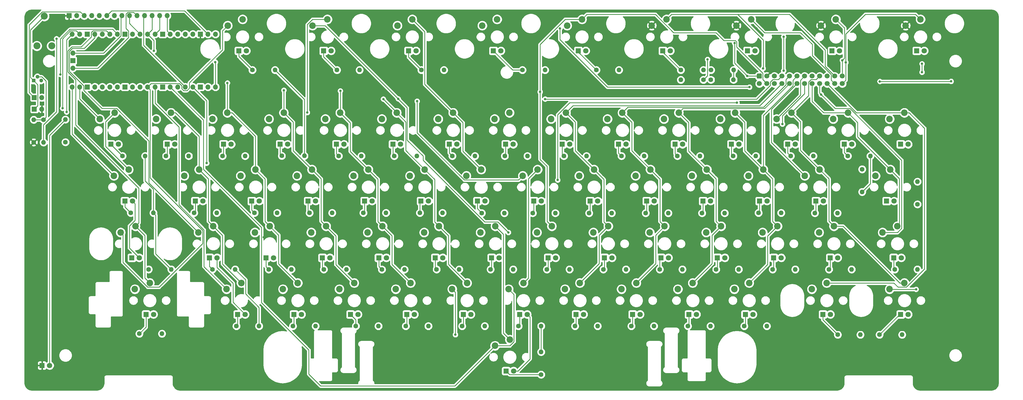
<source format=gtl>
G04 #@! TF.GenerationSoftware,KiCad,Pcbnew,(5.1.10)-1*
G04 #@! TF.CreationDate,2021-11-29T17:25:30-08:00*
G04 #@! TF.ProjectId,AtariChocXE,41746172-6943-4686-9f63-58452e6b6963,E*
G04 #@! TF.SameCoordinates,Original*
G04 #@! TF.FileFunction,Copper,L1,Top*
G04 #@! TF.FilePolarity,Positive*
%FSLAX46Y46*%
G04 Gerber Fmt 4.6, Leading zero omitted, Abs format (unit mm)*
G04 Created by KiCad (PCBNEW (5.1.10)-1) date 2021-11-29 17:25:30*
%MOMM*%
%LPD*%
G01*
G04 APERTURE LIST*
G04 #@! TA.AperFunction,ComponentPad*
%ADD10R,1.800000X1.800000*%
G04 #@! TD*
G04 #@! TA.AperFunction,ComponentPad*
%ADD11C,1.800000*%
G04 #@! TD*
G04 #@! TA.AperFunction,ComponentPad*
%ADD12O,1.600000X1.600000*%
G04 #@! TD*
G04 #@! TA.AperFunction,ComponentPad*
%ADD13C,1.600000*%
G04 #@! TD*
G04 #@! TA.AperFunction,ComponentPad*
%ADD14O,1.700000X1.700000*%
G04 #@! TD*
G04 #@! TA.AperFunction,ComponentPad*
%ADD15R,1.700000X1.700000*%
G04 #@! TD*
G04 #@! TA.AperFunction,ComponentPad*
%ADD16C,2.200000*%
G04 #@! TD*
G04 #@! TA.AperFunction,ComponentPad*
%ADD17C,2.340000*%
G04 #@! TD*
G04 #@! TA.AperFunction,ComponentPad*
%ADD18R,1.300000X1.300000*%
G04 #@! TD*
G04 #@! TA.AperFunction,ComponentPad*
%ADD19C,1.300000*%
G04 #@! TD*
G04 #@! TA.AperFunction,ComponentPad*
%ADD20C,1.700000*%
G04 #@! TD*
G04 #@! TA.AperFunction,ViaPad*
%ADD21C,0.800000*%
G04 #@! TD*
G04 #@! TA.AperFunction,Conductor*
%ADD22C,0.250000*%
G04 #@! TD*
G04 #@! TA.AperFunction,Conductor*
%ADD23C,0.254000*%
G04 #@! TD*
G04 #@! TA.AperFunction,Conductor*
%ADD24C,0.100000*%
G04 #@! TD*
G04 APERTURE END LIST*
D10*
X95590000Y-37300000D03*
D11*
X98130000Y-37300000D03*
D10*
X185590000Y-145060000D03*
D11*
X188130000Y-145060000D03*
D10*
X318490000Y-126010000D03*
D11*
X321030000Y-126010000D03*
D10*
X292290000Y-126010000D03*
D11*
X294830000Y-126010000D03*
D10*
X266190000Y-126010000D03*
D11*
X268730000Y-126010000D03*
D10*
X247190000Y-126010000D03*
D11*
X249730000Y-126010000D03*
D10*
X228190000Y-126010000D03*
D11*
X230730000Y-126010000D03*
D10*
X209190000Y-126010000D03*
D11*
X211730000Y-126010000D03*
D10*
X190190000Y-126010000D03*
D11*
X192730000Y-126010000D03*
D10*
X171190000Y-126010000D03*
D11*
X173730000Y-126010000D03*
D10*
X152190000Y-126010000D03*
D11*
X154730000Y-126010000D03*
D10*
X133190000Y-126010000D03*
D11*
X135730000Y-126010000D03*
D10*
X114190000Y-126010000D03*
D11*
X116730000Y-126010000D03*
D10*
X95190000Y-126010000D03*
D11*
X97730000Y-126010000D03*
D10*
X64340000Y-126010000D03*
D11*
X66880000Y-126010000D03*
D10*
X316140000Y-106960000D03*
D11*
X318680000Y-106960000D03*
D10*
X294740000Y-106960000D03*
D11*
X297280000Y-106960000D03*
D10*
X275740000Y-106960000D03*
D11*
X278280000Y-106960000D03*
D10*
X256740000Y-106960000D03*
D11*
X259280000Y-106960000D03*
D10*
X237740000Y-106960000D03*
D11*
X240280000Y-106960000D03*
D10*
X218740000Y-106960000D03*
D11*
X221280000Y-106960000D03*
D10*
X199740000Y-106960000D03*
D11*
X202280000Y-106960000D03*
D10*
X180740000Y-106960000D03*
D11*
X183280000Y-106960000D03*
D10*
X161740000Y-106960000D03*
D11*
X164280000Y-106960000D03*
D10*
X142740000Y-106960000D03*
D11*
X145280000Y-106960000D03*
D10*
X123740000Y-106960000D03*
D11*
X126280000Y-106960000D03*
D10*
X104740000Y-106960000D03*
D11*
X107280000Y-106960000D03*
D10*
X85740000Y-106960000D03*
D11*
X88280000Y-106960000D03*
D10*
X59540000Y-106960000D03*
D11*
X62080000Y-106960000D03*
D10*
X313740000Y-87860000D03*
D11*
X316280000Y-87860000D03*
D10*
X289940000Y-87860000D03*
D11*
X292480000Y-87860000D03*
D10*
X270940000Y-87860000D03*
D11*
X273480000Y-87860000D03*
D10*
X251940000Y-87860000D03*
D11*
X254480000Y-87860000D03*
D10*
X232940000Y-87860000D03*
D11*
X235480000Y-87860000D03*
D10*
X213940000Y-87860000D03*
D11*
X216480000Y-87860000D03*
D10*
X194940000Y-87860000D03*
D11*
X197480000Y-87860000D03*
D10*
X175940000Y-87860000D03*
D11*
X178480000Y-87860000D03*
D10*
X156940000Y-87860000D03*
D11*
X159480000Y-87860000D03*
D10*
X137940000Y-87860000D03*
D11*
X140480000Y-87860000D03*
D10*
X118940000Y-87860000D03*
D11*
X121480000Y-87860000D03*
D10*
X99940000Y-87860000D03*
D11*
X102480000Y-87860000D03*
D10*
X80940000Y-87860000D03*
D11*
X83480000Y-87860000D03*
D10*
X57240000Y-87860000D03*
D11*
X59780000Y-87860000D03*
D10*
X318490000Y-68760000D03*
D11*
X321030000Y-68760000D03*
D10*
X299490000Y-68760000D03*
D11*
X302030000Y-68760000D03*
D10*
X280490000Y-68760000D03*
D11*
X283030000Y-68760000D03*
D10*
X261490000Y-68760000D03*
D11*
X264030000Y-68760000D03*
D10*
X242490000Y-68760000D03*
D11*
X245030000Y-68760000D03*
D10*
X223490000Y-68760000D03*
D11*
X226030000Y-68760000D03*
D10*
X204490000Y-68760000D03*
D11*
X207030000Y-68760000D03*
D10*
X185490000Y-68760000D03*
D11*
X188030000Y-68760000D03*
D10*
X166490000Y-68760000D03*
D11*
X169030000Y-68760000D03*
D10*
X147490000Y-68760000D03*
D11*
X150030000Y-68760000D03*
D10*
X128490000Y-68760000D03*
D11*
X131030000Y-68760000D03*
D10*
X109490000Y-68760000D03*
D11*
X112030000Y-68760000D03*
D10*
X90490000Y-68760000D03*
D11*
X93030000Y-68760000D03*
D10*
X71490000Y-68760000D03*
D11*
X74030000Y-68760000D03*
D10*
X52490000Y-68760000D03*
D11*
X55030000Y-68760000D03*
D10*
X323890280Y-37300000D03*
D11*
X326430280Y-37300000D03*
D10*
X295388940Y-37300000D03*
D11*
X297928940Y-37300000D03*
D10*
X266900300Y-37300000D03*
D11*
X269440300Y-37300000D03*
D10*
X238391340Y-37300000D03*
D11*
X240931340Y-37300000D03*
D10*
X209897620Y-37300000D03*
D11*
X212437620Y-37300000D03*
D10*
X181315000Y-37300000D03*
D11*
X183855000Y-37300000D03*
D10*
X152740000Y-37306460D03*
D11*
X155280000Y-37306460D03*
D10*
X124160000Y-37310000D03*
D11*
X126700000Y-37310000D03*
D12*
X197410000Y-138640000D03*
D13*
X197410000Y-146260000D03*
D12*
X318980000Y-132860000D03*
D13*
X311360000Y-132860000D03*
D12*
X304930000Y-132860000D03*
D13*
X297310000Y-132860000D03*
D12*
X273430000Y-129960000D03*
D13*
X265810000Y-129960000D03*
D12*
X254430000Y-129960000D03*
D13*
X246810000Y-129960000D03*
D12*
X235430000Y-129960000D03*
D13*
X227810000Y-129960000D03*
D12*
X216430000Y-129960000D03*
D13*
X208810000Y-129960000D03*
D12*
X197430000Y-129960000D03*
D13*
X189810000Y-129960000D03*
D12*
X178430000Y-129960000D03*
D13*
X170810000Y-129960000D03*
D12*
X159430000Y-129960000D03*
D13*
X151810000Y-129960000D03*
D12*
X142630000Y-129960000D03*
D13*
X135010000Y-129960000D03*
D12*
X121430000Y-129960000D03*
D13*
X113810000Y-129960000D03*
D12*
X102430000Y-129960000D03*
D13*
X94810000Y-129960000D03*
D12*
X69730000Y-132510000D03*
D13*
X62110000Y-132510000D03*
D12*
X324130000Y-110860000D03*
D13*
X316510000Y-110860000D03*
D12*
X26560000Y-60490000D03*
D13*
X26560000Y-68110000D03*
D12*
X301980000Y-110860000D03*
D13*
X294360000Y-110860000D03*
D12*
X282980000Y-110860000D03*
D13*
X275360000Y-110860000D03*
D12*
X263980000Y-110860000D03*
D13*
X256360000Y-110860000D03*
D12*
X244980000Y-110860000D03*
D13*
X237360000Y-110860000D03*
D12*
X225980000Y-110860000D03*
D13*
X218360000Y-110860000D03*
D12*
X206980000Y-110860000D03*
D13*
X199360000Y-110860000D03*
D12*
X29860000Y-68130000D03*
D13*
X29860000Y-60510000D03*
D12*
X187980000Y-110860000D03*
D13*
X180360000Y-110860000D03*
D12*
X169830000Y-110860000D03*
D13*
X162210000Y-110860000D03*
D12*
X151380000Y-110910000D03*
D13*
X143760000Y-110910000D03*
D12*
X131830000Y-110860000D03*
D13*
X124210000Y-110860000D03*
D12*
X113280000Y-110860000D03*
D13*
X105660000Y-110860000D03*
D12*
X94380000Y-110860000D03*
D13*
X86760000Y-110860000D03*
D12*
X72830000Y-110860000D03*
D13*
X65210000Y-110860000D03*
D12*
X324160000Y-81340000D03*
D13*
X324160000Y-88960000D03*
D12*
X297230000Y-91910000D03*
D13*
X289610000Y-91910000D03*
D12*
X278230000Y-91860000D03*
D13*
X270610000Y-91860000D03*
D12*
X259230000Y-91910000D03*
D13*
X251610000Y-91910000D03*
D12*
X240230000Y-91910000D03*
D13*
X232610000Y-91910000D03*
D12*
X221180000Y-91910000D03*
D13*
X213560000Y-91910000D03*
D12*
X202180000Y-91910000D03*
D13*
X194560000Y-91910000D03*
D12*
X185030000Y-91910000D03*
D13*
X177410000Y-91910000D03*
D12*
X164180000Y-91860000D03*
D13*
X156560000Y-91860000D03*
D12*
X145180000Y-91860000D03*
D13*
X137560000Y-91860000D03*
D12*
X127030000Y-91860000D03*
D13*
X119410000Y-91860000D03*
D12*
X108530000Y-91860000D03*
D13*
X100910000Y-91860000D03*
D12*
X88180000Y-91860000D03*
D13*
X80560000Y-91860000D03*
D12*
X66830000Y-91860000D03*
D13*
X59210000Y-91860000D03*
D12*
X305510000Y-84780000D03*
D13*
X305510000Y-77160000D03*
D12*
X308280000Y-72710000D03*
D13*
X300660000Y-72710000D03*
D12*
X289080000Y-72710000D03*
D13*
X281460000Y-72710000D03*
D12*
X269730000Y-72710000D03*
D13*
X262110000Y-72710000D03*
D12*
X250930000Y-72710000D03*
D13*
X243310000Y-72710000D03*
D12*
X232080000Y-72710000D03*
D13*
X224460000Y-72710000D03*
D12*
X212680000Y-72710000D03*
D13*
X205060000Y-72710000D03*
D12*
X192780000Y-72710000D03*
D13*
X185160000Y-72710000D03*
D12*
X175130000Y-72710000D03*
D13*
X167510000Y-72710000D03*
D12*
X155580000Y-72710000D03*
D13*
X147960000Y-72710000D03*
D12*
X136880000Y-72710000D03*
D13*
X129260000Y-72710000D03*
D12*
X117680000Y-72660000D03*
D13*
X110060000Y-72660000D03*
D12*
X97710000Y-72710000D03*
D13*
X90090000Y-72710000D03*
D12*
X78730000Y-72710000D03*
D13*
X71110000Y-72710000D03*
D12*
X64030000Y-72710000D03*
D13*
X56410000Y-72710000D03*
D12*
X262203840Y-47062600D03*
D13*
X254583840Y-47062600D03*
D12*
X262214000Y-43786000D03*
D13*
X254594000Y-43786000D03*
D12*
X244434000Y-47088000D03*
D13*
X252054000Y-47088000D03*
D12*
X252054000Y-43786000D03*
D13*
X244434000Y-43786000D03*
D12*
X223606000Y-43786000D03*
D13*
X215986000Y-43786000D03*
D12*
X198714000Y-43786000D03*
D13*
X191094000Y-43786000D03*
D12*
X164678000Y-43786000D03*
D13*
X157058000Y-43786000D03*
D12*
X136260000Y-43786000D03*
D13*
X128640000Y-43786000D03*
D12*
X107782000Y-43786000D03*
D13*
X100162000Y-43786000D03*
D12*
X37220000Y-60425000D03*
D13*
X37220000Y-68045000D03*
D14*
X87740000Y-49480000D03*
X85200000Y-49480000D03*
D15*
X82660000Y-49480000D03*
D14*
X80120000Y-49480000D03*
X77580000Y-49480000D03*
X75040000Y-49480000D03*
X72500000Y-49480000D03*
D15*
X69960000Y-49480000D03*
D14*
X67420000Y-49480000D03*
X64880000Y-49480000D03*
X62340000Y-49480000D03*
X59800000Y-49480000D03*
D15*
X57260000Y-49480000D03*
D14*
X54720000Y-49480000D03*
X52180000Y-49480000D03*
X49640000Y-49480000D03*
X47100000Y-49480000D03*
D15*
X44560000Y-49480000D03*
D14*
X42020000Y-49480000D03*
X39480000Y-49480000D03*
X39480000Y-31700000D03*
X42020000Y-31700000D03*
D15*
X44560000Y-31700000D03*
D14*
X47100000Y-31700000D03*
X49640000Y-31700000D03*
X52180000Y-31700000D03*
X54720000Y-31700000D03*
D15*
X57260000Y-31700000D03*
D14*
X59800000Y-31700000D03*
X62340000Y-31700000D03*
X64880000Y-31700000D03*
X67420000Y-31700000D03*
D15*
X69960000Y-31700000D03*
D14*
X72500000Y-31700000D03*
X75040000Y-31700000D03*
X77580000Y-31700000D03*
X80120000Y-31700000D03*
D15*
X82660000Y-31700000D03*
D14*
X85200000Y-31700000D03*
X87740000Y-31700000D03*
X39710000Y-43130000D03*
D15*
X39710000Y-40590000D03*
D14*
X39710000Y-38050000D03*
D16*
X65610000Y-115430000D03*
X60610000Y-117530000D03*
X186860000Y-134480000D03*
X181860000Y-136580000D03*
X293585000Y-115430000D03*
X288585000Y-117530000D03*
X60800000Y-96330000D03*
X55800000Y-98430000D03*
X58520000Y-77260000D03*
X53520000Y-79360000D03*
X315020000Y-77260000D03*
X310020000Y-79360000D03*
X317400000Y-96330000D03*
X312400000Y-98430000D03*
X91460000Y-117530000D03*
X96460000Y-115430000D03*
X172220000Y-79360000D03*
X177220000Y-77260000D03*
X110460000Y-117530000D03*
X115460000Y-115430000D03*
X96220000Y-79360000D03*
X101220000Y-77260000D03*
X191220000Y-79360000D03*
X196220000Y-77260000D03*
X153220000Y-79360000D03*
X158220000Y-77260000D03*
X291000000Y-98430000D03*
X296000000Y-96330000D03*
X262460000Y-117530000D03*
X267460000Y-115430000D03*
X253000000Y-98430000D03*
X258000000Y-96330000D03*
X101000000Y-98430000D03*
X106000000Y-96330000D03*
X134220000Y-79360000D03*
X139220000Y-77260000D03*
X77220000Y-79360000D03*
X82220000Y-77260000D03*
X272000000Y-98430000D03*
X277000000Y-96330000D03*
X243460000Y-117530000D03*
X248460000Y-115430000D03*
X248220000Y-79360000D03*
X253220000Y-77260000D03*
X229220000Y-79360000D03*
X234220000Y-77260000D03*
X186460000Y-117530000D03*
X191460000Y-115430000D03*
X205460000Y-117530000D03*
X210460000Y-115430000D03*
X257760000Y-60260000D03*
X262760000Y-58160000D03*
X234000000Y-98430000D03*
X239000000Y-96330000D03*
X215000000Y-98430000D03*
X220000000Y-96330000D03*
X196000000Y-98430000D03*
X201000000Y-96330000D03*
X314760000Y-117530000D03*
X319760000Y-115430000D03*
X210220000Y-79360000D03*
X215220000Y-77260000D03*
X177000000Y-98430000D03*
X182000000Y-96330000D03*
X276760000Y-60260000D03*
X281760000Y-58160000D03*
X158000000Y-98430000D03*
X163000000Y-96330000D03*
X139000000Y-98430000D03*
X144000000Y-96330000D03*
X48760000Y-60260000D03*
X53760000Y-58160000D03*
X286220000Y-79360000D03*
X291220000Y-77260000D03*
X115220000Y-79360000D03*
X120220000Y-77260000D03*
X295760000Y-60260000D03*
X300760000Y-58160000D03*
X267220000Y-79360000D03*
X272220000Y-77260000D03*
X120000000Y-98430000D03*
X125000000Y-96330000D03*
X224460000Y-117530000D03*
X229460000Y-115430000D03*
X129460000Y-117530000D03*
X134460000Y-115430000D03*
X314760000Y-60260000D03*
X319760000Y-58160000D03*
X167460000Y-117530000D03*
X172460000Y-115430000D03*
X82000000Y-98430000D03*
X87000000Y-96330000D03*
X219760000Y-60260000D03*
X224760000Y-58160000D03*
X200760000Y-60260000D03*
X205760000Y-58160000D03*
X181760000Y-60260000D03*
X186760000Y-58160000D03*
X162760000Y-60260000D03*
X167760000Y-58160000D03*
X143760000Y-60260000D03*
X148760000Y-58160000D03*
X124760000Y-60260000D03*
X129760000Y-58160000D03*
X105760000Y-60260000D03*
X110760000Y-58160000D03*
X86760000Y-60260000D03*
X91760000Y-58160000D03*
X67760000Y-60260000D03*
X72760000Y-58160000D03*
X238760000Y-60260000D03*
X243760000Y-58160000D03*
X148460000Y-117530000D03*
X153460000Y-115430000D03*
X296660000Y-26710000D03*
X291660000Y-28810000D03*
X182585000Y-26710000D03*
X177585000Y-28810000D03*
X154010000Y-26710000D03*
X149010000Y-28810000D03*
X125435000Y-26710000D03*
X120435000Y-28810000D03*
X96860000Y-26710000D03*
X91860000Y-28810000D03*
X239660000Y-26710000D03*
X234660000Y-28810000D03*
X268160000Y-26710000D03*
X263160000Y-28810000D03*
X325160000Y-26710000D03*
X320160000Y-28810000D03*
X211160000Y-26710000D03*
X206160000Y-28810000D03*
D17*
X32598000Y-35658000D03*
X30098000Y-25658000D03*
X27598000Y-35658000D03*
D18*
X26502000Y-47342000D03*
D19*
X29042000Y-47342000D03*
X27772000Y-46072000D03*
D14*
X29272000Y-56938000D03*
D15*
X26732000Y-56938000D03*
D14*
X29272000Y-53048000D03*
D15*
X26732000Y-53048000D03*
G04 #@! TA.AperFunction,ComponentPad*
G36*
G01*
X270300000Y-44970000D02*
X271500000Y-44970000D01*
G75*
G02*
X271750000Y-45220000I0J-250000D01*
G01*
X271750000Y-46420000D01*
G75*
G02*
X271500000Y-46670000I-250000J0D01*
G01*
X270300000Y-46670000D01*
G75*
G02*
X270050000Y-46420000I0J250000D01*
G01*
X270050000Y-45220000D01*
G75*
G02*
X270300000Y-44970000I250000J0D01*
G01*
G37*
G04 #@! TD.AperFunction*
D20*
X273440000Y-45820000D03*
X275980000Y-45820000D03*
X278520000Y-45820000D03*
X281060000Y-45820000D03*
X283600000Y-45820000D03*
X286140000Y-45820000D03*
X288680000Y-45820000D03*
X291220000Y-45820000D03*
X293760000Y-45820000D03*
X296300000Y-45820000D03*
X298840000Y-45820000D03*
X270900000Y-48360000D03*
X273440000Y-48360000D03*
X275980000Y-48360000D03*
X278520000Y-48360000D03*
X281060000Y-48360000D03*
X283600000Y-48360000D03*
X286140000Y-48360000D03*
X288680000Y-48360000D03*
X291220000Y-48360000D03*
X293760000Y-48360000D03*
X296300000Y-48360000D03*
X298840000Y-48360000D03*
D15*
X38440000Y-25500000D03*
D14*
X40980000Y-25500000D03*
X43520000Y-25500000D03*
X46060000Y-25500000D03*
X48600000Y-25500000D03*
X51140000Y-25500000D03*
X53680000Y-25500000D03*
X56220000Y-25500000D03*
X58760000Y-25500000D03*
X61300000Y-25500000D03*
X63840000Y-25500000D03*
X66380000Y-25500000D03*
X68920000Y-25500000D03*
X71460000Y-25500000D03*
D11*
X31900000Y-143200000D03*
D10*
X29360000Y-143200000D03*
D21*
X333500000Y-48730000D03*
X305600000Y-47250000D03*
X304660000Y-90110000D03*
X272710000Y-28960000D03*
X244460000Y-28210000D03*
X284910000Y-25210000D03*
X281410000Y-33410000D03*
X284510000Y-30210000D03*
X276360000Y-33310000D03*
X274860000Y-40710000D03*
X281460000Y-38410000D03*
X303010000Y-38310000D03*
X319110000Y-37060000D03*
X247110000Y-40810000D03*
X276210000Y-36060000D03*
X88110000Y-127010000D03*
X325960000Y-125660000D03*
X77510000Y-88760000D03*
X95160000Y-94660000D03*
X72510000Y-95260000D03*
X66060000Y-97760000D03*
X74510000Y-87710000D03*
X71810000Y-81860000D03*
X76610000Y-37860000D03*
X58110000Y-37760000D03*
X58210000Y-43010000D03*
X93660000Y-43210000D03*
X124260000Y-115110000D03*
X124810000Y-120860000D03*
X48410000Y-46560000D03*
X42110000Y-55560000D03*
X43560000Y-61410000D03*
X60210000Y-72810000D03*
X68160000Y-113360000D03*
X58860000Y-67410000D03*
X142060000Y-115060000D03*
X159810000Y-115510000D03*
X179460000Y-116960000D03*
X115710000Y-96460000D03*
X69910000Y-76910000D03*
X91060000Y-77460000D03*
X109960000Y-77460000D03*
X128160000Y-77660000D03*
X147610000Y-77110000D03*
X173960000Y-77360000D03*
X205810000Y-77560000D03*
X224010000Y-77360000D03*
X243360000Y-77110000D03*
X261310000Y-77360000D03*
X278910000Y-77560000D03*
X321760000Y-86010000D03*
X311510000Y-124260000D03*
X275210000Y-124710000D03*
X273560000Y-117360000D03*
X257660000Y-121260000D03*
X238760000Y-121360000D03*
X219410000Y-121260000D03*
X200710000Y-121160000D03*
X182110000Y-121010000D03*
X198910000Y-115510000D03*
X218460000Y-115710000D03*
X236460000Y-115160000D03*
X258610000Y-113510000D03*
X256210000Y-116560000D03*
X265110000Y-96660000D03*
X246610000Y-96560000D03*
X226810000Y-96660000D03*
X208410000Y-96660000D03*
X170360000Y-96560000D03*
X152710000Y-96260000D03*
X132410000Y-96560000D03*
X283810000Y-97310000D03*
X299160000Y-99060000D03*
X232810000Y-51110000D03*
X311310000Y-55160000D03*
X329360000Y-61860000D03*
X327410000Y-112060000D03*
X331360000Y-43760000D03*
X289260000Y-58710000D03*
X163360000Y-37010000D03*
X190560000Y-37510000D03*
X136810000Y-36860000D03*
X143310000Y-27160000D03*
X147810000Y-36260000D03*
X172460000Y-27560000D03*
X198910000Y-28810000D03*
X215010000Y-27560000D03*
X258710000Y-43060000D03*
X178760000Y-54660000D03*
X137360000Y-58110000D03*
X121860000Y-58110000D03*
X101610000Y-57460000D03*
X104960000Y-37410000D03*
X130460000Y-27910000D03*
X113910000Y-28510000D03*
X101510000Y-26960000D03*
X87710000Y-26210000D03*
X137960000Y-32910000D03*
X157860000Y-26960000D03*
X192310000Y-32260000D03*
X176360000Y-37010000D03*
X187510000Y-26860000D03*
X120510000Y-35960000D03*
X91460000Y-38660000D03*
X69710000Y-34710000D03*
X158360000Y-57910000D03*
X192560000Y-58410000D03*
X214060000Y-58710000D03*
X232810000Y-58510000D03*
X250460000Y-58510000D03*
X264260000Y-52060000D03*
X189510000Y-50910000D03*
X273660000Y-59260000D03*
X88510000Y-57360000D03*
X36960000Y-28260000D03*
X286960000Y-56060000D03*
X313810000Y-113560000D03*
X278660000Y-65910000D03*
X267810000Y-67860000D03*
X281810000Y-52810000D03*
X297410000Y-55010000D03*
X293510000Y-55860000D03*
X273360000Y-51960000D03*
X207910000Y-66510000D03*
X81210000Y-62110000D03*
X47460000Y-36110000D03*
X41710000Y-34710000D03*
X44010000Y-41860000D03*
X64610000Y-62960000D03*
X85910000Y-43710000D03*
X83610000Y-57710000D03*
X26310000Y-50310000D03*
X29360000Y-50510000D03*
X311810000Y-71110000D03*
X65010000Y-34210000D03*
X44960000Y-53460000D03*
X60010000Y-98910000D03*
X85160000Y-99960000D03*
X104010000Y-100060000D03*
X82760000Y-94310000D03*
X94710000Y-118760000D03*
X89260000Y-113160000D03*
X186460000Y-126510000D03*
X39060000Y-46860000D03*
X269910000Y-29810000D03*
X263960000Y-40710000D03*
X81860000Y-25510000D03*
X40760000Y-27710000D03*
X58610000Y-53360000D03*
X61060000Y-59110000D03*
X176260000Y-57210000D03*
X175810000Y-59110000D03*
X174860000Y-61060000D03*
X190960000Y-61060000D03*
X213160000Y-61060000D03*
X232810000Y-61060000D03*
X250760000Y-61060000D03*
X268460000Y-61060000D03*
X265110000Y-117510000D03*
X264360000Y-122960000D03*
X291110000Y-116610000D03*
X295610000Y-116460000D03*
X293610000Y-34960000D03*
X261210000Y-36310000D03*
X93860000Y-49560000D03*
X114860000Y-58060000D03*
X76210000Y-25510000D03*
X87700000Y-41120000D03*
X35505000Y-45240000D03*
X291730001Y-52029999D03*
X36230000Y-56650000D03*
X267560000Y-49510000D03*
X203730000Y-29750000D03*
X37600000Y-57920000D03*
X263330000Y-54790000D03*
X278660000Y-61950000D03*
X155650000Y-54270000D03*
X325680000Y-44500000D03*
X144270000Y-53545000D03*
X279070000Y-44020000D03*
X323680000Y-117570000D03*
X311470000Y-47620000D03*
X335460000Y-47580000D03*
X266850000Y-45770000D03*
X84770000Y-75109999D03*
X253460000Y-40210000D03*
X262560000Y-34710000D03*
X300015001Y-41219943D03*
X298840000Y-40494943D03*
X272160000Y-43224990D03*
X118660000Y-58060000D03*
X202995001Y-80774999D03*
X91760000Y-48124000D03*
X110770000Y-50580000D03*
X129790000Y-50790000D03*
X325680000Y-41669952D03*
X149276001Y-53453999D03*
X198760000Y-53530000D03*
X186380000Y-98430000D03*
X279070000Y-32600000D03*
X168540000Y-132830000D03*
X197060001Y-51140001D03*
X34210000Y-33210000D03*
X67010000Y-37310000D03*
D22*
X31900000Y-65745000D02*
X37220000Y-60425000D01*
X31900000Y-143200000D02*
X31900000Y-65745000D01*
X71460000Y-30660000D02*
X72500000Y-31700000D01*
X71460000Y-25500000D02*
X71460000Y-30660000D01*
X68920000Y-30200000D02*
X67420000Y-31700000D01*
X68920000Y-25500000D02*
X68920000Y-30200000D01*
X66380000Y-30200000D02*
X64880000Y-31700000D01*
X66380000Y-25500000D02*
X66380000Y-30200000D01*
X48115002Y-43130000D02*
X39710000Y-43130000D01*
X58435001Y-32810001D02*
X48115002Y-43130000D01*
X58435001Y-30589999D02*
X58435001Y-32810001D01*
X57584999Y-29739997D02*
X58435001Y-30589999D01*
X57584999Y-24935999D02*
X57584999Y-29739997D01*
X58195999Y-24324999D02*
X57584999Y-24935999D01*
X60124999Y-24324999D02*
X58195999Y-24324999D01*
X61300000Y-25500000D02*
X60124999Y-24324999D01*
X58760000Y-28120000D02*
X62340000Y-31700000D01*
X58760000Y-25500000D02*
X58760000Y-28120000D01*
X50109002Y-38050000D02*
X39710000Y-38050000D01*
X55895001Y-32264001D02*
X50109002Y-38050000D01*
X55895001Y-25824999D02*
X55895001Y-32264001D01*
X56220000Y-25500000D02*
X55895001Y-25824999D01*
X52765010Y-23874990D02*
X77374990Y-23874990D01*
X77374990Y-23874990D02*
X85200000Y-31700000D01*
X51140000Y-25500000D02*
X52765010Y-23874990D01*
X306583999Y-25034999D02*
X323484999Y-25034999D01*
X300015001Y-31603997D02*
X306583999Y-25034999D01*
X323484999Y-25034999D02*
X325160000Y-26710000D01*
X298840000Y-48360000D02*
X300015001Y-47184999D01*
X300015001Y-47184999D02*
X300015001Y-37115001D01*
X300015001Y-37115001D02*
X300015001Y-31603997D01*
X87740000Y-41160000D02*
X87700000Y-41120000D01*
X87740000Y-49480000D02*
X87740000Y-41160000D01*
X272635001Y-31185001D02*
X268160000Y-26710000D01*
X288735001Y-35133999D02*
X284786003Y-31185001D01*
X288735001Y-38891411D02*
X288735001Y-35133999D01*
X295124999Y-45281409D02*
X288735001Y-38891411D01*
X284786003Y-31185001D02*
X272635001Y-31185001D01*
X295124999Y-47184999D02*
X295124999Y-45281409D01*
X296300000Y-48360000D02*
X295124999Y-47184999D01*
X241335001Y-25034999D02*
X239660000Y-26710000D01*
X293085001Y-37083999D02*
X281036001Y-25034999D01*
X293085001Y-42605001D02*
X293085001Y-37083999D01*
X296300000Y-45820000D02*
X293085001Y-42605001D01*
X281036001Y-25034999D02*
X265044999Y-25034999D01*
X35505000Y-33299588D02*
X35505000Y-45240000D01*
X38729598Y-30074990D02*
X35505000Y-33299588D01*
X53094990Y-30074990D02*
X38729598Y-30074990D01*
X54720000Y-31700000D02*
X53094990Y-30074990D01*
X60800000Y-96330000D02*
X63920000Y-99450000D01*
X63920000Y-113740000D02*
X65610000Y-115430000D01*
X63920000Y-99450000D02*
X63920000Y-113740000D01*
X320444001Y-116855001D02*
X317615001Y-116855001D01*
X326535001Y-110764001D02*
X320444001Y-116855001D01*
X317615001Y-116855001D02*
X316190000Y-115430000D01*
X326535001Y-63379367D02*
X326535001Y-110764001D01*
X316190000Y-115430000D02*
X293585000Y-115430000D01*
X321315634Y-58160000D02*
X326535001Y-63379367D01*
X319760000Y-58160000D02*
X321315634Y-58160000D01*
X303560000Y-58160000D02*
X319760000Y-58160000D01*
X293760000Y-48360000D02*
X303560000Y-58160000D01*
X167760000Y-58160000D02*
X171080000Y-61480000D01*
X171080000Y-71120000D02*
X177220000Y-77260000D01*
X171080000Y-61480000D02*
X171080000Y-71120000D01*
X196220000Y-77260000D02*
X193160000Y-80320000D01*
X193160000Y-113730000D02*
X191460000Y-115430000D01*
X193160000Y-80320000D02*
X193160000Y-113730000D01*
X291220000Y-51519998D02*
X291220000Y-48360000D01*
X301444001Y-56734999D02*
X296435001Y-56734999D01*
X318825001Y-74115999D02*
X301444001Y-56734999D01*
X318825001Y-97014001D02*
X318825001Y-74115999D01*
X317409002Y-98430000D02*
X318825001Y-97014001D01*
X312400000Y-98430000D02*
X317409002Y-98430000D01*
X291730001Y-52029999D02*
X291220000Y-51519998D01*
X296435001Y-56734999D02*
X291730001Y-52029999D01*
X43566583Y-36435498D02*
X47100000Y-32902081D01*
X39585499Y-36435499D02*
X43566583Y-36435498D01*
X38534999Y-37485999D02*
X39585499Y-36435499D01*
X38534999Y-44255997D02*
X38534999Y-37485999D01*
X43384999Y-49105997D02*
X38534999Y-44255997D01*
X43384999Y-50590001D02*
X43384999Y-49105997D01*
X49529997Y-56734999D02*
X43384999Y-50590001D01*
X47100000Y-32902081D02*
X47100000Y-31700000D01*
X54444001Y-56734999D02*
X49529997Y-56734999D01*
X65295001Y-81725001D02*
X65295001Y-67585999D01*
X65295001Y-67585999D02*
X54444001Y-56734999D01*
X82000000Y-98430000D02*
X65295001Y-81725001D01*
X82220000Y-77260000D02*
X85370000Y-80410000D01*
X85370000Y-94700000D02*
X87000000Y-96330000D01*
X85370000Y-80410000D02*
X85370000Y-94700000D01*
X87000000Y-96330000D02*
X90130000Y-99460000D01*
X90130000Y-109100000D02*
X96460000Y-115430000D01*
X90130000Y-99460000D02*
X90130000Y-109100000D01*
X281760000Y-58160000D02*
X284790000Y-61190000D01*
X284790000Y-70830000D02*
X291220000Y-77260000D01*
X284790000Y-61190000D02*
X284790000Y-70830000D01*
X291220000Y-77260000D02*
X294300000Y-80340000D01*
X294300000Y-94630000D02*
X296000000Y-96330000D01*
X294300000Y-80340000D02*
X294300000Y-94630000D01*
X290044999Y-46995001D02*
X291220000Y-45820000D01*
X288305997Y-46995001D02*
X290044999Y-46995001D01*
X287504999Y-47795999D02*
X288305997Y-46995001D01*
X287504999Y-52415001D02*
X287504999Y-47795999D01*
X281760000Y-58160000D02*
X287504999Y-52415001D01*
X38915999Y-30524999D02*
X40844999Y-30524999D01*
X36230000Y-33210998D02*
X38915999Y-30524999D01*
X40844999Y-30524999D02*
X42020000Y-31700000D01*
X36230000Y-56650000D02*
X36230000Y-33210998D01*
X53760000Y-58160000D02*
X50710000Y-61210000D01*
X50710000Y-69450000D02*
X52605000Y-71345000D01*
X50710000Y-61210000D02*
X50710000Y-69450000D01*
X52605000Y-71345000D02*
X58520000Y-77260000D01*
X300760000Y-58160000D02*
X304020000Y-61420000D01*
X304020000Y-66260000D02*
X315020000Y-77260000D01*
X304020000Y-61420000D02*
X304020000Y-66260000D01*
X315020000Y-77260000D02*
X318070000Y-80310000D01*
X318070000Y-95660000D02*
X317400000Y-96330000D01*
X318070000Y-80310000D02*
X318070000Y-95660000D01*
X288680000Y-48360000D02*
X288680000Y-54310000D01*
X292530000Y-58160000D02*
X300760000Y-58160000D01*
X288680000Y-54310000D02*
X292530000Y-58160000D01*
X120425998Y-26710000D02*
X118660000Y-28475998D01*
X125435000Y-26710000D02*
X120425998Y-26710000D01*
X37600000Y-33580000D02*
X37600000Y-57920000D01*
X39480000Y-31700000D02*
X37600000Y-33580000D01*
X39480000Y-65320000D02*
X39480000Y-49480000D01*
X53520000Y-79360000D02*
X39480000Y-65320000D01*
X207020998Y-54790000D02*
X202995001Y-58815997D01*
X263330000Y-54790000D02*
X207020998Y-54790000D01*
X42020000Y-53520000D02*
X48760000Y-60260000D01*
X42020000Y-49480000D02*
X42020000Y-53520000D01*
X278660000Y-59150998D02*
X278660000Y-61950000D01*
X286140000Y-51670998D02*
X278660000Y-59150998D01*
X286140000Y-48360000D02*
X286140000Y-51670998D01*
X284775001Y-47184999D02*
X286140000Y-45820000D01*
X284775001Y-52244999D02*
X284775001Y-47184999D01*
X276760000Y-60260000D02*
X284775001Y-52244999D01*
X274984999Y-68124999D02*
X286220000Y-79360000D01*
X274984999Y-56975001D02*
X274984999Y-68124999D01*
X283600000Y-48360000D02*
X274984999Y-56975001D01*
X155650000Y-64899002D02*
X155650000Y-54270000D01*
X171535999Y-80785001D02*
X155650000Y-64899002D01*
X189794999Y-80785001D02*
X171535999Y-80785001D01*
X191220000Y-79360000D02*
X189794999Y-80785001D01*
X101220000Y-77260000D02*
X104390000Y-80430000D01*
X104390000Y-94720000D02*
X106000000Y-96330000D01*
X104390000Y-80430000D02*
X104390000Y-94720000D01*
X106000000Y-96330000D02*
X109040000Y-99370000D01*
X109040000Y-109010000D02*
X115460000Y-115430000D01*
X109040000Y-99370000D02*
X109040000Y-109010000D01*
X262760000Y-58160000D02*
X265980000Y-61380000D01*
X265980000Y-71020000D02*
X272220000Y-77260000D01*
X265980000Y-61380000D02*
X265980000Y-71020000D01*
X272220000Y-77260000D02*
X275380000Y-80420000D01*
X275380000Y-94710000D02*
X277000000Y-96330000D01*
X275380000Y-80420000D02*
X275380000Y-94710000D01*
X277000000Y-96330000D02*
X273690000Y-99640000D01*
X273690000Y-109200000D02*
X267460000Y-115430000D01*
X273690000Y-99640000D02*
X273690000Y-109200000D01*
X272220000Y-59103590D02*
X272220000Y-77260000D01*
X282235001Y-49088589D02*
X272220000Y-59103590D01*
X282235001Y-47184999D02*
X282235001Y-49088589D01*
X283600000Y-45820000D02*
X282235001Y-47184999D01*
X110760000Y-58160000D02*
X113900000Y-61300000D01*
X113900000Y-70940000D02*
X120220000Y-77260000D01*
X113900000Y-61300000D02*
X113900000Y-70940000D01*
X120220000Y-77260000D02*
X123310000Y-80350000D01*
X123310000Y-94640000D02*
X125000000Y-96330000D01*
X123310000Y-80350000D02*
X123310000Y-94640000D01*
X125000000Y-96330000D02*
X128280000Y-99610000D01*
X128280000Y-109250000D02*
X134460000Y-115430000D01*
X128280000Y-99610000D02*
X128280000Y-109250000D01*
X243760000Y-58160000D02*
X247060000Y-61460000D01*
X247060000Y-71100000D02*
X253220000Y-77260000D01*
X247060000Y-61460000D02*
X247060000Y-71100000D01*
X253220000Y-77260000D02*
X256360000Y-80400000D01*
X256360000Y-94690000D02*
X258000000Y-96330000D01*
X256360000Y-80400000D02*
X256360000Y-94690000D01*
X258000000Y-96330000D02*
X254980000Y-99350000D01*
X254980000Y-108910000D02*
X248460000Y-115430000D01*
X254980000Y-99350000D02*
X254980000Y-108910000D01*
X274850000Y-54570000D02*
X281060000Y-48360000D01*
X272685001Y-56734999D02*
X274850000Y-54570000D01*
X261285000Y-56734998D02*
X261285001Y-56734999D01*
X245185002Y-56734998D02*
X261285000Y-56734998D01*
X243760000Y-58160000D02*
X245185002Y-56734998D01*
X261285001Y-56734999D02*
X272685001Y-56734999D01*
X110770000Y-58150000D02*
X110760000Y-58160000D01*
X148760000Y-58160000D02*
X151840000Y-61240000D01*
X151840000Y-70880000D02*
X158220000Y-77260000D01*
X151840000Y-61240000D02*
X151840000Y-70880000D01*
X158220000Y-77260000D02*
X161560000Y-80600000D01*
X161560000Y-94890000D02*
X163000000Y-96330000D01*
X161560000Y-80600000D02*
X161560000Y-94890000D01*
X163000000Y-96330000D02*
X166210000Y-99540000D01*
X166210000Y-109180000D02*
X172460000Y-115430000D01*
X166210000Y-99540000D02*
X166210000Y-109180000D01*
X205760000Y-58160000D02*
X208910000Y-61310000D01*
X208910000Y-70950000D02*
X215220000Y-77260000D01*
X208910000Y-61310000D02*
X208910000Y-70950000D01*
X215220000Y-77260000D02*
X218530000Y-80570000D01*
X218530000Y-94860000D02*
X220000000Y-96330000D01*
X218530000Y-80570000D02*
X218530000Y-94860000D01*
X220000000Y-96330000D02*
X216940000Y-99390000D01*
X216940000Y-108950000D02*
X210460000Y-115430000D01*
X216940000Y-99390000D02*
X216940000Y-108950000D01*
X278520000Y-48360000D02*
X271070000Y-55810000D01*
X208110000Y-55810000D02*
X205760000Y-58160000D01*
X271070000Y-55810000D02*
X208110000Y-55810000D01*
X148760000Y-58035000D02*
X148760000Y-58160000D01*
X144270000Y-53545000D02*
X148760000Y-58035000D01*
X186869002Y-136580000D02*
X181860000Y-136580000D01*
X188285001Y-135164001D02*
X186869002Y-136580000D01*
X188285001Y-119355001D02*
X188285001Y-135164001D01*
X186460000Y-117530000D02*
X188285001Y-119355001D01*
X314800000Y-117570000D02*
X314760000Y-117530000D01*
X323680000Y-117570000D02*
X314800000Y-117570000D01*
X184684999Y-99014999D02*
X182000000Y-96330000D01*
X184684999Y-132304999D02*
X184684999Y-99014999D01*
X186860000Y-134480000D02*
X184684999Y-132304999D01*
X199400000Y-94730000D02*
X201000000Y-96330000D01*
X199400000Y-76210000D02*
X199400000Y-94730000D01*
X197060001Y-73870001D02*
X199400000Y-76210000D01*
X205508998Y-26710000D02*
X197060001Y-35158997D01*
X211160000Y-26710000D02*
X205508998Y-26710000D01*
X197060001Y-35158997D02*
X197060001Y-46559999D01*
X335420000Y-47620000D02*
X335460000Y-47580000D01*
X311470000Y-47620000D02*
X335420000Y-47620000D01*
X63515001Y-25824999D02*
X63840000Y-25500000D01*
X63515001Y-35415001D02*
X63515001Y-25824999D01*
X77580000Y-49480000D02*
X63515001Y-35415001D01*
X270850000Y-45770000D02*
X270900000Y-45820000D01*
X266850000Y-45770000D02*
X270850000Y-45770000D01*
X80120000Y-49480000D02*
X84770000Y-54130000D01*
X84770000Y-54130000D02*
X84770000Y-75109999D01*
X58774999Y-103654999D02*
X62080000Y-106960000D01*
X58774999Y-96245999D02*
X58774999Y-103654999D01*
X60679999Y-94340999D02*
X58774999Y-96245999D01*
X60679999Y-88759999D02*
X60679999Y-94340999D01*
X59780000Y-87860000D02*
X60679999Y-88759999D01*
X88280000Y-110173412D02*
X93660000Y-115553412D01*
X88280000Y-106960000D02*
X88280000Y-110173412D01*
X93660000Y-121940000D02*
X97730000Y-126010000D01*
X93660000Y-115553412D02*
X93660000Y-121940000D01*
X193635001Y-126915001D02*
X192730000Y-126010000D01*
X193635001Y-140992001D02*
X193635001Y-126915001D01*
X189567002Y-145060000D02*
X193635001Y-140992001D01*
X188130000Y-145060000D02*
X189567002Y-145060000D01*
X95590000Y-39214000D02*
X100162000Y-43786000D01*
X95590000Y-37300000D02*
X95590000Y-39214000D01*
X124160000Y-39306000D02*
X128640000Y-43786000D01*
X124160000Y-37310000D02*
X124160000Y-39306000D01*
X152740000Y-39468000D02*
X157058000Y-43786000D01*
X152740000Y-37306460D02*
X152740000Y-39468000D01*
X187801000Y-43786000D02*
X191094000Y-43786000D01*
X181315000Y-37300000D02*
X187801000Y-43786000D01*
X209897620Y-37697620D02*
X215986000Y-43786000D01*
X209897620Y-37300000D02*
X209897620Y-37697620D01*
X238391340Y-37743340D02*
X244434000Y-43786000D01*
X238391340Y-37300000D02*
X238391340Y-37743340D01*
X253460000Y-45682000D02*
X253460000Y-40210000D01*
X252054000Y-47088000D02*
X253460000Y-45682000D01*
X52490000Y-68790000D02*
X56410000Y-72710000D01*
X52490000Y-68760000D02*
X52490000Y-68790000D01*
X71490000Y-72330000D02*
X71110000Y-72710000D01*
X71490000Y-68760000D02*
X71490000Y-72330000D01*
X90490000Y-72310000D02*
X90090000Y-72710000D01*
X90490000Y-68760000D02*
X90490000Y-72310000D01*
X109490000Y-72090000D02*
X110060000Y-72660000D01*
X109490000Y-68760000D02*
X109490000Y-72090000D01*
X128490000Y-71940000D02*
X129260000Y-72710000D01*
X128490000Y-68760000D02*
X128490000Y-71940000D01*
X147490000Y-72240000D02*
X147960000Y-72710000D01*
X147490000Y-68760000D02*
X147490000Y-72240000D01*
X166490000Y-71690000D02*
X167510000Y-72710000D01*
X166490000Y-68760000D02*
X166490000Y-71690000D01*
X185490000Y-72380000D02*
X185160000Y-72710000D01*
X185490000Y-68760000D02*
X185490000Y-72380000D01*
X204490000Y-72140000D02*
X205060000Y-72710000D01*
X204490000Y-68760000D02*
X204490000Y-72140000D01*
X223490000Y-71740000D02*
X224460000Y-72710000D01*
X223490000Y-68760000D02*
X223490000Y-71740000D01*
X242490000Y-71890000D02*
X243310000Y-72710000D01*
X242490000Y-68760000D02*
X242490000Y-71890000D01*
X261490000Y-72090000D02*
X262110000Y-72710000D01*
X261490000Y-68760000D02*
X261490000Y-72090000D01*
X280490000Y-71740000D02*
X281460000Y-72710000D01*
X280490000Y-68760000D02*
X280490000Y-71740000D01*
X299490000Y-71540000D02*
X300660000Y-72710000D01*
X299490000Y-68760000D02*
X299490000Y-71540000D01*
X57240000Y-89890000D02*
X59210000Y-91860000D01*
X57240000Y-87860000D02*
X57240000Y-89890000D01*
X80940000Y-91480000D02*
X80560000Y-91860000D01*
X80940000Y-87860000D02*
X80940000Y-91480000D01*
X99940000Y-90890000D02*
X100910000Y-91860000D01*
X99940000Y-87860000D02*
X99940000Y-90890000D01*
X118940000Y-91390000D02*
X119410000Y-91860000D01*
X118940000Y-87860000D02*
X118940000Y-91390000D01*
X137940000Y-91480000D02*
X137560000Y-91860000D01*
X137940000Y-87860000D02*
X137940000Y-91480000D01*
X156560000Y-88240000D02*
X156940000Y-87860000D01*
X156560000Y-91860000D02*
X156560000Y-88240000D01*
X175940000Y-90440000D02*
X177410000Y-91910000D01*
X175940000Y-87860000D02*
X175940000Y-90440000D01*
X194940000Y-91530000D02*
X194560000Y-91910000D01*
X194940000Y-87860000D02*
X194940000Y-91530000D01*
X213940000Y-91530000D02*
X213560000Y-91910000D01*
X213940000Y-87860000D02*
X213940000Y-91530000D01*
X232940000Y-91580000D02*
X232610000Y-91910000D01*
X232940000Y-87860000D02*
X232940000Y-91580000D01*
X251940000Y-91580000D02*
X251610000Y-91910000D01*
X251940000Y-87860000D02*
X251940000Y-91580000D01*
X270940000Y-91530000D02*
X270610000Y-91860000D01*
X270940000Y-87860000D02*
X270940000Y-91530000D01*
X289940000Y-91580000D02*
X289610000Y-91910000D01*
X289940000Y-87860000D02*
X289940000Y-91580000D01*
X85740000Y-109840000D02*
X86760000Y-110860000D01*
X85740000Y-106960000D02*
X85740000Y-109840000D01*
X104740000Y-109940000D02*
X105660000Y-110860000D01*
X104740000Y-106960000D02*
X104740000Y-109940000D01*
X123740000Y-110390000D02*
X124210000Y-110860000D01*
X123740000Y-106960000D02*
X123740000Y-110390000D01*
X142740000Y-109890000D02*
X143760000Y-110910000D01*
X142740000Y-106960000D02*
X142740000Y-109890000D01*
X161740000Y-110390000D02*
X162210000Y-110860000D01*
X161740000Y-106960000D02*
X161740000Y-110390000D01*
X180740000Y-110480000D02*
X180360000Y-110860000D01*
X180740000Y-106960000D02*
X180740000Y-110480000D01*
X199740000Y-110480000D02*
X199360000Y-110860000D01*
X199740000Y-106960000D02*
X199740000Y-110480000D01*
X218740000Y-110480000D02*
X218360000Y-110860000D01*
X218740000Y-106960000D02*
X218740000Y-110480000D01*
X237360000Y-107340000D02*
X237740000Y-106960000D01*
X237360000Y-110860000D02*
X237360000Y-107340000D01*
X256740000Y-110480000D02*
X256360000Y-110860000D01*
X256740000Y-106960000D02*
X256740000Y-110480000D01*
X275740000Y-110480000D02*
X275360000Y-110860000D01*
X275740000Y-106960000D02*
X275740000Y-110480000D01*
X294740000Y-110480000D02*
X294360000Y-110860000D01*
X294740000Y-106960000D02*
X294740000Y-110480000D01*
X316140000Y-110490000D02*
X316510000Y-110860000D01*
X316140000Y-106960000D02*
X316140000Y-110490000D01*
X64340000Y-130280000D02*
X62110000Y-132510000D01*
X64340000Y-126010000D02*
X64340000Y-130280000D01*
X95190000Y-129580000D02*
X94810000Y-129960000D01*
X95190000Y-126010000D02*
X95190000Y-129580000D01*
X114190000Y-129580000D02*
X113810000Y-129960000D01*
X114190000Y-126010000D02*
X114190000Y-129580000D01*
X135010000Y-127830000D02*
X133190000Y-126010000D01*
X135010000Y-129960000D02*
X135010000Y-127830000D01*
X152190000Y-129580000D02*
X151810000Y-129960000D01*
X152190000Y-126010000D02*
X152190000Y-129580000D01*
X171190000Y-129580000D02*
X170810000Y-129960000D01*
X171190000Y-126010000D02*
X171190000Y-129580000D01*
X190190000Y-129580000D02*
X189810000Y-129960000D01*
X190190000Y-126010000D02*
X190190000Y-129580000D01*
X209190000Y-129580000D02*
X208810000Y-129960000D01*
X209190000Y-126010000D02*
X209190000Y-129580000D01*
X228190000Y-129580000D02*
X227810000Y-129960000D01*
X228190000Y-126010000D02*
X228190000Y-129580000D01*
X247190000Y-129580000D02*
X246810000Y-129960000D01*
X247190000Y-126010000D02*
X247190000Y-129580000D01*
X266190000Y-129580000D02*
X265810000Y-129960000D01*
X266190000Y-126010000D02*
X266190000Y-129580000D01*
X292290000Y-127840000D02*
X297310000Y-132860000D01*
X292290000Y-126010000D02*
X292290000Y-127840000D01*
X318210000Y-126010000D02*
X311360000Y-132860000D01*
X318490000Y-126010000D02*
X318210000Y-126010000D01*
X197384999Y-146285001D02*
X197410000Y-146260000D01*
X186815001Y-146285001D02*
X197384999Y-146285001D01*
X185590000Y-145060000D02*
X186815001Y-146285001D01*
X262560000Y-41480000D02*
X266850000Y-45770000D01*
X262560000Y-34710000D02*
X262560000Y-41480000D01*
X296660000Y-26710000D02*
X299564991Y-29614991D01*
X299564991Y-39769952D02*
X298840000Y-40494943D01*
X299564991Y-29614991D02*
X299564991Y-39769952D01*
X298840000Y-40494943D02*
X298840000Y-45820000D01*
X263582001Y-25034999D02*
X263135001Y-25034999D01*
X272210000Y-33662998D02*
X263582001Y-25034999D01*
X263135001Y-25034999D02*
X241335001Y-25034999D01*
X265044999Y-25034999D02*
X263135001Y-25034999D01*
X272210000Y-43174990D02*
X272160000Y-43224990D01*
X272210000Y-33662998D02*
X272210000Y-43174990D01*
X61899999Y-95230001D02*
X60800000Y-96330000D01*
X61899999Y-83542997D02*
X61899999Y-95230001D01*
X40655001Y-62297999D02*
X61899999Y-83542997D01*
X40655001Y-47012409D02*
X40655001Y-62297999D01*
X38084989Y-44442397D02*
X40655001Y-47012409D01*
X38084989Y-37299599D02*
X38084989Y-44442397D01*
X42559513Y-35985489D02*
X39399099Y-35985489D01*
X39399099Y-35985489D02*
X38084989Y-37299599D01*
X45924999Y-32620003D02*
X42559513Y-35985489D01*
X45924999Y-31135999D02*
X45924999Y-32620003D01*
X46535999Y-30524999D02*
X45924999Y-31135999D01*
X51004999Y-30524999D02*
X46535999Y-30524999D01*
X52180000Y-31700000D02*
X51004999Y-30524999D01*
X158183001Y-30883001D02*
X158183001Y-48583001D01*
X154010000Y-26710000D02*
X158183001Y-30883001D01*
X158183001Y-48583001D02*
X159032000Y-49432000D01*
X167760000Y-58160000D02*
X159032000Y-49432000D01*
X82220000Y-66064366D02*
X82220000Y-77260000D01*
X74315634Y-58160000D02*
X82220000Y-66064366D01*
X72760000Y-58160000D02*
X74315634Y-58160000D01*
X299104366Y-96330000D02*
X296000000Y-96330000D01*
X318204366Y-115430000D02*
X299104366Y-96330000D01*
X319760000Y-115430000D02*
X318204366Y-115430000D01*
X203730000Y-33517382D02*
X219722618Y-49510000D01*
X219722618Y-49510000D02*
X225418180Y-49510000D01*
X203730000Y-29750000D02*
X203730000Y-33517382D01*
X267560000Y-49510000D02*
X225418180Y-49510000D01*
X118660000Y-28475998D02*
X118660000Y-58060000D01*
X202995001Y-58815997D02*
X202995001Y-80774999D01*
X91760000Y-58160000D02*
X91760000Y-48124000D01*
X101220000Y-66064366D02*
X101220000Y-77260000D01*
X93315634Y-58160000D02*
X101220000Y-66064366D01*
X91760000Y-58160000D02*
X93315634Y-58160000D01*
X110770000Y-50580000D02*
X110770000Y-58150000D01*
X129760000Y-58160000D02*
X133140000Y-61540000D01*
X133140000Y-71180000D02*
X139220000Y-77260000D01*
X133140000Y-61540000D02*
X133140000Y-71180000D01*
X139220000Y-77260000D02*
X142440000Y-80480000D01*
X142440000Y-94770000D02*
X144000000Y-96330000D01*
X142440000Y-80480000D02*
X142440000Y-94770000D01*
X144000000Y-96330000D02*
X147190000Y-99520000D01*
X147190000Y-109160000D02*
X153460000Y-115430000D01*
X147190000Y-99520000D02*
X147190000Y-109160000D01*
X224760000Y-58160000D02*
X227930000Y-61330000D01*
X227930000Y-70970000D02*
X234220000Y-77260000D01*
X227930000Y-61330000D02*
X227930000Y-70970000D01*
X234220000Y-77260000D02*
X237440000Y-80480000D01*
X237440000Y-94770000D02*
X239000000Y-96330000D01*
X237440000Y-80480000D02*
X237440000Y-94770000D01*
X239000000Y-96330000D02*
X235960000Y-99370000D01*
X235960000Y-108930000D02*
X229460000Y-115430000D01*
X235960000Y-99370000D02*
X235960000Y-108930000D01*
X279884999Y-48734003D02*
X272334013Y-56284989D01*
X279884999Y-46995001D02*
X279884999Y-48734003D01*
X281060000Y-45820000D02*
X279884999Y-46995001D01*
X226635011Y-56284989D02*
X224760000Y-58160000D01*
X272334013Y-56284989D02*
X226635011Y-56284989D01*
X129790000Y-58130000D02*
X129760000Y-58160000D01*
X129790000Y-50790000D02*
X129790000Y-58130000D01*
X325680000Y-44500000D02*
X325680000Y-41669952D01*
X124632002Y-28810000D02*
X120435000Y-28810000D01*
X274615001Y-47821409D02*
X274615001Y-48924001D01*
X275441409Y-46995001D02*
X274615001Y-47821409D01*
X277344999Y-46995001D02*
X275441409Y-46995001D01*
X278520000Y-45820000D02*
X277344999Y-46995001D01*
X149276001Y-53453999D02*
X124632002Y-28810000D01*
X270009002Y-53530000D02*
X270214501Y-53324501D01*
X198760000Y-53530000D02*
X270009002Y-53530000D01*
X274615001Y-48924001D02*
X270214501Y-53324501D01*
X78944999Y-48076003D02*
X90084999Y-36936003D01*
X78944999Y-49854003D02*
X78944999Y-48076003D01*
X78144001Y-50655001D02*
X78944999Y-49854003D01*
X90084999Y-36936003D02*
X90084999Y-30585001D01*
X77015999Y-50655001D02*
X78144001Y-50655001D01*
X76404999Y-50044001D02*
X77015999Y-50655001D01*
X76404999Y-49105997D02*
X76404999Y-50044001D01*
X90084999Y-30585001D02*
X91860000Y-28810000D01*
X75604001Y-48304999D02*
X76404999Y-49105997D01*
X66055001Y-48304999D02*
X75604001Y-48304999D01*
X64880000Y-49480000D02*
X66055001Y-48304999D01*
X56575001Y-108504003D02*
X56575001Y-99205001D01*
X56575001Y-99205001D02*
X55800000Y-98430000D01*
X64925999Y-116855001D02*
X56575001Y-108504003D01*
X68762001Y-116855001D02*
X64925999Y-116855001D01*
X83425001Y-102192001D02*
X68762001Y-116855001D01*
X83425001Y-97745999D02*
X83425001Y-102192001D01*
X65745011Y-80066009D02*
X83425001Y-97745999D01*
X65745011Y-50345011D02*
X65745011Y-80066009D01*
X64880000Y-49480000D02*
X65745011Y-50345011D01*
X157660000Y-72710000D02*
X152290010Y-67340010D01*
X157660000Y-74125002D02*
X157660000Y-72710000D01*
X178439997Y-94904999D02*
X157660000Y-74125002D01*
X152290010Y-56468008D02*
X149276001Y-53453999D01*
X182854999Y-94904999D02*
X178439997Y-94904999D01*
X152290010Y-67340010D02*
X152290010Y-56468008D01*
X186380000Y-98430000D02*
X182854999Y-94904999D01*
X279070000Y-44020000D02*
X279070000Y-32600000D01*
X83875011Y-109945011D02*
X91460000Y-117530000D01*
X83875011Y-97559599D02*
X83875011Y-109945011D01*
X75444999Y-89129587D02*
X83875011Y-97559599D01*
X75444999Y-62954001D02*
X75444999Y-89129587D01*
X67420000Y-54929002D02*
X75444999Y-62954001D01*
X67420000Y-49480000D02*
X67420000Y-54929002D01*
X168540000Y-118610000D02*
X168540000Y-132830000D01*
X167460000Y-117530000D02*
X168540000Y-118610000D01*
X123118320Y-150082806D02*
X168357194Y-150082806D01*
X119174990Y-146139476D02*
X123118320Y-150082806D01*
X119174990Y-138000076D02*
X119174990Y-146139476D01*
X103235001Y-122060087D02*
X119174990Y-138000076D01*
X103235001Y-96787999D02*
X103235001Y-122060087D01*
X83645001Y-77197999D02*
X103235001Y-96787999D01*
X168357194Y-150082806D02*
X181860000Y-136580000D01*
X83645001Y-60625001D02*
X83645001Y-77197999D01*
X72500000Y-49480000D02*
X83645001Y-60625001D01*
X197060001Y-51140001D02*
X197060001Y-73870001D01*
X197060001Y-46559999D02*
X197060001Y-51140001D01*
X212835001Y-25034999D02*
X211160000Y-26710000D01*
X235875997Y-25034999D02*
X212835001Y-25034999D01*
X256286003Y-31185001D02*
X242025999Y-31185001D01*
X242025999Y-31185001D02*
X235875997Y-25034999D01*
X262808003Y-33885001D02*
X258986003Y-33885001D01*
X258986003Y-33885001D02*
X256286003Y-31185001D01*
X263285001Y-34361999D02*
X262808003Y-33885001D01*
X272075010Y-44859712D02*
X263285001Y-36069703D01*
X272075010Y-46995010D02*
X272075010Y-44859712D01*
X263285001Y-36069703D02*
X263285001Y-34361999D01*
X273440000Y-48360000D02*
X272075010Y-46995010D01*
X29380399Y-24162999D02*
X24978000Y-28565398D01*
X42182999Y-24162999D02*
X29380399Y-24162999D01*
X43520000Y-25500000D02*
X42182999Y-24162999D01*
X24978000Y-51294000D02*
X26732000Y-53048000D01*
X24978000Y-28565398D02*
X24978000Y-51294000D01*
X34210000Y-57825002D02*
X34210000Y-33210000D01*
X29860000Y-62175002D02*
X34210000Y-57825002D01*
X29860000Y-68130000D02*
X29860000Y-62175002D01*
X67010000Y-33830000D02*
X64880000Y-31700000D01*
X67010000Y-37310000D02*
X67010000Y-33830000D01*
X27907001Y-55762999D02*
X26732000Y-56938000D01*
X27907001Y-48747001D02*
X27907001Y-55762999D01*
X26502000Y-47342000D02*
X27907001Y-48747001D01*
X30098000Y-25658000D02*
X25428010Y-30327990D01*
X25428010Y-46268010D02*
X26502000Y-47342000D01*
X25428010Y-30327990D02*
X25428010Y-46268010D01*
X29840000Y-60490000D02*
X29860000Y-60510000D01*
X26560000Y-60490000D02*
X29840000Y-60490000D01*
X29215002Y-46072000D02*
X27772000Y-46072000D01*
X30659999Y-47516997D02*
X29215002Y-46072000D01*
X30659999Y-59710001D02*
X30659999Y-47516997D01*
X29860000Y-60510000D02*
X30659999Y-59710001D01*
X262214000Y-47052440D02*
X262203840Y-47062600D01*
X262214000Y-43786000D02*
X262214000Y-47052440D01*
X308280000Y-82010000D02*
X305510000Y-84780000D01*
X308280000Y-72710000D02*
X308280000Y-82010000D01*
X64030000Y-81096410D02*
X64030000Y-72710000D01*
X66830000Y-83896410D02*
X64030000Y-81096410D01*
X66830000Y-91860000D02*
X66830000Y-83896410D01*
X117680000Y-53684000D02*
X117680000Y-72660000D01*
X107782000Y-43786000D02*
X117680000Y-53684000D01*
X67629999Y-92659999D02*
X67629999Y-105659999D01*
X67629999Y-105659999D02*
X72830000Y-110860000D01*
X66830000Y-91860000D02*
X67629999Y-92659999D01*
X97885001Y-114365001D02*
X94380000Y-110860000D01*
X97885001Y-119142003D02*
X97885001Y-114365001D01*
X102430000Y-123687002D02*
X97885001Y-119142003D01*
X102430000Y-129960000D02*
X102430000Y-123687002D01*
X197410000Y-129980000D02*
X197430000Y-129960000D01*
X197410000Y-138640000D02*
X197410000Y-129980000D01*
D23*
X28956123Y-23528025D02*
X28840398Y-23622998D01*
X28816600Y-23651996D01*
X24467003Y-28001594D01*
X24437999Y-28025397D01*
X24385774Y-28089034D01*
X24343026Y-28141122D01*
X24320240Y-28183752D01*
X24272454Y-28273152D01*
X24228997Y-28416413D01*
X24218000Y-28528066D01*
X24218000Y-28528076D01*
X24214324Y-28565398D01*
X24218000Y-28602720D01*
X24218001Y-51256667D01*
X24214324Y-51294000D01*
X24218001Y-51331333D01*
X24225159Y-51404003D01*
X24228998Y-51442985D01*
X24272454Y-51586246D01*
X24343026Y-51718276D01*
X24397971Y-51785226D01*
X24438000Y-51834001D01*
X24466998Y-51857799D01*
X25243928Y-52634729D01*
X25243928Y-53898000D01*
X25256188Y-54022482D01*
X25292498Y-54142180D01*
X25351463Y-54252494D01*
X25430815Y-54349185D01*
X25527506Y-54428537D01*
X25637820Y-54487502D01*
X25757518Y-54523812D01*
X25882000Y-54536072D01*
X27147002Y-54536072D01*
X27147002Y-55448196D01*
X27145270Y-55449928D01*
X25882000Y-55449928D01*
X25757518Y-55462188D01*
X25637820Y-55498498D01*
X25527506Y-55557463D01*
X25430815Y-55636815D01*
X25351463Y-55733506D01*
X25292498Y-55843820D01*
X25256188Y-55963518D01*
X25243928Y-56088000D01*
X25243928Y-57788000D01*
X25256188Y-57912482D01*
X25292498Y-58032180D01*
X25351463Y-58142494D01*
X25430815Y-58239185D01*
X25527506Y-58318537D01*
X25637820Y-58377502D01*
X25757518Y-58413812D01*
X25882000Y-58426072D01*
X27582000Y-58426072D01*
X27706482Y-58413812D01*
X27826180Y-58377502D01*
X27936494Y-58318537D01*
X28033185Y-58239185D01*
X28112537Y-58142494D01*
X28171502Y-58032180D01*
X28195966Y-57951534D01*
X28271731Y-58035588D01*
X28505080Y-58209641D01*
X28767901Y-58334825D01*
X28915110Y-58379476D01*
X29145000Y-58258155D01*
X29145000Y-57065000D01*
X29125000Y-57065000D01*
X29125000Y-56811000D01*
X29145000Y-56811000D01*
X29145000Y-55617845D01*
X28915110Y-55496524D01*
X28767901Y-55541175D01*
X28667001Y-55589235D01*
X28667001Y-54404753D01*
X28838842Y-54475932D01*
X29125740Y-54533000D01*
X29418260Y-54533000D01*
X29705158Y-54475932D01*
X29899999Y-54395226D01*
X29899999Y-55600190D01*
X29776099Y-55541175D01*
X29628890Y-55496524D01*
X29399000Y-55617845D01*
X29399000Y-56811000D01*
X29419000Y-56811000D01*
X29419000Y-57065000D01*
X29399000Y-57065000D01*
X29399000Y-58258155D01*
X29628890Y-58379476D01*
X29776099Y-58334825D01*
X29899999Y-58275810D01*
X29899999Y-59075000D01*
X29718665Y-59075000D01*
X29441426Y-59130147D01*
X29180273Y-59238320D01*
X28945241Y-59395363D01*
X28745363Y-59595241D01*
X28655320Y-59730000D01*
X27778043Y-59730000D01*
X27674637Y-59575241D01*
X27474759Y-59375363D01*
X27239727Y-59218320D01*
X26978574Y-59110147D01*
X26701335Y-59055000D01*
X26418665Y-59055000D01*
X26141426Y-59110147D01*
X25880273Y-59218320D01*
X25645241Y-59375363D01*
X25445363Y-59575241D01*
X25288320Y-59810273D01*
X25180147Y-60071426D01*
X25125000Y-60348665D01*
X25125000Y-60631335D01*
X25180147Y-60908574D01*
X25288320Y-61169727D01*
X25445363Y-61404759D01*
X25645241Y-61604637D01*
X25880273Y-61761680D01*
X26141426Y-61869853D01*
X26418665Y-61925000D01*
X26701335Y-61925000D01*
X26978574Y-61869853D01*
X27239727Y-61761680D01*
X27474759Y-61604637D01*
X27674637Y-61404759D01*
X27778043Y-61250000D01*
X28628593Y-61250000D01*
X28745363Y-61424759D01*
X28945241Y-61624637D01*
X29180273Y-61781680D01*
X29203367Y-61791246D01*
X29154454Y-61882756D01*
X29126875Y-61973676D01*
X29114348Y-62014974D01*
X29110998Y-62026017D01*
X29096324Y-62175002D01*
X29100001Y-62212334D01*
X29100000Y-66911956D01*
X28945241Y-67015363D01*
X28745363Y-67215241D01*
X28588320Y-67450273D01*
X28480147Y-67711426D01*
X28425000Y-67988665D01*
X28425000Y-68271335D01*
X28480147Y-68548574D01*
X28588320Y-68809727D01*
X28745363Y-69044759D01*
X28945241Y-69244637D01*
X29180273Y-69401680D01*
X29441426Y-69509853D01*
X29718665Y-69565000D01*
X30001335Y-69565000D01*
X30278574Y-69509853D01*
X30539727Y-69401680D01*
X30774759Y-69244637D01*
X30974637Y-69044759D01*
X31131680Y-68809727D01*
X31140001Y-68789638D01*
X31140000Y-141861687D01*
X30921495Y-142007688D01*
X30855056Y-142074127D01*
X30849502Y-142055820D01*
X30790537Y-141945506D01*
X30711185Y-141848815D01*
X30614494Y-141769463D01*
X30504180Y-141710498D01*
X30384482Y-141674188D01*
X30260000Y-141661928D01*
X29645750Y-141665000D01*
X29487000Y-141823750D01*
X29487000Y-143073000D01*
X29507000Y-143073000D01*
X29507000Y-143327000D01*
X29487000Y-143327000D01*
X29487000Y-144576250D01*
X29645750Y-144735000D01*
X30260000Y-144738072D01*
X30384482Y-144725812D01*
X30504180Y-144689502D01*
X30614494Y-144630537D01*
X30711185Y-144551185D01*
X30790537Y-144454494D01*
X30849502Y-144344180D01*
X30855056Y-144325873D01*
X30921495Y-144392312D01*
X31172905Y-144560299D01*
X31452257Y-144676011D01*
X31748816Y-144735000D01*
X32051184Y-144735000D01*
X32347743Y-144676011D01*
X32627095Y-144560299D01*
X32878505Y-144392312D01*
X33092312Y-144178505D01*
X33260299Y-143927095D01*
X33376011Y-143647743D01*
X33435000Y-143351184D01*
X33435000Y-143048816D01*
X33376011Y-142752257D01*
X33260299Y-142472905D01*
X33092312Y-142221495D01*
X32878505Y-142007688D01*
X32660000Y-141861687D01*
X32660000Y-139579872D01*
X34985000Y-139579872D01*
X34985000Y-140020128D01*
X35070890Y-140451925D01*
X35239369Y-140858669D01*
X35483962Y-141224729D01*
X35795271Y-141536038D01*
X36161331Y-141780631D01*
X36568075Y-141949110D01*
X36999872Y-142035000D01*
X37440128Y-142035000D01*
X37871925Y-141949110D01*
X38278669Y-141780631D01*
X38644729Y-141536038D01*
X38956038Y-141224729D01*
X39200631Y-140858669D01*
X39369110Y-140451925D01*
X39455000Y-140020128D01*
X39455000Y-139579872D01*
X39369110Y-139148075D01*
X39200631Y-138741331D01*
X38956038Y-138375271D01*
X38644729Y-138063962D01*
X38278669Y-137819369D01*
X37871925Y-137650890D01*
X37440128Y-137565000D01*
X36999872Y-137565000D01*
X36568075Y-137650890D01*
X36161331Y-137819369D01*
X35795271Y-138063962D01*
X35483962Y-138375271D01*
X35239369Y-138741331D01*
X35070890Y-139148075D01*
X34985000Y-139579872D01*
X32660000Y-139579872D01*
X32660000Y-132368665D01*
X60675000Y-132368665D01*
X60675000Y-132651335D01*
X60730147Y-132928574D01*
X60838320Y-133189727D01*
X60995363Y-133424759D01*
X61195241Y-133624637D01*
X61430273Y-133781680D01*
X61691426Y-133889853D01*
X61968665Y-133945000D01*
X62251335Y-133945000D01*
X62528574Y-133889853D01*
X62789727Y-133781680D01*
X63024759Y-133624637D01*
X63224637Y-133424759D01*
X63381680Y-133189727D01*
X63489853Y-132928574D01*
X63545000Y-132651335D01*
X63545000Y-132368665D01*
X68295000Y-132368665D01*
X68295000Y-132651335D01*
X68350147Y-132928574D01*
X68458320Y-133189727D01*
X68615363Y-133424759D01*
X68815241Y-133624637D01*
X69050273Y-133781680D01*
X69311426Y-133889853D01*
X69588665Y-133945000D01*
X69871335Y-133945000D01*
X70148574Y-133889853D01*
X70409727Y-133781680D01*
X70644759Y-133624637D01*
X70844637Y-133424759D01*
X71001680Y-133189727D01*
X71109853Y-132928574D01*
X71165000Y-132651335D01*
X71165000Y-132368665D01*
X71109853Y-132091426D01*
X71001680Y-131830273D01*
X70844637Y-131595241D01*
X70644759Y-131395363D01*
X70409727Y-131238320D01*
X70148574Y-131130147D01*
X69871335Y-131075000D01*
X69588665Y-131075000D01*
X69311426Y-131130147D01*
X69050273Y-131238320D01*
X68815241Y-131395363D01*
X68615363Y-131595241D01*
X68458320Y-131830273D01*
X68350147Y-132091426D01*
X68295000Y-132368665D01*
X63545000Y-132368665D01*
X63508688Y-132186114D01*
X64851003Y-130843799D01*
X64880001Y-130820001D01*
X64974974Y-130704276D01*
X65045546Y-130572247D01*
X65089003Y-130428986D01*
X65100000Y-130317333D01*
X65100000Y-130317324D01*
X65103676Y-130280001D01*
X65100000Y-130242678D01*
X65100000Y-127548072D01*
X65240000Y-127548072D01*
X65364482Y-127535812D01*
X65484180Y-127499502D01*
X65594494Y-127440537D01*
X65691185Y-127361185D01*
X65770537Y-127264494D01*
X65829502Y-127154180D01*
X65835056Y-127135873D01*
X65901495Y-127202312D01*
X66152905Y-127370299D01*
X66432257Y-127486011D01*
X66728816Y-127545000D01*
X67031184Y-127545000D01*
X67327743Y-127486011D01*
X67607095Y-127370299D01*
X67858505Y-127202312D01*
X68072312Y-126988505D01*
X68240299Y-126737095D01*
X68356011Y-126457743D01*
X68415000Y-126161184D01*
X68415000Y-125858816D01*
X68356011Y-125562257D01*
X68240299Y-125282905D01*
X68072312Y-125031495D01*
X67858505Y-124817688D01*
X67607095Y-124649701D01*
X67327743Y-124533989D01*
X67031184Y-124475000D01*
X66728816Y-124475000D01*
X66432257Y-124533989D01*
X66152905Y-124649701D01*
X65901495Y-124817688D01*
X65835056Y-124884127D01*
X65829502Y-124865820D01*
X65770537Y-124755506D01*
X65691185Y-124658815D01*
X65594494Y-124579463D01*
X65484180Y-124520498D01*
X65364482Y-124484188D01*
X65240000Y-124471928D01*
X63440000Y-124471928D01*
X63315518Y-124484188D01*
X63195820Y-124520498D01*
X63085506Y-124579463D01*
X62988815Y-124658815D01*
X62909463Y-124755506D01*
X62850498Y-124865820D01*
X62814188Y-124985518D01*
X62801928Y-125110000D01*
X62801928Y-126910000D01*
X62814188Y-127034482D01*
X62850498Y-127154180D01*
X62909463Y-127264494D01*
X62988815Y-127361185D01*
X63085506Y-127440537D01*
X63195820Y-127499502D01*
X63315518Y-127535812D01*
X63440000Y-127548072D01*
X63580000Y-127548072D01*
X63580001Y-129965197D01*
X62433886Y-131111312D01*
X62251335Y-131075000D01*
X61968665Y-131075000D01*
X61691426Y-131130147D01*
X61430273Y-131238320D01*
X61195241Y-131395363D01*
X60995363Y-131595241D01*
X60838320Y-131830273D01*
X60730147Y-132091426D01*
X60675000Y-132368665D01*
X32660000Y-132368665D01*
X32660000Y-120430000D01*
X44911638Y-120430000D01*
X44915001Y-120464145D01*
X44915000Y-125295865D01*
X44911638Y-125330000D01*
X44925057Y-125466244D01*
X44964798Y-125597252D01*
X45029333Y-125717989D01*
X45116183Y-125823817D01*
X45222011Y-125910667D01*
X45342748Y-125975202D01*
X45473756Y-126014943D01*
X45610000Y-126028362D01*
X45644134Y-126025000D01*
X47215001Y-126025000D01*
X47215000Y-129795865D01*
X47211638Y-129830000D01*
X47225057Y-129966244D01*
X47264798Y-130097252D01*
X47329333Y-130217989D01*
X47416183Y-130323817D01*
X47522011Y-130410667D01*
X47642748Y-130475202D01*
X47773756Y-130514943D01*
X47875419Y-130524956D01*
X47910000Y-130528362D01*
X47944134Y-130525000D01*
X51875866Y-130525000D01*
X51910000Y-130528362D01*
X51944582Y-130524956D01*
X52046244Y-130514943D01*
X52177252Y-130475202D01*
X52297989Y-130410667D01*
X52403817Y-130323817D01*
X52490667Y-130217989D01*
X52555202Y-130097252D01*
X52594943Y-129966244D01*
X52608362Y-129830000D01*
X52605000Y-129795865D01*
X52605000Y-126827870D01*
X52610000Y-126828362D01*
X52644134Y-126825000D01*
X55875866Y-126825000D01*
X55910000Y-126828362D01*
X56046244Y-126814943D01*
X56177252Y-126775202D01*
X56297989Y-126710667D01*
X56403817Y-126623817D01*
X56490667Y-126517989D01*
X56555202Y-126397252D01*
X56594943Y-126266244D01*
X56605000Y-126164135D01*
X56605000Y-126164134D01*
X56608362Y-126130000D01*
X56605000Y-126095865D01*
X56605000Y-121173891D01*
X58525000Y-121173891D01*
X58525000Y-121486109D01*
X58585911Y-121792327D01*
X58705391Y-122080779D01*
X58878850Y-122340379D01*
X59099621Y-122561150D01*
X59359221Y-122734609D01*
X59647673Y-122854089D01*
X59953891Y-122915000D01*
X60266109Y-122915000D01*
X60572327Y-122854089D01*
X60860779Y-122734609D01*
X61120379Y-122561150D01*
X61341150Y-122340379D01*
X61514609Y-122080779D01*
X61634089Y-121792327D01*
X61695000Y-121486109D01*
X61695000Y-121173891D01*
X61680307Y-121100023D01*
X63275000Y-121100023D01*
X63275000Y-121559977D01*
X63364733Y-122011094D01*
X63540750Y-122436037D01*
X63796287Y-122818476D01*
X64121524Y-123143713D01*
X64503963Y-123399250D01*
X64928906Y-123575267D01*
X65380023Y-123665000D01*
X65839977Y-123665000D01*
X66291094Y-123575267D01*
X66716037Y-123399250D01*
X67098476Y-123143713D01*
X67423713Y-122818476D01*
X67679250Y-122436037D01*
X67855267Y-122011094D01*
X67945000Y-121559977D01*
X67945000Y-121173891D01*
X69525000Y-121173891D01*
X69525000Y-121486109D01*
X69585911Y-121792327D01*
X69705391Y-122080779D01*
X69878850Y-122340379D01*
X70099621Y-122561150D01*
X70359221Y-122734609D01*
X70647673Y-122854089D01*
X70953891Y-122915000D01*
X71266109Y-122915000D01*
X71572327Y-122854089D01*
X71860779Y-122734609D01*
X72120379Y-122561150D01*
X72341150Y-122340379D01*
X72514609Y-122080779D01*
X72634089Y-121792327D01*
X72695000Y-121486109D01*
X72695000Y-121173891D01*
X72634089Y-120867673D01*
X72514609Y-120579221D01*
X72341150Y-120319621D01*
X72120379Y-120098850D01*
X71860779Y-119925391D01*
X71572327Y-119805911D01*
X71266109Y-119745000D01*
X70953891Y-119745000D01*
X70647673Y-119805911D01*
X70359221Y-119925391D01*
X70099621Y-120098850D01*
X69878850Y-120319621D01*
X69705391Y-120579221D01*
X69585911Y-120867673D01*
X69525000Y-121173891D01*
X67945000Y-121173891D01*
X67945000Y-121100023D01*
X67855267Y-120648906D01*
X67679250Y-120223963D01*
X67423713Y-119841524D01*
X67098476Y-119516287D01*
X66716037Y-119260750D01*
X66291094Y-119084733D01*
X65839977Y-118995000D01*
X65380023Y-118995000D01*
X64928906Y-119084733D01*
X64503963Y-119260750D01*
X64121524Y-119516287D01*
X63796287Y-119841524D01*
X63540750Y-120223963D01*
X63364733Y-120648906D01*
X63275000Y-121100023D01*
X61680307Y-121100023D01*
X61634089Y-120867673D01*
X61514609Y-120579221D01*
X61341150Y-120319621D01*
X61120379Y-120098850D01*
X60860779Y-119925391D01*
X60572327Y-119805911D01*
X60266109Y-119745000D01*
X59953891Y-119745000D01*
X59647673Y-119805911D01*
X59359221Y-119925391D01*
X59099621Y-120098850D01*
X58878850Y-120319621D01*
X58705391Y-120579221D01*
X58585911Y-120867673D01*
X58525000Y-121173891D01*
X56605000Y-121173891D01*
X56605000Y-117359117D01*
X58875000Y-117359117D01*
X58875000Y-117700883D01*
X58941675Y-118036081D01*
X59072463Y-118351831D01*
X59262337Y-118635998D01*
X59504002Y-118877663D01*
X59788169Y-119067537D01*
X60103919Y-119198325D01*
X60439117Y-119265000D01*
X60780883Y-119265000D01*
X61116081Y-119198325D01*
X61431831Y-119067537D01*
X61715998Y-118877663D01*
X61957663Y-118635998D01*
X62147537Y-118351831D01*
X62278325Y-118036081D01*
X62345000Y-117700883D01*
X62345000Y-117359117D01*
X62278325Y-117023919D01*
X62147537Y-116708169D01*
X61957663Y-116424002D01*
X61715998Y-116182337D01*
X61431831Y-115992463D01*
X61116081Y-115861675D01*
X60780883Y-115795000D01*
X60439117Y-115795000D01*
X60103919Y-115861675D01*
X59788169Y-115992463D01*
X59504002Y-116182337D01*
X59262337Y-116424002D01*
X59072463Y-116708169D01*
X58941675Y-117023919D01*
X58875000Y-117359117D01*
X56605000Y-117359117D01*
X56605000Y-111964135D01*
X56608362Y-111930000D01*
X56594943Y-111793756D01*
X56555202Y-111662748D01*
X56490667Y-111542011D01*
X56403817Y-111436183D01*
X56297989Y-111349333D01*
X56177252Y-111284798D01*
X56046244Y-111245057D01*
X55944135Y-111235000D01*
X55944134Y-111235000D01*
X55910000Y-111231638D01*
X55875865Y-111235000D01*
X52644134Y-111235000D01*
X52610000Y-111231638D01*
X52575865Y-111235000D01*
X52473756Y-111245057D01*
X52342748Y-111284798D01*
X52222011Y-111349333D01*
X52116183Y-111436183D01*
X52029333Y-111542011D01*
X51964798Y-111662748D01*
X51925057Y-111793756D01*
X51911638Y-111930000D01*
X51915000Y-111964135D01*
X51915001Y-114935000D01*
X47944134Y-114935000D01*
X47910000Y-114931638D01*
X47875865Y-114935000D01*
X47773756Y-114945057D01*
X47642748Y-114984798D01*
X47522011Y-115049333D01*
X47416183Y-115136183D01*
X47329333Y-115242011D01*
X47264798Y-115362748D01*
X47225057Y-115493756D01*
X47211638Y-115630000D01*
X47215000Y-115664135D01*
X47215001Y-119735000D01*
X45644135Y-119735000D01*
X45610000Y-119731638D01*
X45575866Y-119735000D01*
X45575865Y-119735000D01*
X45473756Y-119745057D01*
X45342748Y-119784798D01*
X45222011Y-119849333D01*
X45116183Y-119936183D01*
X45029333Y-120042011D01*
X44964798Y-120162748D01*
X44925057Y-120293756D01*
X44911638Y-120430000D01*
X32660000Y-120430000D01*
X32660000Y-100526866D01*
X45065000Y-100526866D01*
X45065000Y-103933135D01*
X45124831Y-104540602D01*
X45361275Y-105320052D01*
X45745239Y-106038398D01*
X46261967Y-106668034D01*
X46891603Y-107184762D01*
X47609949Y-107568726D01*
X48389399Y-107805170D01*
X49200000Y-107885007D01*
X50010602Y-107805170D01*
X50790052Y-107568726D01*
X51508398Y-107184762D01*
X52138034Y-106668034D01*
X52654762Y-106038398D01*
X53038726Y-105320052D01*
X53275170Y-104540601D01*
X53335000Y-103933134D01*
X53335000Y-100526865D01*
X53275170Y-99919398D01*
X53038726Y-99139948D01*
X52654762Y-98421602D01*
X52138034Y-97791966D01*
X51508398Y-97275238D01*
X50790051Y-96891274D01*
X50010601Y-96654830D01*
X49200000Y-96574993D01*
X48389398Y-96654830D01*
X47609948Y-96891274D01*
X46891602Y-97275238D01*
X46261966Y-97791966D01*
X45745238Y-98421602D01*
X45361274Y-99139949D01*
X45124830Y-99919399D01*
X45065000Y-100526866D01*
X32660000Y-100526866D01*
X32660000Y-83003891D01*
X51435000Y-83003891D01*
X51435000Y-83316109D01*
X51495911Y-83622327D01*
X51615391Y-83910779D01*
X51788850Y-84170379D01*
X52009621Y-84391150D01*
X52269221Y-84564609D01*
X52557673Y-84684089D01*
X52863891Y-84745000D01*
X53176109Y-84745000D01*
X53482327Y-84684089D01*
X53770779Y-84564609D01*
X54030379Y-84391150D01*
X54251150Y-84170379D01*
X54424609Y-83910779D01*
X54544089Y-83622327D01*
X54605000Y-83316109D01*
X54605000Y-83003891D01*
X54544089Y-82697673D01*
X54424609Y-82409221D01*
X54251150Y-82149621D01*
X54030379Y-81928850D01*
X53770779Y-81755391D01*
X53482327Y-81635911D01*
X53176109Y-81575000D01*
X52863891Y-81575000D01*
X52557673Y-81635911D01*
X52269221Y-81755391D01*
X52009621Y-81928850D01*
X51788850Y-82149621D01*
X51615391Y-82409221D01*
X51495911Y-82697673D01*
X51435000Y-83003891D01*
X32660000Y-83003891D01*
X32660000Y-67903665D01*
X35785000Y-67903665D01*
X35785000Y-68186335D01*
X35840147Y-68463574D01*
X35948320Y-68724727D01*
X36105363Y-68959759D01*
X36305241Y-69159637D01*
X36540273Y-69316680D01*
X36801426Y-69424853D01*
X37078665Y-69480000D01*
X37361335Y-69480000D01*
X37638574Y-69424853D01*
X37899727Y-69316680D01*
X38134759Y-69159637D01*
X38334637Y-68959759D01*
X38491680Y-68724727D01*
X38599853Y-68463574D01*
X38655000Y-68186335D01*
X38655000Y-67903665D01*
X38599853Y-67626426D01*
X38491680Y-67365273D01*
X38334637Y-67130241D01*
X38134759Y-66930363D01*
X37899727Y-66773320D01*
X37638574Y-66665147D01*
X37361335Y-66610000D01*
X37078665Y-66610000D01*
X36801426Y-66665147D01*
X36540273Y-66773320D01*
X36305241Y-66930363D01*
X36105363Y-67130241D01*
X35948320Y-67365273D01*
X35840147Y-67626426D01*
X35785000Y-67903665D01*
X32660000Y-67903665D01*
X32660000Y-66059801D01*
X36896114Y-61823688D01*
X37078665Y-61860000D01*
X37361335Y-61860000D01*
X37638574Y-61804853D01*
X37899727Y-61696680D01*
X38134759Y-61539637D01*
X38334637Y-61339759D01*
X38491680Y-61104727D01*
X38599853Y-60843574D01*
X38655000Y-60566335D01*
X38655000Y-60283665D01*
X38599853Y-60006426D01*
X38491680Y-59745273D01*
X38334637Y-59510241D01*
X38134759Y-59310363D01*
X37899727Y-59153320D01*
X37638574Y-59045147D01*
X37361335Y-58990000D01*
X37078665Y-58990000D01*
X36801426Y-59045147D01*
X36540273Y-59153320D01*
X36305241Y-59310363D01*
X36105363Y-59510241D01*
X35948320Y-59745273D01*
X35840147Y-60006426D01*
X35785000Y-60283665D01*
X35785000Y-60566335D01*
X35821312Y-60748886D01*
X31388998Y-65181201D01*
X31360000Y-65204999D01*
X31336202Y-65233997D01*
X31336201Y-65233998D01*
X31265026Y-65320724D01*
X31194454Y-65452754D01*
X31181238Y-65496324D01*
X31150998Y-65596014D01*
X31149399Y-65612246D01*
X31136324Y-65745000D01*
X31140001Y-65782333D01*
X31140001Y-67470362D01*
X31131680Y-67450273D01*
X30974637Y-67215241D01*
X30774759Y-67015363D01*
X30620000Y-66911957D01*
X30620000Y-62489803D01*
X34721004Y-58388800D01*
X34750001Y-58365003D01*
X34795974Y-58308985D01*
X34844974Y-58249279D01*
X34915546Y-58117249D01*
X34930790Y-58066994D01*
X34959003Y-57973988D01*
X34970000Y-57862335D01*
X34970000Y-57862325D01*
X34973676Y-57825002D01*
X34970000Y-57787680D01*
X34970000Y-46127308D01*
X35014744Y-46157205D01*
X35203102Y-46235226D01*
X35403061Y-46275000D01*
X35470000Y-46275000D01*
X35470000Y-55946289D01*
X35426063Y-55990226D01*
X35312795Y-56159744D01*
X35234774Y-56348102D01*
X35195000Y-56548061D01*
X35195000Y-56751939D01*
X35234774Y-56951898D01*
X35312795Y-57140256D01*
X35426063Y-57309774D01*
X35570226Y-57453937D01*
X35739744Y-57567205D01*
X35928102Y-57645226D01*
X36128061Y-57685000D01*
X36331939Y-57685000D01*
X36531898Y-57645226D01*
X36606305Y-57614405D01*
X36604774Y-57618102D01*
X36565000Y-57818061D01*
X36565000Y-58021939D01*
X36604774Y-58221898D01*
X36682795Y-58410256D01*
X36796063Y-58579774D01*
X36940226Y-58723937D01*
X37109744Y-58837205D01*
X37298102Y-58915226D01*
X37498061Y-58955000D01*
X37701939Y-58955000D01*
X37901898Y-58915226D01*
X38090256Y-58837205D01*
X38259774Y-58723937D01*
X38403937Y-58579774D01*
X38517205Y-58410256D01*
X38595226Y-58221898D01*
X38635000Y-58021939D01*
X38635000Y-57818061D01*
X38595226Y-57618102D01*
X38517205Y-57429744D01*
X38403937Y-57260226D01*
X38360000Y-57216289D01*
X38360000Y-50460107D01*
X38533368Y-50633475D01*
X38720001Y-50758179D01*
X38720000Y-65282678D01*
X38716324Y-65320000D01*
X38720000Y-65357322D01*
X38720000Y-65357332D01*
X38730997Y-65468985D01*
X38772119Y-65604548D01*
X38774454Y-65612246D01*
X38845026Y-65744276D01*
X38884871Y-65792826D01*
X38939999Y-65860001D01*
X38969003Y-65883804D01*
X51877286Y-78792089D01*
X51851675Y-78853919D01*
X51785000Y-79189117D01*
X51785000Y-79530883D01*
X51851675Y-79866081D01*
X51982463Y-80181831D01*
X52172337Y-80465998D01*
X52414002Y-80707663D01*
X52698169Y-80897537D01*
X53013919Y-81028325D01*
X53349117Y-81095000D01*
X53690883Y-81095000D01*
X54026081Y-81028325D01*
X54341831Y-80897537D01*
X54625998Y-80707663D01*
X54867663Y-80465998D01*
X55057537Y-80181831D01*
X55188325Y-79866081D01*
X55255000Y-79530883D01*
X55255000Y-79189117D01*
X55188325Y-78853919D01*
X55057537Y-78538169D01*
X54867663Y-78254002D01*
X54625998Y-78012337D01*
X54341831Y-77822463D01*
X54026081Y-77691675D01*
X53690883Y-77625000D01*
X53349117Y-77625000D01*
X53013919Y-77691675D01*
X52952089Y-77717286D01*
X40240000Y-65005199D01*
X40240000Y-62957799D01*
X58137532Y-80855332D01*
X57838906Y-80914733D01*
X57413963Y-81090750D01*
X57031524Y-81346287D01*
X56706287Y-81671524D01*
X56450750Y-82053963D01*
X56274733Y-82478906D01*
X56185000Y-82930023D01*
X56185000Y-83389977D01*
X56274733Y-83841094D01*
X56450750Y-84266037D01*
X56706287Y-84648476D01*
X57031524Y-84973713D01*
X57413963Y-85229250D01*
X57838906Y-85405267D01*
X58290023Y-85495000D01*
X58749977Y-85495000D01*
X59201094Y-85405267D01*
X59626037Y-85229250D01*
X60008476Y-84973713D01*
X60333713Y-84648476D01*
X60589250Y-84266037D01*
X60765267Y-83841094D01*
X60824668Y-83542468D01*
X61139999Y-83857799D01*
X61139999Y-87132456D01*
X60972312Y-86881495D01*
X60758505Y-86667688D01*
X60507095Y-86499701D01*
X60227743Y-86383989D01*
X59931184Y-86325000D01*
X59628816Y-86325000D01*
X59332257Y-86383989D01*
X59052905Y-86499701D01*
X58801495Y-86667688D01*
X58735056Y-86734127D01*
X58729502Y-86715820D01*
X58670537Y-86605506D01*
X58591185Y-86508815D01*
X58494494Y-86429463D01*
X58384180Y-86370498D01*
X58264482Y-86334188D01*
X58140000Y-86321928D01*
X56340000Y-86321928D01*
X56215518Y-86334188D01*
X56095820Y-86370498D01*
X55985506Y-86429463D01*
X55888815Y-86508815D01*
X55809463Y-86605506D01*
X55750498Y-86715820D01*
X55714188Y-86835518D01*
X55701928Y-86960000D01*
X55701928Y-88760000D01*
X55714188Y-88884482D01*
X55750498Y-89004180D01*
X55809463Y-89114494D01*
X55888815Y-89211185D01*
X55985506Y-89290537D01*
X56095820Y-89349502D01*
X56215518Y-89385812D01*
X56340000Y-89398072D01*
X56480001Y-89398072D01*
X56480001Y-89852668D01*
X56476324Y-89890000D01*
X56490998Y-90038985D01*
X56534454Y-90182246D01*
X56605026Y-90314276D01*
X56671275Y-90395000D01*
X56700000Y-90430001D01*
X56728998Y-90453799D01*
X57811312Y-91536114D01*
X57775000Y-91718665D01*
X57775000Y-92001335D01*
X57830147Y-92278574D01*
X57938320Y-92539727D01*
X58095363Y-92774759D01*
X58295241Y-92974637D01*
X58530273Y-93131680D01*
X58791426Y-93239853D01*
X59068665Y-93295000D01*
X59351335Y-93295000D01*
X59628574Y-93239853D01*
X59889727Y-93131680D01*
X59920000Y-93111452D01*
X59920000Y-94026196D01*
X58264002Y-95682195D01*
X58234998Y-95705998D01*
X58206270Y-95741004D01*
X58140025Y-95821723D01*
X58095126Y-95905723D01*
X58069453Y-95953753D01*
X58025996Y-96097014D01*
X58014999Y-96208667D01*
X58014999Y-96208677D01*
X58011323Y-96245999D01*
X58014999Y-96283321D01*
X58015000Y-103617667D01*
X58011323Y-103654999D01*
X58015000Y-103692332D01*
X58025997Y-103803985D01*
X58039179Y-103847441D01*
X58069453Y-103947245D01*
X58140025Y-104079275D01*
X58211200Y-104166001D01*
X58234999Y-104195000D01*
X58263997Y-104218798D01*
X59467127Y-105421928D01*
X58640000Y-105421928D01*
X58515518Y-105434188D01*
X58395820Y-105470498D01*
X58285506Y-105529463D01*
X58188815Y-105608815D01*
X58109463Y-105705506D01*
X58050498Y-105815820D01*
X58014188Y-105935518D01*
X58001928Y-106060000D01*
X58001928Y-107860000D01*
X58014188Y-107984482D01*
X58050498Y-108104180D01*
X58109463Y-108214494D01*
X58188815Y-108311185D01*
X58285506Y-108390537D01*
X58395820Y-108449502D01*
X58515518Y-108485812D01*
X58640000Y-108498072D01*
X60440000Y-108498072D01*
X60564482Y-108485812D01*
X60684180Y-108449502D01*
X60794494Y-108390537D01*
X60891185Y-108311185D01*
X60970537Y-108214494D01*
X61029502Y-108104180D01*
X61035056Y-108085873D01*
X61101495Y-108152312D01*
X61352905Y-108320299D01*
X61632257Y-108436011D01*
X61928816Y-108495000D01*
X62231184Y-108495000D01*
X62527743Y-108436011D01*
X62807095Y-108320299D01*
X63058505Y-108152312D01*
X63160001Y-108050816D01*
X63160001Y-113702668D01*
X63156324Y-113740000D01*
X63170998Y-113888985D01*
X63214454Y-114032246D01*
X63256261Y-114110462D01*
X57335001Y-108189202D01*
X57335001Y-99255626D01*
X57337537Y-99251831D01*
X57468325Y-98936081D01*
X57535000Y-98600883D01*
X57535000Y-98259117D01*
X57468325Y-97923919D01*
X57337537Y-97608169D01*
X57147663Y-97324002D01*
X56905998Y-97082337D01*
X56621831Y-96892463D01*
X56306081Y-96761675D01*
X55970883Y-96695000D01*
X55629117Y-96695000D01*
X55293919Y-96761675D01*
X54978169Y-96892463D01*
X54694002Y-97082337D01*
X54452337Y-97324002D01*
X54262463Y-97608169D01*
X54131675Y-97923919D01*
X54065000Y-98259117D01*
X54065000Y-98600883D01*
X54131675Y-98936081D01*
X54262463Y-99251831D01*
X54452337Y-99535998D01*
X54694002Y-99777663D01*
X54978169Y-99967537D01*
X55293919Y-100098325D01*
X55629117Y-100165000D01*
X55815002Y-100165000D01*
X55815002Y-100727729D01*
X55762327Y-100705911D01*
X55456109Y-100645000D01*
X55143891Y-100645000D01*
X54837673Y-100705911D01*
X54549221Y-100825391D01*
X54289621Y-100998850D01*
X54068850Y-101219621D01*
X53895391Y-101479221D01*
X53775911Y-101767673D01*
X53715000Y-102073891D01*
X53715000Y-102386109D01*
X53775911Y-102692327D01*
X53895391Y-102980779D01*
X54068850Y-103240379D01*
X54289621Y-103461150D01*
X54549221Y-103634609D01*
X54837673Y-103754089D01*
X55143891Y-103815000D01*
X55456109Y-103815000D01*
X55762327Y-103754089D01*
X55815002Y-103732271D01*
X55815001Y-108466681D01*
X55811325Y-108504003D01*
X55815001Y-108541325D01*
X55815001Y-108541335D01*
X55825998Y-108652988D01*
X55857162Y-108755724D01*
X55869455Y-108796249D01*
X55940027Y-108928279D01*
X55964217Y-108957754D01*
X56035000Y-109044004D01*
X56064004Y-109067807D01*
X64362200Y-117366004D01*
X64385998Y-117395002D01*
X64501723Y-117489975D01*
X64633752Y-117560547D01*
X64777013Y-117604004D01*
X64888666Y-117615001D01*
X64888674Y-117615001D01*
X64925999Y-117618677D01*
X64963324Y-117615001D01*
X68724679Y-117615001D01*
X68762001Y-117618677D01*
X68799323Y-117615001D01*
X68799334Y-117615001D01*
X68910987Y-117604004D01*
X69054248Y-117560547D01*
X69186277Y-117489975D01*
X69302002Y-117395002D01*
X69325805Y-117365998D01*
X74615000Y-112076804D01*
X74615001Y-126095855D01*
X74611638Y-126130000D01*
X74625057Y-126266244D01*
X74664798Y-126397252D01*
X74729333Y-126517989D01*
X74816183Y-126623817D01*
X74922011Y-126710667D01*
X75042748Y-126775202D01*
X75173756Y-126814943D01*
X75275865Y-126825000D01*
X75275866Y-126825000D01*
X75310000Y-126828362D01*
X75344135Y-126825000D01*
X78575865Y-126825000D01*
X78610000Y-126828362D01*
X78615000Y-126827870D01*
X78615001Y-129795855D01*
X78611638Y-129830000D01*
X78625057Y-129966244D01*
X78664798Y-130097252D01*
X78729333Y-130217989D01*
X78816183Y-130323817D01*
X78922011Y-130410667D01*
X79042748Y-130475202D01*
X79173756Y-130514943D01*
X79275865Y-130525000D01*
X79275866Y-130525000D01*
X79310000Y-130528362D01*
X79344135Y-130525000D01*
X83275865Y-130525000D01*
X83310000Y-130528362D01*
X83344134Y-130525000D01*
X83344135Y-130525000D01*
X83446244Y-130514943D01*
X83577252Y-130475202D01*
X83697989Y-130410667D01*
X83803817Y-130323817D01*
X83890667Y-130217989D01*
X83955202Y-130097252D01*
X83994943Y-129966244D01*
X84008362Y-129830000D01*
X84005000Y-129795865D01*
X84005000Y-126025000D01*
X85575865Y-126025000D01*
X85610000Y-126028362D01*
X85644134Y-126025000D01*
X85644135Y-126025000D01*
X85746244Y-126014943D01*
X85877252Y-125975202D01*
X85997989Y-125910667D01*
X86103817Y-125823817D01*
X86190667Y-125717989D01*
X86255202Y-125597252D01*
X86294943Y-125466244D01*
X86308362Y-125330000D01*
X86305000Y-125295865D01*
X86305000Y-121173891D01*
X89375000Y-121173891D01*
X89375000Y-121486109D01*
X89435911Y-121792327D01*
X89555391Y-122080779D01*
X89728850Y-122340379D01*
X89949621Y-122561150D01*
X90209221Y-122734609D01*
X90497673Y-122854089D01*
X90803891Y-122915000D01*
X91116109Y-122915000D01*
X91422327Y-122854089D01*
X91710779Y-122734609D01*
X91970379Y-122561150D01*
X92191150Y-122340379D01*
X92364609Y-122080779D01*
X92484089Y-121792327D01*
X92545000Y-121486109D01*
X92545000Y-121173891D01*
X92484089Y-120867673D01*
X92364609Y-120579221D01*
X92191150Y-120319621D01*
X91970379Y-120098850D01*
X91710779Y-119925391D01*
X91422327Y-119805911D01*
X91116109Y-119745000D01*
X90803891Y-119745000D01*
X90497673Y-119805911D01*
X90209221Y-119925391D01*
X89949621Y-120098850D01*
X89728850Y-120319621D01*
X89555391Y-120579221D01*
X89435911Y-120867673D01*
X89375000Y-121173891D01*
X86305000Y-121173891D01*
X86305000Y-120464135D01*
X86308362Y-120430000D01*
X86294943Y-120293756D01*
X86255202Y-120162748D01*
X86190667Y-120042011D01*
X86103817Y-119936183D01*
X85997989Y-119849333D01*
X85877252Y-119784798D01*
X85746244Y-119745057D01*
X85644135Y-119735000D01*
X85610000Y-119731638D01*
X85575866Y-119735000D01*
X84005000Y-119735000D01*
X84005000Y-115664135D01*
X84008362Y-115630000D01*
X83994943Y-115493756D01*
X83955202Y-115362748D01*
X83890667Y-115242011D01*
X83803817Y-115136183D01*
X83697989Y-115049333D01*
X83577252Y-114984798D01*
X83446244Y-114945057D01*
X83344135Y-114935000D01*
X83344134Y-114935000D01*
X83310000Y-114931638D01*
X83275865Y-114935000D01*
X79305000Y-114935000D01*
X79305000Y-111964135D01*
X79308362Y-111930000D01*
X79294943Y-111793756D01*
X79255202Y-111662748D01*
X79190667Y-111542011D01*
X79103817Y-111436183D01*
X78997989Y-111349333D01*
X78877252Y-111284798D01*
X78746244Y-111245057D01*
X78644135Y-111235000D01*
X78644134Y-111235000D01*
X78610000Y-111231638D01*
X78575865Y-111235000D01*
X75456804Y-111235000D01*
X83115011Y-103576793D01*
X83115012Y-109907679D01*
X83111335Y-109945011D01*
X83115012Y-109982344D01*
X83125516Y-110088986D01*
X83126009Y-110093996D01*
X83169465Y-110237257D01*
X83240037Y-110369287D01*
X83294561Y-110435724D01*
X83335011Y-110485012D01*
X83364009Y-110508810D01*
X89817286Y-116962088D01*
X89791675Y-117023919D01*
X89725000Y-117359117D01*
X89725000Y-117700883D01*
X89791675Y-118036081D01*
X89922463Y-118351831D01*
X90112337Y-118635998D01*
X90354002Y-118877663D01*
X90638169Y-119067537D01*
X90953919Y-119198325D01*
X91289117Y-119265000D01*
X91630883Y-119265000D01*
X91966081Y-119198325D01*
X92281831Y-119067537D01*
X92565998Y-118877663D01*
X92807663Y-118635998D01*
X92900000Y-118497805D01*
X92900001Y-121902668D01*
X92896324Y-121940000D01*
X92900001Y-121977333D01*
X92910998Y-122088986D01*
X92924180Y-122132442D01*
X92954454Y-122232246D01*
X93025026Y-122364276D01*
X93096201Y-122451002D01*
X93120000Y-122480001D01*
X93148998Y-122503799D01*
X95117127Y-124471928D01*
X94290000Y-124471928D01*
X94165518Y-124484188D01*
X94045820Y-124520498D01*
X93935506Y-124579463D01*
X93838815Y-124658815D01*
X93759463Y-124755506D01*
X93700498Y-124865820D01*
X93664188Y-124985518D01*
X93651928Y-125110000D01*
X93651928Y-126910000D01*
X93664188Y-127034482D01*
X93700498Y-127154180D01*
X93759463Y-127264494D01*
X93838815Y-127361185D01*
X93935506Y-127440537D01*
X94045820Y-127499502D01*
X94165518Y-127535812D01*
X94290000Y-127548072D01*
X94430000Y-127548072D01*
X94430001Y-128572474D01*
X94391426Y-128580147D01*
X94130273Y-128688320D01*
X93895241Y-128845363D01*
X93695363Y-129045241D01*
X93538320Y-129280273D01*
X93430147Y-129541426D01*
X93375000Y-129818665D01*
X93375000Y-130101335D01*
X93430147Y-130378574D01*
X93538320Y-130639727D01*
X93695363Y-130874759D01*
X93895241Y-131074637D01*
X94130273Y-131231680D01*
X94391426Y-131339853D01*
X94668665Y-131395000D01*
X94951335Y-131395000D01*
X95228574Y-131339853D01*
X95489727Y-131231680D01*
X95724759Y-131074637D01*
X95924637Y-130874759D01*
X96081680Y-130639727D01*
X96189853Y-130378574D01*
X96245000Y-130101335D01*
X96245000Y-129818665D01*
X96189853Y-129541426D01*
X96081680Y-129280273D01*
X95950000Y-129083199D01*
X95950000Y-127548072D01*
X96090000Y-127548072D01*
X96214482Y-127535812D01*
X96334180Y-127499502D01*
X96444494Y-127440537D01*
X96541185Y-127361185D01*
X96620537Y-127264494D01*
X96679502Y-127154180D01*
X96685056Y-127135873D01*
X96751495Y-127202312D01*
X97002905Y-127370299D01*
X97282257Y-127486011D01*
X97578816Y-127545000D01*
X97881184Y-127545000D01*
X98177743Y-127486011D01*
X98457095Y-127370299D01*
X98708505Y-127202312D01*
X98922312Y-126988505D01*
X99090299Y-126737095D01*
X99206011Y-126457743D01*
X99265000Y-126161184D01*
X99265000Y-125858816D01*
X99206011Y-125562257D01*
X99090299Y-125282905D01*
X98922312Y-125031495D01*
X98708505Y-124817688D01*
X98457095Y-124649701D01*
X98177743Y-124533989D01*
X97881184Y-124475000D01*
X97578816Y-124475000D01*
X97321070Y-124526269D01*
X96459802Y-123665000D01*
X96689977Y-123665000D01*
X97141094Y-123575267D01*
X97566037Y-123399250D01*
X97948476Y-123143713D01*
X98273713Y-122818476D01*
X98529250Y-122436037D01*
X98705267Y-122011094D01*
X98795000Y-121559977D01*
X98795000Y-121126803D01*
X101670001Y-124001805D01*
X101670000Y-128741956D01*
X101515241Y-128845363D01*
X101315363Y-129045241D01*
X101158320Y-129280273D01*
X101050147Y-129541426D01*
X100995000Y-129818665D01*
X100995000Y-130101335D01*
X101050147Y-130378574D01*
X101158320Y-130639727D01*
X101315363Y-130874759D01*
X101515241Y-131074637D01*
X101750273Y-131231680D01*
X102011426Y-131339853D01*
X102288665Y-131395000D01*
X102571335Y-131395000D01*
X102848574Y-131339853D01*
X103109727Y-131231680D01*
X103344759Y-131074637D01*
X103544637Y-130874759D01*
X103701680Y-130639727D01*
X103809853Y-130378574D01*
X103865000Y-130101335D01*
X103865000Y-129818665D01*
X103809853Y-129541426D01*
X103701680Y-129280273D01*
X103544637Y-129045241D01*
X103344759Y-128845363D01*
X103190000Y-128741957D01*
X103190000Y-123724324D01*
X103193676Y-123687001D01*
X103190000Y-123649678D01*
X103190000Y-123649669D01*
X103179003Y-123538016D01*
X103135546Y-123394755D01*
X103064974Y-123262726D01*
X102970001Y-123147001D01*
X102941003Y-123123203D01*
X102598794Y-122780994D01*
X102710779Y-122734609D01*
X102785077Y-122684964D01*
X111704367Y-131604254D01*
X111660686Y-131591004D01*
X110360000Y-131462897D01*
X109059313Y-131591004D01*
X107808610Y-131970400D01*
X106655956Y-132586506D01*
X105645646Y-133415646D01*
X104816506Y-134425957D01*
X104200400Y-135578611D01*
X103821004Y-136829314D01*
X103725000Y-137804055D01*
X103725000Y-142955946D01*
X103821004Y-143930687D01*
X104200400Y-145181390D01*
X104816507Y-146334044D01*
X105645647Y-147344354D01*
X106655957Y-148173494D01*
X107808611Y-148789600D01*
X109059314Y-149168996D01*
X110360000Y-149297103D01*
X111660687Y-149168996D01*
X112911390Y-148789600D01*
X114064044Y-148173494D01*
X115074354Y-147344354D01*
X115903494Y-146334044D01*
X116519600Y-145181390D01*
X116898996Y-143930687D01*
X116995000Y-142955946D01*
X116995000Y-137804054D01*
X116898996Y-136829313D01*
X116885746Y-136785634D01*
X118414990Y-138314878D01*
X118414991Y-146102144D01*
X118411314Y-146139476D01*
X118414991Y-146176809D01*
X118422428Y-146252312D01*
X118425988Y-146288461D01*
X118469444Y-146431722D01*
X118540016Y-146563752D01*
X118611191Y-146650478D01*
X118634990Y-146679477D01*
X118663988Y-146703275D01*
X122554521Y-150593809D01*
X122578319Y-150622807D01*
X122694044Y-150717780D01*
X122826073Y-150788352D01*
X122969334Y-150831809D01*
X123080987Y-150842806D01*
X123080995Y-150842806D01*
X123118320Y-150846482D01*
X123155645Y-150842806D01*
X168319872Y-150842806D01*
X168357194Y-150846482D01*
X168394516Y-150842806D01*
X168394527Y-150842806D01*
X168506180Y-150831809D01*
X168649441Y-150788352D01*
X168781470Y-150717780D01*
X168897195Y-150622807D01*
X168920998Y-150593803D01*
X180095964Y-139418839D01*
X179955391Y-139629221D01*
X179835911Y-139917673D01*
X179775000Y-140223891D01*
X179775000Y-140536109D01*
X179835911Y-140842327D01*
X179955391Y-141130779D01*
X180128850Y-141390379D01*
X180349621Y-141611150D01*
X180609221Y-141784609D01*
X180897673Y-141904089D01*
X181203891Y-141965000D01*
X181516109Y-141965000D01*
X181822327Y-141904089D01*
X182110779Y-141784609D01*
X182370379Y-141611150D01*
X182591150Y-141390379D01*
X182764609Y-141130779D01*
X182884089Y-140842327D01*
X182945000Y-140536109D01*
X182945000Y-140223891D01*
X182930307Y-140150023D01*
X184525000Y-140150023D01*
X184525000Y-140609977D01*
X184614733Y-141061094D01*
X184790750Y-141486037D01*
X185046287Y-141868476D01*
X185371524Y-142193713D01*
X185753963Y-142449250D01*
X186178906Y-142625267D01*
X186630023Y-142715000D01*
X187089977Y-142715000D01*
X187541094Y-142625267D01*
X187966037Y-142449250D01*
X188348476Y-142193713D01*
X188673713Y-141868476D01*
X188929250Y-141486037D01*
X189105267Y-141061094D01*
X189195000Y-140609977D01*
X189195000Y-140150023D01*
X189105267Y-139698906D01*
X188929250Y-139273963D01*
X188673713Y-138891524D01*
X188348476Y-138566287D01*
X187966037Y-138310750D01*
X187541094Y-138134733D01*
X187089977Y-138045000D01*
X186630023Y-138045000D01*
X186178906Y-138134733D01*
X185753963Y-138310750D01*
X185371524Y-138566287D01*
X185046287Y-138891524D01*
X184790750Y-139273963D01*
X184614733Y-139698906D01*
X184525000Y-140150023D01*
X182930307Y-140150023D01*
X182884089Y-139917673D01*
X182764609Y-139629221D01*
X182591150Y-139369621D01*
X182370379Y-139148850D01*
X182110779Y-138975391D01*
X181822327Y-138855911D01*
X181516109Y-138795000D01*
X181203891Y-138795000D01*
X180897673Y-138855911D01*
X180609221Y-138975391D01*
X180398839Y-139115963D01*
X181292089Y-138222714D01*
X181353919Y-138248325D01*
X181689117Y-138315000D01*
X182030883Y-138315000D01*
X182366081Y-138248325D01*
X182681831Y-138117537D01*
X182965998Y-137927663D01*
X183207663Y-137685998D01*
X183397537Y-137401831D01*
X183423148Y-137340000D01*
X186831680Y-137340000D01*
X186869002Y-137343676D01*
X186906324Y-137340000D01*
X186906335Y-137340000D01*
X187017988Y-137329003D01*
X187161249Y-137285546D01*
X187293278Y-137214974D01*
X187409003Y-137120001D01*
X187432806Y-137090997D01*
X188796004Y-135727800D01*
X188825002Y-135704002D01*
X188872646Y-135645948D01*
X188919975Y-135588278D01*
X188990547Y-135456248D01*
X188993114Y-135447786D01*
X189034004Y-135312987D01*
X189045001Y-135201334D01*
X189045001Y-135201324D01*
X189048677Y-135164001D01*
X189045001Y-135126679D01*
X189045001Y-131174703D01*
X189130273Y-131231680D01*
X189391426Y-131339853D01*
X189668665Y-131395000D01*
X189951335Y-131395000D01*
X190228574Y-131339853D01*
X190489727Y-131231680D01*
X190724759Y-131074637D01*
X190924637Y-130874759D01*
X191081680Y-130639727D01*
X191189853Y-130378574D01*
X191245000Y-130101335D01*
X191245000Y-129818665D01*
X191189853Y-129541426D01*
X191081680Y-129280273D01*
X190950000Y-129083199D01*
X190950000Y-127548072D01*
X191090000Y-127548072D01*
X191214482Y-127535812D01*
X191334180Y-127499502D01*
X191444494Y-127440537D01*
X191541185Y-127361185D01*
X191620537Y-127264494D01*
X191679502Y-127154180D01*
X191685056Y-127135873D01*
X191751495Y-127202312D01*
X192002905Y-127370299D01*
X192282257Y-127486011D01*
X192578816Y-127545000D01*
X192875002Y-127545000D01*
X192875001Y-138877729D01*
X192822327Y-138855911D01*
X192516109Y-138795000D01*
X192203891Y-138795000D01*
X191897673Y-138855911D01*
X191609221Y-138975391D01*
X191349621Y-139148850D01*
X191128850Y-139369621D01*
X190955391Y-139629221D01*
X190835911Y-139917673D01*
X190775000Y-140223891D01*
X190775000Y-140536109D01*
X190835911Y-140842327D01*
X190955391Y-141130779D01*
X191128850Y-141390379D01*
X191349621Y-141611150D01*
X191609221Y-141784609D01*
X191721206Y-141830994D01*
X189381750Y-144170451D01*
X189322312Y-144081495D01*
X189108505Y-143867688D01*
X188857095Y-143699701D01*
X188577743Y-143583989D01*
X188281184Y-143525000D01*
X187978816Y-143525000D01*
X187682257Y-143583989D01*
X187402905Y-143699701D01*
X187151495Y-143867688D01*
X187085056Y-143934127D01*
X187079502Y-143915820D01*
X187020537Y-143805506D01*
X186941185Y-143708815D01*
X186844494Y-143629463D01*
X186734180Y-143570498D01*
X186614482Y-143534188D01*
X186490000Y-143521928D01*
X184690000Y-143521928D01*
X184565518Y-143534188D01*
X184445820Y-143570498D01*
X184335506Y-143629463D01*
X184238815Y-143708815D01*
X184159463Y-143805506D01*
X184100498Y-143915820D01*
X184064188Y-144035518D01*
X184051928Y-144160000D01*
X184051928Y-145960000D01*
X184064188Y-146084482D01*
X184100498Y-146204180D01*
X184159463Y-146314494D01*
X184238815Y-146411185D01*
X184335506Y-146490537D01*
X184445820Y-146549502D01*
X184565518Y-146585812D01*
X184690000Y-146598072D01*
X186053270Y-146598072D01*
X186251202Y-146796004D01*
X186275000Y-146825002D01*
X186303998Y-146848800D01*
X186390724Y-146919975D01*
X186522754Y-146990547D01*
X186666015Y-147034004D01*
X186777668Y-147045001D01*
X186777677Y-147045001D01*
X186815000Y-147048677D01*
X186852323Y-147045001D01*
X196208662Y-147045001D01*
X196295363Y-147174759D01*
X196495241Y-147374637D01*
X196730273Y-147531680D01*
X196991426Y-147639853D01*
X197268665Y-147695000D01*
X197551335Y-147695000D01*
X197828574Y-147639853D01*
X198089727Y-147531680D01*
X198324759Y-147374637D01*
X198524637Y-147174759D01*
X198681680Y-146939727D01*
X198789853Y-146678574D01*
X198845000Y-146401335D01*
X198845000Y-146118665D01*
X198789853Y-145841426D01*
X198681680Y-145580273D01*
X198524637Y-145345241D01*
X198324759Y-145145363D01*
X198089727Y-144988320D01*
X197828574Y-144880147D01*
X197551335Y-144825000D01*
X197268665Y-144825000D01*
X196991426Y-144880147D01*
X196730273Y-144988320D01*
X196495241Y-145145363D01*
X196295363Y-145345241D01*
X196175251Y-145525001D01*
X190176802Y-145525001D01*
X194146005Y-141555799D01*
X194175002Y-141532002D01*
X194269975Y-141416277D01*
X194340547Y-141284248D01*
X194384004Y-141140987D01*
X194395001Y-141029334D01*
X194395001Y-141029325D01*
X194398677Y-140992002D01*
X194395001Y-140954679D01*
X194395001Y-138498665D01*
X195975000Y-138498665D01*
X195975000Y-138781335D01*
X196030147Y-139058574D01*
X196138320Y-139319727D01*
X196295363Y-139554759D01*
X196495241Y-139754637D01*
X196730273Y-139911680D01*
X196991426Y-140019853D01*
X197268665Y-140075000D01*
X197551335Y-140075000D01*
X197828574Y-140019853D01*
X198089727Y-139911680D01*
X198324759Y-139754637D01*
X198524637Y-139554759D01*
X198681680Y-139319727D01*
X198789853Y-139058574D01*
X198845000Y-138781335D01*
X198845000Y-138498665D01*
X198789853Y-138221426D01*
X198681680Y-137960273D01*
X198524637Y-137725241D01*
X198324759Y-137525363D01*
X198170000Y-137421957D01*
X198170000Y-135920503D01*
X232667872Y-135920503D01*
X232668312Y-135983491D01*
X232667872Y-136046479D01*
X232668819Y-136056137D01*
X232679019Y-136153186D01*
X232691692Y-136214926D01*
X232703489Y-136276765D01*
X232706293Y-136286055D01*
X232735149Y-136379274D01*
X232759547Y-136437313D01*
X232783158Y-136495752D01*
X232787714Y-136504320D01*
X232834127Y-136590158D01*
X232869361Y-136642394D01*
X232903842Y-136695086D01*
X232909975Y-136702607D01*
X232972177Y-136777796D01*
X233016864Y-136822171D01*
X233060941Y-136867182D01*
X233068418Y-136873368D01*
X233144039Y-136935044D01*
X233165000Y-136948971D01*
X233165001Y-148211087D01*
X233138253Y-148228859D01*
X233130783Y-148235039D01*
X233130779Y-148235041D01*
X233130776Y-148235044D01*
X233056024Y-148297769D01*
X233011944Y-148342783D01*
X232967259Y-148387157D01*
X232961125Y-148394677D01*
X232899979Y-148470727D01*
X232865495Y-148523423D01*
X232830262Y-148575659D01*
X232825706Y-148584228D01*
X232780496Y-148670707D01*
X232756897Y-148729116D01*
X232732491Y-148787177D01*
X232729687Y-148796463D01*
X232729684Y-148796471D01*
X232729682Y-148796479D01*
X232702134Y-148890078D01*
X232690329Y-148951959D01*
X232677663Y-149013663D01*
X232676716Y-149023321D01*
X232667872Y-149120503D01*
X232668312Y-149183491D01*
X232667872Y-149246479D01*
X232668819Y-149256137D01*
X232679019Y-149353186D01*
X232691692Y-149414926D01*
X232703489Y-149476765D01*
X232706293Y-149486055D01*
X232735149Y-149579274D01*
X232759547Y-149637313D01*
X232783158Y-149695752D01*
X232787714Y-149704320D01*
X232834127Y-149790158D01*
X232869361Y-149842394D01*
X232903842Y-149895086D01*
X232909975Y-149902607D01*
X232972177Y-149977796D01*
X233016864Y-150022171D01*
X233060941Y-150067182D01*
X233068418Y-150073368D01*
X233144039Y-150135044D01*
X233196490Y-150169893D01*
X233248488Y-150205496D01*
X233257009Y-150210102D01*
X233257016Y-150210107D01*
X233257023Y-150210110D01*
X233257025Y-150210111D01*
X233343186Y-150255923D01*
X233401398Y-150279916D01*
X233459315Y-150304739D01*
X233468585Y-150307609D01*
X233562003Y-150335814D01*
X233623775Y-150348046D01*
X233685415Y-150361147D01*
X233695053Y-150362160D01*
X233695060Y-150362161D01*
X233695066Y-150362161D01*
X233792183Y-150371683D01*
X233792187Y-150371683D01*
X233825865Y-150375000D01*
X237194135Y-150375000D01*
X237228310Y-150371634D01*
X237234797Y-150371634D01*
X237244448Y-150370620D01*
X237286545Y-150365898D01*
X237296244Y-150364943D01*
X237296938Y-150364733D01*
X237341423Y-150359743D01*
X237403035Y-150346648D01*
X237464832Y-150334411D01*
X237474096Y-150331544D01*
X237474100Y-150331543D01*
X237474103Y-150331542D01*
X237567118Y-150302036D01*
X237625052Y-150277205D01*
X237683252Y-150253217D01*
X237691785Y-150248604D01*
X237691790Y-150248602D01*
X237691794Y-150248599D01*
X237777302Y-150201591D01*
X237829271Y-150166007D01*
X237881747Y-150131141D01*
X237889224Y-150124956D01*
X237963976Y-150062231D01*
X238008037Y-150017237D01*
X238052742Y-149972843D01*
X238058875Y-149965323D01*
X238120021Y-149889273D01*
X238154516Y-149836559D01*
X238189738Y-149784340D01*
X238194294Y-149775772D01*
X238239504Y-149689293D01*
X238263114Y-149630855D01*
X238287509Y-149572823D01*
X238290314Y-149563534D01*
X238290316Y-149563529D01*
X238290317Y-149563524D01*
X238317866Y-149469922D01*
X238329665Y-149408073D01*
X238342337Y-149346337D01*
X238343284Y-149336679D01*
X238352128Y-149239496D01*
X238351688Y-149176509D01*
X238352128Y-149113521D01*
X238351181Y-149103863D01*
X238340981Y-149006815D01*
X238328310Y-148945088D01*
X238316511Y-148883235D01*
X238313707Y-148873945D01*
X238284851Y-148780726D01*
X238260453Y-148722687D01*
X238236842Y-148664248D01*
X238232286Y-148655680D01*
X238185873Y-148569842D01*
X238150629Y-148517591D01*
X238116158Y-148464914D01*
X238110025Y-148457393D01*
X238110024Y-148457391D01*
X238110020Y-148457387D01*
X238047823Y-148382204D01*
X238003136Y-148337829D01*
X237959059Y-148292818D01*
X237951582Y-148286632D01*
X237875961Y-148224956D01*
X237855000Y-148211029D01*
X237855000Y-136948912D01*
X237881747Y-136931141D01*
X237889224Y-136924956D01*
X237963976Y-136862231D01*
X238008037Y-136817237D01*
X238052742Y-136772843D01*
X238058875Y-136765323D01*
X238120021Y-136689273D01*
X238154516Y-136636559D01*
X238189738Y-136584340D01*
X238194294Y-136575772D01*
X238239504Y-136489293D01*
X238263114Y-136430855D01*
X238287509Y-136372823D01*
X238290314Y-136363534D01*
X238290316Y-136363529D01*
X238290317Y-136363524D01*
X238317866Y-136269922D01*
X238329665Y-136208073D01*
X238342337Y-136146337D01*
X238343284Y-136136679D01*
X238352128Y-136039496D01*
X238351688Y-135976508D01*
X238352128Y-135913521D01*
X238351181Y-135903863D01*
X238340981Y-135806815D01*
X238328310Y-135745088D01*
X238316511Y-135683235D01*
X238313707Y-135673945D01*
X238284851Y-135580726D01*
X238260453Y-135522687D01*
X238236842Y-135464248D01*
X238232286Y-135455680D01*
X238185873Y-135369842D01*
X238150629Y-135317591D01*
X238116158Y-135264914D01*
X238110025Y-135257393D01*
X238110024Y-135257391D01*
X238110020Y-135257387D01*
X238047823Y-135182204D01*
X238003136Y-135137829D01*
X237959059Y-135092818D01*
X237951582Y-135086632D01*
X237875961Y-135024956D01*
X237823492Y-134990095D01*
X237771511Y-134954504D01*
X237762991Y-134949898D01*
X237762984Y-134949893D01*
X237762977Y-134949890D01*
X237762975Y-134949889D01*
X237676814Y-134904077D01*
X237618602Y-134880084D01*
X237560685Y-134855261D01*
X237551415Y-134852391D01*
X237457997Y-134824186D01*
X237396233Y-134811956D01*
X237334586Y-134798853D01*
X237324946Y-134797840D01*
X237324940Y-134797839D01*
X237324935Y-134797839D01*
X237227817Y-134788317D01*
X237227813Y-134788317D01*
X237194135Y-134785000D01*
X233825865Y-134785000D01*
X233791690Y-134788366D01*
X233785203Y-134788366D01*
X233775551Y-134789380D01*
X233733451Y-134794102D01*
X233723756Y-134795057D01*
X233723063Y-134795267D01*
X233678577Y-134800257D01*
X233616965Y-134813352D01*
X233555168Y-134825589D01*
X233545904Y-134828456D01*
X233545900Y-134828457D01*
X233545897Y-134828458D01*
X233545898Y-134828458D01*
X233452883Y-134857964D01*
X233394987Y-134882778D01*
X233336747Y-134906783D01*
X233328220Y-134911394D01*
X233328211Y-134911398D01*
X233328204Y-134911403D01*
X233242698Y-134958409D01*
X233190691Y-134994019D01*
X233138253Y-135028859D01*
X233130783Y-135035039D01*
X233130779Y-135035041D01*
X233130776Y-135035044D01*
X233056024Y-135097769D01*
X233011944Y-135142783D01*
X232967259Y-135187157D01*
X232961125Y-135194677D01*
X232899979Y-135270727D01*
X232865495Y-135323423D01*
X232830262Y-135375659D01*
X232825706Y-135384228D01*
X232780496Y-135470707D01*
X232756897Y-135529116D01*
X232732491Y-135587177D01*
X232729687Y-135596463D01*
X232729684Y-135596471D01*
X232729682Y-135596479D01*
X232702134Y-135690078D01*
X232690329Y-135751959D01*
X232677663Y-135813663D01*
X232676716Y-135823321D01*
X232667872Y-135920503D01*
X198170000Y-135920503D01*
X198170000Y-131420503D01*
X238367872Y-131420503D01*
X238368312Y-131483491D01*
X238367872Y-131546479D01*
X238368819Y-131556137D01*
X238379019Y-131653186D01*
X238391692Y-131714926D01*
X238403489Y-131776765D01*
X238406293Y-131786055D01*
X238435149Y-131879274D01*
X238459547Y-131937313D01*
X238483158Y-131995752D01*
X238487714Y-132004320D01*
X238534127Y-132090158D01*
X238569361Y-132142394D01*
X238603842Y-132195086D01*
X238609975Y-132202607D01*
X238672177Y-132277796D01*
X238716864Y-132322171D01*
X238760941Y-132367182D01*
X238768418Y-132373368D01*
X238844039Y-132435044D01*
X238865000Y-132448971D01*
X238865001Y-143711087D01*
X238838253Y-143728859D01*
X238830783Y-143735039D01*
X238830779Y-143735041D01*
X238830776Y-143735044D01*
X238756024Y-143797769D01*
X238711944Y-143842783D01*
X238667259Y-143887157D01*
X238661125Y-143894677D01*
X238599979Y-143970727D01*
X238565495Y-144023423D01*
X238530262Y-144075659D01*
X238525706Y-144084228D01*
X238480496Y-144170707D01*
X238456897Y-144229116D01*
X238432491Y-144287177D01*
X238429687Y-144296463D01*
X238429684Y-144296471D01*
X238429682Y-144296479D01*
X238402134Y-144390078D01*
X238390329Y-144451959D01*
X238377663Y-144513663D01*
X238376716Y-144523321D01*
X238367872Y-144620503D01*
X238368312Y-144683491D01*
X238367872Y-144746479D01*
X238368819Y-144756137D01*
X238379019Y-144853186D01*
X238391692Y-144914926D01*
X238403489Y-144976765D01*
X238406293Y-144986055D01*
X238435149Y-145079274D01*
X238459547Y-145137313D01*
X238483158Y-145195752D01*
X238487714Y-145204320D01*
X238534127Y-145290158D01*
X238569361Y-145342394D01*
X238603842Y-145395086D01*
X238609975Y-145402607D01*
X238672177Y-145477796D01*
X238716864Y-145522171D01*
X238760941Y-145567182D01*
X238768418Y-145573368D01*
X238844039Y-145635044D01*
X238896490Y-145669893D01*
X238948488Y-145705496D01*
X238957009Y-145710102D01*
X238957016Y-145710107D01*
X238957023Y-145710110D01*
X238957025Y-145710111D01*
X239043186Y-145755923D01*
X239101398Y-145779916D01*
X239159315Y-145804739D01*
X239168585Y-145807609D01*
X239262003Y-145835814D01*
X239323775Y-145848046D01*
X239385415Y-145861147D01*
X239395053Y-145862160D01*
X239395060Y-145862161D01*
X239395066Y-145862161D01*
X239492183Y-145871683D01*
X239492187Y-145871683D01*
X239525865Y-145875000D01*
X242894135Y-145875000D01*
X242928310Y-145871634D01*
X242934797Y-145871634D01*
X242944448Y-145870620D01*
X242986545Y-145865898D01*
X242996244Y-145864943D01*
X242996938Y-145864733D01*
X243041423Y-145859743D01*
X243103035Y-145846648D01*
X243164832Y-145834411D01*
X243174096Y-145831544D01*
X243174100Y-145831543D01*
X243174103Y-145831542D01*
X243267118Y-145802036D01*
X243325052Y-145777205D01*
X243383252Y-145753217D01*
X243391785Y-145748604D01*
X243391790Y-145748602D01*
X243391794Y-145748599D01*
X243477302Y-145701591D01*
X243529271Y-145666007D01*
X243581747Y-145631141D01*
X243589224Y-145624956D01*
X243663976Y-145562231D01*
X243708037Y-145517237D01*
X243752742Y-145472843D01*
X243758875Y-145465323D01*
X243820021Y-145389273D01*
X243854516Y-145336559D01*
X243889738Y-145284340D01*
X243894294Y-145275772D01*
X243939504Y-145189293D01*
X243963114Y-145130855D01*
X243987509Y-145072823D01*
X243990314Y-145063534D01*
X243990316Y-145063529D01*
X243990317Y-145063524D01*
X244017866Y-144969922D01*
X244029665Y-144908073D01*
X244042337Y-144846337D01*
X244043284Y-144836679D01*
X244052128Y-144739496D01*
X244051688Y-144676509D01*
X244052128Y-144613521D01*
X244051181Y-144603863D01*
X244040981Y-144506815D01*
X244028310Y-144445088D01*
X244016511Y-144383235D01*
X244013707Y-144373945D01*
X243984851Y-144280726D01*
X243960453Y-144222687D01*
X243936842Y-144164248D01*
X243932286Y-144155680D01*
X243885873Y-144069842D01*
X243850629Y-144017591D01*
X243816158Y-143964914D01*
X243810025Y-143957393D01*
X243810024Y-143957391D01*
X243810020Y-143957387D01*
X243747823Y-143882204D01*
X243703136Y-143837829D01*
X243659059Y-143792818D01*
X243651582Y-143786632D01*
X243575961Y-143724956D01*
X243555000Y-143711029D01*
X243555000Y-141380000D01*
X244661638Y-141380000D01*
X244665000Y-141414135D01*
X244665001Y-144845855D01*
X244661638Y-144880000D01*
X244675057Y-145016244D01*
X244714798Y-145147252D01*
X244779333Y-145267989D01*
X244866183Y-145373817D01*
X244972011Y-145460667D01*
X245092748Y-145525202D01*
X245223756Y-145564943D01*
X245325865Y-145575000D01*
X245325866Y-145575000D01*
X245360000Y-145578362D01*
X245394135Y-145575000D01*
X246565000Y-145575000D01*
X246565001Y-147845855D01*
X246561638Y-147880000D01*
X246575057Y-148016244D01*
X246614798Y-148147252D01*
X246679333Y-148267989D01*
X246766183Y-148373817D01*
X246872011Y-148460667D01*
X246992748Y-148525202D01*
X247123756Y-148564943D01*
X247225865Y-148575000D01*
X247225866Y-148575000D01*
X247260000Y-148578362D01*
X247294135Y-148575000D01*
X252225866Y-148575000D01*
X252260000Y-148578362D01*
X252396244Y-148564943D01*
X252527252Y-148525202D01*
X252647989Y-148460667D01*
X252753817Y-148373817D01*
X252840667Y-148267989D01*
X252905202Y-148147252D01*
X252944943Y-148016244D01*
X252955000Y-147914135D01*
X252958362Y-147880000D01*
X252955000Y-147845865D01*
X252955000Y-145575000D01*
X254125866Y-145575000D01*
X254160000Y-145578362D01*
X254210705Y-145573368D01*
X254296244Y-145564943D01*
X254427252Y-145525202D01*
X254547989Y-145460667D01*
X254653817Y-145373817D01*
X254740667Y-145267989D01*
X254805202Y-145147252D01*
X254844943Y-145016244D01*
X254853038Y-144934051D01*
X254855000Y-144914135D01*
X254858362Y-144880000D01*
X254855000Y-144845865D01*
X254855000Y-141414135D01*
X254858362Y-141380000D01*
X254844943Y-141243756D01*
X254805202Y-141112748D01*
X254740667Y-140992011D01*
X254653817Y-140886183D01*
X254547989Y-140799333D01*
X254427252Y-140734798D01*
X254296244Y-140695057D01*
X254194135Y-140685000D01*
X254194134Y-140685000D01*
X254160000Y-140681638D01*
X254125865Y-140685000D01*
X252955000Y-140685000D01*
X252955000Y-137804055D01*
X256725000Y-137804055D01*
X256725000Y-142955946D01*
X256821004Y-143930687D01*
X257200400Y-145181390D01*
X257816507Y-146334044D01*
X258645647Y-147344354D01*
X259655957Y-148173494D01*
X260808611Y-148789600D01*
X262059314Y-149168996D01*
X263360000Y-149297103D01*
X264660687Y-149168996D01*
X265911390Y-148789600D01*
X267064044Y-148173494D01*
X268074354Y-147344354D01*
X268903494Y-146334044D01*
X269519600Y-145181390D01*
X269898996Y-143930687D01*
X269995000Y-142955946D01*
X269995000Y-139579872D01*
X334705000Y-139579872D01*
X334705000Y-140020128D01*
X334790890Y-140451925D01*
X334959369Y-140858669D01*
X335203962Y-141224729D01*
X335515271Y-141536038D01*
X335881331Y-141780631D01*
X336288075Y-141949110D01*
X336719872Y-142035000D01*
X337160128Y-142035000D01*
X337591925Y-141949110D01*
X337998669Y-141780631D01*
X338364729Y-141536038D01*
X338676038Y-141224729D01*
X338920631Y-140858669D01*
X339089110Y-140451925D01*
X339175000Y-140020128D01*
X339175000Y-139579872D01*
X339089110Y-139148075D01*
X338920631Y-138741331D01*
X338676038Y-138375271D01*
X338364729Y-138063962D01*
X337998669Y-137819369D01*
X337591925Y-137650890D01*
X337160128Y-137565000D01*
X336719872Y-137565000D01*
X336288075Y-137650890D01*
X335881331Y-137819369D01*
X335515271Y-138063962D01*
X335203962Y-138375271D01*
X334959369Y-138741331D01*
X334790890Y-139148075D01*
X334705000Y-139579872D01*
X269995000Y-139579872D01*
X269995000Y-137804054D01*
X269898996Y-136829313D01*
X269519600Y-135578610D01*
X268903494Y-134425956D01*
X268074354Y-133415646D01*
X267064043Y-132586506D01*
X265911389Y-131970400D01*
X264660686Y-131591004D01*
X263360000Y-131462897D01*
X262059313Y-131591004D01*
X260808610Y-131970400D01*
X259655956Y-132586506D01*
X258645646Y-133415646D01*
X257816506Y-134425957D01*
X257200400Y-135578611D01*
X256821004Y-136829314D01*
X256725000Y-137804055D01*
X252955000Y-137804055D01*
X252955000Y-131914135D01*
X252958362Y-131880000D01*
X252952829Y-131823818D01*
X252944943Y-131743756D01*
X252905202Y-131612748D01*
X252840667Y-131492011D01*
X252832835Y-131482468D01*
X252753817Y-131386183D01*
X252647989Y-131299333D01*
X252527252Y-131234798D01*
X252396244Y-131195057D01*
X252294135Y-131185000D01*
X252294134Y-131185000D01*
X252260000Y-131181638D01*
X252225865Y-131185000D01*
X247559589Y-131185000D01*
X247724759Y-131074637D01*
X247924637Y-130874759D01*
X248081680Y-130639727D01*
X248189853Y-130378574D01*
X248245000Y-130101335D01*
X248245000Y-129818665D01*
X252995000Y-129818665D01*
X252995000Y-130101335D01*
X253050147Y-130378574D01*
X253158320Y-130639727D01*
X253315363Y-130874759D01*
X253515241Y-131074637D01*
X253750273Y-131231680D01*
X254011426Y-131339853D01*
X254288665Y-131395000D01*
X254571335Y-131395000D01*
X254848574Y-131339853D01*
X255109727Y-131231680D01*
X255344759Y-131074637D01*
X255544637Y-130874759D01*
X255701680Y-130639727D01*
X255809853Y-130378574D01*
X255865000Y-130101335D01*
X255865000Y-129818665D01*
X264375000Y-129818665D01*
X264375000Y-130101335D01*
X264430147Y-130378574D01*
X264538320Y-130639727D01*
X264695363Y-130874759D01*
X264895241Y-131074637D01*
X265130273Y-131231680D01*
X265391426Y-131339853D01*
X265668665Y-131395000D01*
X265951335Y-131395000D01*
X266228574Y-131339853D01*
X266489727Y-131231680D01*
X266724759Y-131074637D01*
X266924637Y-130874759D01*
X267081680Y-130639727D01*
X267189853Y-130378574D01*
X267245000Y-130101335D01*
X267245000Y-129818665D01*
X271995000Y-129818665D01*
X271995000Y-130101335D01*
X272050147Y-130378574D01*
X272158320Y-130639727D01*
X272315363Y-130874759D01*
X272515241Y-131074637D01*
X272750273Y-131231680D01*
X273011426Y-131339853D01*
X273288665Y-131395000D01*
X273571335Y-131395000D01*
X273848574Y-131339853D01*
X274109727Y-131231680D01*
X274344759Y-131074637D01*
X274544637Y-130874759D01*
X274701680Y-130639727D01*
X274809853Y-130378574D01*
X274865000Y-130101335D01*
X274865000Y-129818665D01*
X274809853Y-129541426D01*
X274701680Y-129280273D01*
X274544637Y-129045241D01*
X274344759Y-128845363D01*
X274109727Y-128688320D01*
X273848574Y-128580147D01*
X273571335Y-128525000D01*
X273288665Y-128525000D01*
X273011426Y-128580147D01*
X272750273Y-128688320D01*
X272515241Y-128845363D01*
X272315363Y-129045241D01*
X272158320Y-129280273D01*
X272050147Y-129541426D01*
X271995000Y-129818665D01*
X267245000Y-129818665D01*
X267189853Y-129541426D01*
X267081680Y-129280273D01*
X266950000Y-129083199D01*
X266950000Y-127548072D01*
X267090000Y-127548072D01*
X267214482Y-127535812D01*
X267334180Y-127499502D01*
X267444494Y-127440537D01*
X267541185Y-127361185D01*
X267620537Y-127264494D01*
X267679502Y-127154180D01*
X267685056Y-127135873D01*
X267751495Y-127202312D01*
X268002905Y-127370299D01*
X268282257Y-127486011D01*
X268578816Y-127545000D01*
X268881184Y-127545000D01*
X269177743Y-127486011D01*
X269457095Y-127370299D01*
X269708505Y-127202312D01*
X269922312Y-126988505D01*
X270090299Y-126737095D01*
X270206011Y-126457743D01*
X270265000Y-126161184D01*
X270265000Y-125858816D01*
X270206011Y-125562257D01*
X270090299Y-125282905D01*
X269922312Y-125031495D01*
X269708505Y-124817688D01*
X269457095Y-124649701D01*
X269177743Y-124533989D01*
X268881184Y-124475000D01*
X268578816Y-124475000D01*
X268282257Y-124533989D01*
X268002905Y-124649701D01*
X267751495Y-124817688D01*
X267685056Y-124884127D01*
X267679502Y-124865820D01*
X267620537Y-124755506D01*
X267541185Y-124658815D01*
X267444494Y-124579463D01*
X267334180Y-124520498D01*
X267214482Y-124484188D01*
X267090000Y-124471928D01*
X265290000Y-124471928D01*
X265165518Y-124484188D01*
X265045820Y-124520498D01*
X264935506Y-124579463D01*
X264838815Y-124658815D01*
X264759463Y-124755506D01*
X264700498Y-124865820D01*
X264664188Y-124985518D01*
X264651928Y-125110000D01*
X264651928Y-126910000D01*
X264664188Y-127034482D01*
X264700498Y-127154180D01*
X264759463Y-127264494D01*
X264838815Y-127361185D01*
X264935506Y-127440537D01*
X265045820Y-127499502D01*
X265165518Y-127535812D01*
X265290000Y-127548072D01*
X265430000Y-127548072D01*
X265430001Y-128572474D01*
X265391426Y-128580147D01*
X265130273Y-128688320D01*
X264895241Y-128845363D01*
X264695363Y-129045241D01*
X264538320Y-129280273D01*
X264430147Y-129541426D01*
X264375000Y-129818665D01*
X255865000Y-129818665D01*
X255809853Y-129541426D01*
X255701680Y-129280273D01*
X255544637Y-129045241D01*
X255344759Y-128845363D01*
X255109727Y-128688320D01*
X254848574Y-128580147D01*
X254571335Y-128525000D01*
X254288665Y-128525000D01*
X254011426Y-128580147D01*
X253750273Y-128688320D01*
X253515241Y-128845363D01*
X253315363Y-129045241D01*
X253158320Y-129280273D01*
X253050147Y-129541426D01*
X252995000Y-129818665D01*
X248245000Y-129818665D01*
X248189853Y-129541426D01*
X248081680Y-129280273D01*
X247950000Y-129083199D01*
X247950000Y-127548072D01*
X248090000Y-127548072D01*
X248214482Y-127535812D01*
X248334180Y-127499502D01*
X248444494Y-127440537D01*
X248541185Y-127361185D01*
X248620537Y-127264494D01*
X248679502Y-127154180D01*
X248685056Y-127135873D01*
X248751495Y-127202312D01*
X249002905Y-127370299D01*
X249282257Y-127486011D01*
X249578816Y-127545000D01*
X249881184Y-127545000D01*
X250177743Y-127486011D01*
X250457095Y-127370299D01*
X250708505Y-127202312D01*
X250922312Y-126988505D01*
X251090299Y-126737095D01*
X251206011Y-126457743D01*
X251265000Y-126161184D01*
X251265000Y-125858816D01*
X251206011Y-125562257D01*
X251090299Y-125282905D01*
X250922312Y-125031495D01*
X250708505Y-124817688D01*
X250457095Y-124649701D01*
X250177743Y-124533989D01*
X249881184Y-124475000D01*
X249578816Y-124475000D01*
X249282257Y-124533989D01*
X249002905Y-124649701D01*
X248751495Y-124817688D01*
X248685056Y-124884127D01*
X248679502Y-124865820D01*
X248620537Y-124755506D01*
X248541185Y-124658815D01*
X248444494Y-124579463D01*
X248334180Y-124520498D01*
X248214482Y-124484188D01*
X248090000Y-124471928D01*
X246290000Y-124471928D01*
X246165518Y-124484188D01*
X246045820Y-124520498D01*
X245935506Y-124579463D01*
X245838815Y-124658815D01*
X245759463Y-124755506D01*
X245700498Y-124865820D01*
X245664188Y-124985518D01*
X245651928Y-125110000D01*
X245651928Y-126910000D01*
X245664188Y-127034482D01*
X245700498Y-127154180D01*
X245759463Y-127264494D01*
X245838815Y-127361185D01*
X245935506Y-127440537D01*
X246045820Y-127499502D01*
X246165518Y-127535812D01*
X246290000Y-127548072D01*
X246430000Y-127548072D01*
X246430001Y-128572474D01*
X246391426Y-128580147D01*
X246130273Y-128688320D01*
X245895241Y-128845363D01*
X245695363Y-129045241D01*
X245538320Y-129280273D01*
X245430147Y-129541426D01*
X245375000Y-129818665D01*
X245375000Y-130101335D01*
X245430147Y-130378574D01*
X245538320Y-130639727D01*
X245695363Y-130874759D01*
X245895241Y-131074637D01*
X246130273Y-131231680D01*
X246391426Y-131339853D01*
X246668665Y-131395000D01*
X246758947Y-131395000D01*
X246679333Y-131492011D01*
X246614798Y-131612748D01*
X246575057Y-131743756D01*
X246561638Y-131880000D01*
X246565000Y-131914135D01*
X246565001Y-140685000D01*
X245394134Y-140685000D01*
X245360000Y-140681638D01*
X245325865Y-140685000D01*
X245223756Y-140695057D01*
X245092748Y-140734798D01*
X244972011Y-140799333D01*
X244866183Y-140886183D01*
X244779333Y-140992011D01*
X244714798Y-141112748D01*
X244675057Y-141243756D01*
X244661638Y-141380000D01*
X243555000Y-141380000D01*
X243555000Y-132448912D01*
X243581747Y-132431141D01*
X243589224Y-132424956D01*
X243663976Y-132362231D01*
X243708037Y-132317237D01*
X243752742Y-132272843D01*
X243758875Y-132265323D01*
X243820021Y-132189273D01*
X243854516Y-132136559D01*
X243889738Y-132084340D01*
X243894294Y-132075772D01*
X243939504Y-131989293D01*
X243963114Y-131930855D01*
X243987509Y-131872823D01*
X243990314Y-131863534D01*
X243990316Y-131863529D01*
X243990317Y-131863524D01*
X244017866Y-131769922D01*
X244029665Y-131708073D01*
X244042337Y-131646337D01*
X244043284Y-131636679D01*
X244052128Y-131539496D01*
X244051688Y-131476508D01*
X244052128Y-131413521D01*
X244051181Y-131403863D01*
X244040981Y-131306815D01*
X244028310Y-131245088D01*
X244016511Y-131183235D01*
X244013707Y-131173945D01*
X243984851Y-131080726D01*
X243960453Y-131022687D01*
X243936842Y-130964248D01*
X243932286Y-130955680D01*
X243885873Y-130869842D01*
X243850629Y-130817591D01*
X243816158Y-130764914D01*
X243810025Y-130757393D01*
X243810024Y-130757391D01*
X243810020Y-130757387D01*
X243747823Y-130682204D01*
X243703136Y-130637829D01*
X243659059Y-130592818D01*
X243651582Y-130586632D01*
X243575961Y-130524956D01*
X243523492Y-130490095D01*
X243471511Y-130454504D01*
X243462991Y-130449898D01*
X243462984Y-130449893D01*
X243462977Y-130449890D01*
X243462975Y-130449889D01*
X243376814Y-130404077D01*
X243318602Y-130380084D01*
X243260685Y-130355261D01*
X243251415Y-130352391D01*
X243157997Y-130324186D01*
X243096233Y-130311956D01*
X243034586Y-130298853D01*
X243024946Y-130297840D01*
X243024940Y-130297839D01*
X243024935Y-130297839D01*
X242927817Y-130288317D01*
X242927813Y-130288317D01*
X242894135Y-130285000D01*
X239525865Y-130285000D01*
X239491690Y-130288366D01*
X239485203Y-130288366D01*
X239475551Y-130289380D01*
X239433451Y-130294102D01*
X239423756Y-130295057D01*
X239423063Y-130295267D01*
X239378577Y-130300257D01*
X239316965Y-130313352D01*
X239255168Y-130325589D01*
X239245904Y-130328456D01*
X239245900Y-130328457D01*
X239245897Y-130328458D01*
X239245898Y-130328458D01*
X239152883Y-130357964D01*
X239094987Y-130382778D01*
X239036747Y-130406783D01*
X239028220Y-130411394D01*
X239028211Y-130411398D01*
X239028204Y-130411403D01*
X238942698Y-130458409D01*
X238890691Y-130494019D01*
X238838253Y-130528859D01*
X238830783Y-130535039D01*
X238830779Y-130535041D01*
X238830776Y-130535044D01*
X238756024Y-130597769D01*
X238711944Y-130642783D01*
X238667259Y-130687157D01*
X238661125Y-130694677D01*
X238599979Y-130770727D01*
X238565495Y-130823423D01*
X238530262Y-130875659D01*
X238525706Y-130884228D01*
X238480496Y-130970707D01*
X238456897Y-131029116D01*
X238432491Y-131087177D01*
X238429687Y-131096463D01*
X238429684Y-131096471D01*
X238429682Y-131096479D01*
X238402134Y-131190078D01*
X238390329Y-131251959D01*
X238377663Y-131313663D01*
X238376716Y-131323321D01*
X238367872Y-131420503D01*
X198170000Y-131420503D01*
X198170000Y-131191407D01*
X198344759Y-131074637D01*
X198544637Y-130874759D01*
X198701680Y-130639727D01*
X198809853Y-130378574D01*
X198865000Y-130101335D01*
X198865000Y-129818665D01*
X207375000Y-129818665D01*
X207375000Y-130101335D01*
X207430147Y-130378574D01*
X207538320Y-130639727D01*
X207695363Y-130874759D01*
X207895241Y-131074637D01*
X208130273Y-131231680D01*
X208391426Y-131339853D01*
X208668665Y-131395000D01*
X208951335Y-131395000D01*
X209228574Y-131339853D01*
X209489727Y-131231680D01*
X209724759Y-131074637D01*
X209924637Y-130874759D01*
X210081680Y-130639727D01*
X210189853Y-130378574D01*
X210245000Y-130101335D01*
X210245000Y-129818665D01*
X214995000Y-129818665D01*
X214995000Y-130101335D01*
X215050147Y-130378574D01*
X215158320Y-130639727D01*
X215315363Y-130874759D01*
X215515241Y-131074637D01*
X215750273Y-131231680D01*
X216011426Y-131339853D01*
X216288665Y-131395000D01*
X216571335Y-131395000D01*
X216848574Y-131339853D01*
X217109727Y-131231680D01*
X217344759Y-131074637D01*
X217544637Y-130874759D01*
X217701680Y-130639727D01*
X217809853Y-130378574D01*
X217865000Y-130101335D01*
X217865000Y-129818665D01*
X226375000Y-129818665D01*
X226375000Y-130101335D01*
X226430147Y-130378574D01*
X226538320Y-130639727D01*
X226695363Y-130874759D01*
X226895241Y-131074637D01*
X227130273Y-131231680D01*
X227391426Y-131339853D01*
X227668665Y-131395000D01*
X227951335Y-131395000D01*
X228228574Y-131339853D01*
X228489727Y-131231680D01*
X228724759Y-131074637D01*
X228924637Y-130874759D01*
X229081680Y-130639727D01*
X229189853Y-130378574D01*
X229245000Y-130101335D01*
X229245000Y-129818665D01*
X233995000Y-129818665D01*
X233995000Y-130101335D01*
X234050147Y-130378574D01*
X234158320Y-130639727D01*
X234315363Y-130874759D01*
X234515241Y-131074637D01*
X234750273Y-131231680D01*
X235011426Y-131339853D01*
X235288665Y-131395000D01*
X235571335Y-131395000D01*
X235848574Y-131339853D01*
X236109727Y-131231680D01*
X236344759Y-131074637D01*
X236544637Y-130874759D01*
X236701680Y-130639727D01*
X236809853Y-130378574D01*
X236865000Y-130101335D01*
X236865000Y-129818665D01*
X236809853Y-129541426D01*
X236701680Y-129280273D01*
X236544637Y-129045241D01*
X236344759Y-128845363D01*
X236109727Y-128688320D01*
X235848574Y-128580147D01*
X235571335Y-128525000D01*
X235288665Y-128525000D01*
X235011426Y-128580147D01*
X234750273Y-128688320D01*
X234515241Y-128845363D01*
X234315363Y-129045241D01*
X234158320Y-129280273D01*
X234050147Y-129541426D01*
X233995000Y-129818665D01*
X229245000Y-129818665D01*
X229189853Y-129541426D01*
X229081680Y-129280273D01*
X228950000Y-129083199D01*
X228950000Y-127548072D01*
X229090000Y-127548072D01*
X229214482Y-127535812D01*
X229334180Y-127499502D01*
X229444494Y-127440537D01*
X229541185Y-127361185D01*
X229620537Y-127264494D01*
X229679502Y-127154180D01*
X229685056Y-127135873D01*
X229751495Y-127202312D01*
X230002905Y-127370299D01*
X230282257Y-127486011D01*
X230578816Y-127545000D01*
X230881184Y-127545000D01*
X231177743Y-127486011D01*
X231457095Y-127370299D01*
X231708505Y-127202312D01*
X231922312Y-126988505D01*
X232090299Y-126737095D01*
X232206011Y-126457743D01*
X232265000Y-126161184D01*
X232265000Y-125858816D01*
X232206011Y-125562257D01*
X232090299Y-125282905D01*
X231922312Y-125031495D01*
X231708505Y-124817688D01*
X231457095Y-124649701D01*
X231177743Y-124533989D01*
X230881184Y-124475000D01*
X230578816Y-124475000D01*
X230282257Y-124533989D01*
X230002905Y-124649701D01*
X229751495Y-124817688D01*
X229685056Y-124884127D01*
X229679502Y-124865820D01*
X229620537Y-124755506D01*
X229541185Y-124658815D01*
X229444494Y-124579463D01*
X229334180Y-124520498D01*
X229214482Y-124484188D01*
X229090000Y-124471928D01*
X227290000Y-124471928D01*
X227165518Y-124484188D01*
X227045820Y-124520498D01*
X226935506Y-124579463D01*
X226838815Y-124658815D01*
X226759463Y-124755506D01*
X226700498Y-124865820D01*
X226664188Y-124985518D01*
X226651928Y-125110000D01*
X226651928Y-126910000D01*
X226664188Y-127034482D01*
X226700498Y-127154180D01*
X226759463Y-127264494D01*
X226838815Y-127361185D01*
X226935506Y-127440537D01*
X227045820Y-127499502D01*
X227165518Y-127535812D01*
X227290000Y-127548072D01*
X227430000Y-127548072D01*
X227430001Y-128572474D01*
X227391426Y-128580147D01*
X227130273Y-128688320D01*
X226895241Y-128845363D01*
X226695363Y-129045241D01*
X226538320Y-129280273D01*
X226430147Y-129541426D01*
X226375000Y-129818665D01*
X217865000Y-129818665D01*
X217809853Y-129541426D01*
X217701680Y-129280273D01*
X217544637Y-129045241D01*
X217344759Y-128845363D01*
X217109727Y-128688320D01*
X216848574Y-128580147D01*
X216571335Y-128525000D01*
X216288665Y-128525000D01*
X216011426Y-128580147D01*
X215750273Y-128688320D01*
X215515241Y-128845363D01*
X215315363Y-129045241D01*
X215158320Y-129280273D01*
X215050147Y-129541426D01*
X214995000Y-129818665D01*
X210245000Y-129818665D01*
X210189853Y-129541426D01*
X210081680Y-129280273D01*
X209950000Y-129083199D01*
X209950000Y-127548072D01*
X210090000Y-127548072D01*
X210214482Y-127535812D01*
X210334180Y-127499502D01*
X210444494Y-127440537D01*
X210541185Y-127361185D01*
X210620537Y-127264494D01*
X210679502Y-127154180D01*
X210685056Y-127135873D01*
X210751495Y-127202312D01*
X211002905Y-127370299D01*
X211282257Y-127486011D01*
X211578816Y-127545000D01*
X211881184Y-127545000D01*
X212177743Y-127486011D01*
X212457095Y-127370299D01*
X212708505Y-127202312D01*
X212922312Y-126988505D01*
X213090299Y-126737095D01*
X213206011Y-126457743D01*
X213265000Y-126161184D01*
X213265000Y-125858816D01*
X213206011Y-125562257D01*
X213090299Y-125282905D01*
X212922312Y-125031495D01*
X212708505Y-124817688D01*
X212457095Y-124649701D01*
X212177743Y-124533989D01*
X211881184Y-124475000D01*
X211578816Y-124475000D01*
X211282257Y-124533989D01*
X211002905Y-124649701D01*
X210751495Y-124817688D01*
X210685056Y-124884127D01*
X210679502Y-124865820D01*
X210620537Y-124755506D01*
X210541185Y-124658815D01*
X210444494Y-124579463D01*
X210334180Y-124520498D01*
X210214482Y-124484188D01*
X210090000Y-124471928D01*
X208290000Y-124471928D01*
X208165518Y-124484188D01*
X208045820Y-124520498D01*
X207935506Y-124579463D01*
X207838815Y-124658815D01*
X207759463Y-124755506D01*
X207700498Y-124865820D01*
X207664188Y-124985518D01*
X207651928Y-125110000D01*
X207651928Y-126910000D01*
X207664188Y-127034482D01*
X207700498Y-127154180D01*
X207759463Y-127264494D01*
X207838815Y-127361185D01*
X207935506Y-127440537D01*
X208045820Y-127499502D01*
X208165518Y-127535812D01*
X208290000Y-127548072D01*
X208430000Y-127548072D01*
X208430001Y-128572474D01*
X208391426Y-128580147D01*
X208130273Y-128688320D01*
X207895241Y-128845363D01*
X207695363Y-129045241D01*
X207538320Y-129280273D01*
X207430147Y-129541426D01*
X207375000Y-129818665D01*
X198865000Y-129818665D01*
X198809853Y-129541426D01*
X198701680Y-129280273D01*
X198544637Y-129045241D01*
X198344759Y-128845363D01*
X198109727Y-128688320D01*
X197848574Y-128580147D01*
X197571335Y-128525000D01*
X197288665Y-128525000D01*
X197011426Y-128580147D01*
X196750273Y-128688320D01*
X196515241Y-128845363D01*
X196315363Y-129045241D01*
X196158320Y-129280273D01*
X196050147Y-129541426D01*
X195995000Y-129818665D01*
X195995000Y-130101335D01*
X196050147Y-130378574D01*
X196158320Y-130639727D01*
X196315363Y-130874759D01*
X196515241Y-131074637D01*
X196650001Y-131164680D01*
X196650000Y-137421956D01*
X196495241Y-137525363D01*
X196295363Y-137725241D01*
X196138320Y-137960273D01*
X196030147Y-138221426D01*
X195975000Y-138498665D01*
X194395001Y-138498665D01*
X194395001Y-126952326D01*
X194398677Y-126915001D01*
X194395001Y-126877676D01*
X194395001Y-126877668D01*
X194384004Y-126766015D01*
X194340547Y-126622754D01*
X194269975Y-126490725D01*
X194213209Y-126421556D01*
X194265000Y-126161184D01*
X194265000Y-125858816D01*
X194206011Y-125562257D01*
X194090299Y-125282905D01*
X193922312Y-125031495D01*
X193708505Y-124817688D01*
X193457095Y-124649701D01*
X193177743Y-124533989D01*
X192881184Y-124475000D01*
X192578816Y-124475000D01*
X192282257Y-124533989D01*
X192002905Y-124649701D01*
X191751495Y-124817688D01*
X191685056Y-124884127D01*
X191679502Y-124865820D01*
X191620537Y-124755506D01*
X191541185Y-124658815D01*
X191444494Y-124579463D01*
X191334180Y-124520498D01*
X191214482Y-124484188D01*
X191090000Y-124471928D01*
X189290000Y-124471928D01*
X189165518Y-124484188D01*
X189045820Y-124520498D01*
X189045001Y-124520936D01*
X189045001Y-121100023D01*
X189125000Y-121100023D01*
X189125000Y-121559977D01*
X189214733Y-122011094D01*
X189390750Y-122436037D01*
X189646287Y-122818476D01*
X189971524Y-123143713D01*
X190353963Y-123399250D01*
X190778906Y-123575267D01*
X191230023Y-123665000D01*
X191689977Y-123665000D01*
X192141094Y-123575267D01*
X192566037Y-123399250D01*
X192948476Y-123143713D01*
X193273713Y-122818476D01*
X193529250Y-122436037D01*
X193705267Y-122011094D01*
X193795000Y-121559977D01*
X193795000Y-121173891D01*
X195375000Y-121173891D01*
X195375000Y-121486109D01*
X195435911Y-121792327D01*
X195555391Y-122080779D01*
X195728850Y-122340379D01*
X195949621Y-122561150D01*
X196209221Y-122734609D01*
X196497673Y-122854089D01*
X196803891Y-122915000D01*
X197116109Y-122915000D01*
X197422327Y-122854089D01*
X197710779Y-122734609D01*
X197970379Y-122561150D01*
X198191150Y-122340379D01*
X198364609Y-122080779D01*
X198484089Y-121792327D01*
X198545000Y-121486109D01*
X198545000Y-121173891D01*
X203375000Y-121173891D01*
X203375000Y-121486109D01*
X203435911Y-121792327D01*
X203555391Y-122080779D01*
X203728850Y-122340379D01*
X203949621Y-122561150D01*
X204209221Y-122734609D01*
X204497673Y-122854089D01*
X204803891Y-122915000D01*
X205116109Y-122915000D01*
X205422327Y-122854089D01*
X205710779Y-122734609D01*
X205970379Y-122561150D01*
X206191150Y-122340379D01*
X206364609Y-122080779D01*
X206484089Y-121792327D01*
X206545000Y-121486109D01*
X206545000Y-121173891D01*
X206530307Y-121100023D01*
X208125000Y-121100023D01*
X208125000Y-121559977D01*
X208214733Y-122011094D01*
X208390750Y-122436037D01*
X208646287Y-122818476D01*
X208971524Y-123143713D01*
X209353963Y-123399250D01*
X209778906Y-123575267D01*
X210230023Y-123665000D01*
X210689977Y-123665000D01*
X211141094Y-123575267D01*
X211566037Y-123399250D01*
X211948476Y-123143713D01*
X212273713Y-122818476D01*
X212529250Y-122436037D01*
X212705267Y-122011094D01*
X212795000Y-121559977D01*
X212795000Y-121173891D01*
X214375000Y-121173891D01*
X214375000Y-121486109D01*
X214435911Y-121792327D01*
X214555391Y-122080779D01*
X214728850Y-122340379D01*
X214949621Y-122561150D01*
X215209221Y-122734609D01*
X215497673Y-122854089D01*
X215803891Y-122915000D01*
X216116109Y-122915000D01*
X216422327Y-122854089D01*
X216710779Y-122734609D01*
X216970379Y-122561150D01*
X217191150Y-122340379D01*
X217364609Y-122080779D01*
X217484089Y-121792327D01*
X217545000Y-121486109D01*
X217545000Y-121173891D01*
X222375000Y-121173891D01*
X222375000Y-121486109D01*
X222435911Y-121792327D01*
X222555391Y-122080779D01*
X222728850Y-122340379D01*
X222949621Y-122561150D01*
X223209221Y-122734609D01*
X223497673Y-122854089D01*
X223803891Y-122915000D01*
X224116109Y-122915000D01*
X224422327Y-122854089D01*
X224710779Y-122734609D01*
X224970379Y-122561150D01*
X225191150Y-122340379D01*
X225364609Y-122080779D01*
X225484089Y-121792327D01*
X225545000Y-121486109D01*
X225545000Y-121173891D01*
X225530307Y-121100023D01*
X227125000Y-121100023D01*
X227125000Y-121559977D01*
X227214733Y-122011094D01*
X227390750Y-122436037D01*
X227646287Y-122818476D01*
X227971524Y-123143713D01*
X228353963Y-123399250D01*
X228778906Y-123575267D01*
X229230023Y-123665000D01*
X229689977Y-123665000D01*
X230141094Y-123575267D01*
X230566037Y-123399250D01*
X230948476Y-123143713D01*
X231273713Y-122818476D01*
X231529250Y-122436037D01*
X231705267Y-122011094D01*
X231795000Y-121559977D01*
X231795000Y-121173891D01*
X233375000Y-121173891D01*
X233375000Y-121486109D01*
X233435911Y-121792327D01*
X233555391Y-122080779D01*
X233728850Y-122340379D01*
X233949621Y-122561150D01*
X234209221Y-122734609D01*
X234497673Y-122854089D01*
X234803891Y-122915000D01*
X235116109Y-122915000D01*
X235422327Y-122854089D01*
X235710779Y-122734609D01*
X235970379Y-122561150D01*
X236191150Y-122340379D01*
X236364609Y-122080779D01*
X236484089Y-121792327D01*
X236545000Y-121486109D01*
X236545000Y-121173891D01*
X241375000Y-121173891D01*
X241375000Y-121486109D01*
X241435911Y-121792327D01*
X241555391Y-122080779D01*
X241728850Y-122340379D01*
X241949621Y-122561150D01*
X242209221Y-122734609D01*
X242497673Y-122854089D01*
X242803891Y-122915000D01*
X243116109Y-122915000D01*
X243422327Y-122854089D01*
X243710779Y-122734609D01*
X243970379Y-122561150D01*
X244191150Y-122340379D01*
X244364609Y-122080779D01*
X244484089Y-121792327D01*
X244545000Y-121486109D01*
X244545000Y-121173891D01*
X244530307Y-121100023D01*
X246125000Y-121100023D01*
X246125000Y-121559977D01*
X246214733Y-122011094D01*
X246390750Y-122436037D01*
X246646287Y-122818476D01*
X246971524Y-123143713D01*
X247353963Y-123399250D01*
X247778906Y-123575267D01*
X248230023Y-123665000D01*
X248689977Y-123665000D01*
X249141094Y-123575267D01*
X249566037Y-123399250D01*
X249948476Y-123143713D01*
X250273713Y-122818476D01*
X250529250Y-122436037D01*
X250705267Y-122011094D01*
X250795000Y-121559977D01*
X250795000Y-121173891D01*
X252375000Y-121173891D01*
X252375000Y-121486109D01*
X252435911Y-121792327D01*
X252555391Y-122080779D01*
X252728850Y-122340379D01*
X252949621Y-122561150D01*
X253209221Y-122734609D01*
X253497673Y-122854089D01*
X253803891Y-122915000D01*
X254116109Y-122915000D01*
X254422327Y-122854089D01*
X254710779Y-122734609D01*
X254970379Y-122561150D01*
X255191150Y-122340379D01*
X255364609Y-122080779D01*
X255484089Y-121792327D01*
X255545000Y-121486109D01*
X255545000Y-121173891D01*
X260375000Y-121173891D01*
X260375000Y-121486109D01*
X260435911Y-121792327D01*
X260555391Y-122080779D01*
X260728850Y-122340379D01*
X260949621Y-122561150D01*
X261209221Y-122734609D01*
X261497673Y-122854089D01*
X261803891Y-122915000D01*
X262116109Y-122915000D01*
X262422327Y-122854089D01*
X262710779Y-122734609D01*
X262970379Y-122561150D01*
X263191150Y-122340379D01*
X263364609Y-122080779D01*
X263484089Y-121792327D01*
X263545000Y-121486109D01*
X263545000Y-121173891D01*
X263530307Y-121100023D01*
X265125000Y-121100023D01*
X265125000Y-121559977D01*
X265214733Y-122011094D01*
X265390750Y-122436037D01*
X265646287Y-122818476D01*
X265971524Y-123143713D01*
X266353963Y-123399250D01*
X266778906Y-123575267D01*
X267230023Y-123665000D01*
X267689977Y-123665000D01*
X268141094Y-123575267D01*
X268566037Y-123399250D01*
X268948476Y-123143713D01*
X269273713Y-122818476D01*
X269529250Y-122436037D01*
X269705267Y-122011094D01*
X269795000Y-121559977D01*
X269795000Y-121173891D01*
X271375000Y-121173891D01*
X271375000Y-121486109D01*
X271435911Y-121792327D01*
X271555391Y-122080779D01*
X271728850Y-122340379D01*
X271949621Y-122561150D01*
X272209221Y-122734609D01*
X272497673Y-122854089D01*
X272803891Y-122915000D01*
X273116109Y-122915000D01*
X273422327Y-122854089D01*
X273710779Y-122734609D01*
X273970379Y-122561150D01*
X274191150Y-122340379D01*
X274364609Y-122080779D01*
X274484089Y-121792327D01*
X274545000Y-121486109D01*
X274545000Y-121173891D01*
X274484089Y-120867673D01*
X274364609Y-120579221D01*
X274191150Y-120319621D01*
X273970379Y-120098850D01*
X273710779Y-119925391D01*
X273422327Y-119805911D01*
X273116109Y-119745000D01*
X272803891Y-119745000D01*
X272497673Y-119805911D01*
X272209221Y-119925391D01*
X271949621Y-120098850D01*
X271728850Y-120319621D01*
X271555391Y-120579221D01*
X271435911Y-120867673D01*
X271375000Y-121173891D01*
X269795000Y-121173891D01*
X269795000Y-121100023D01*
X269705267Y-120648906D01*
X269529250Y-120223963D01*
X269273713Y-119841524D01*
X269059055Y-119626866D01*
X277850000Y-119626866D01*
X277850000Y-123033135D01*
X277909831Y-123640602D01*
X278146275Y-124420052D01*
X278530239Y-125138398D01*
X279046967Y-125768034D01*
X279676603Y-126284762D01*
X280394949Y-126668726D01*
X281174399Y-126905170D01*
X281985000Y-126985007D01*
X282795602Y-126905170D01*
X283575052Y-126668726D01*
X284293398Y-126284762D01*
X284923034Y-125768034D01*
X285439762Y-125138398D01*
X285454941Y-125110000D01*
X290751928Y-125110000D01*
X290751928Y-126910000D01*
X290764188Y-127034482D01*
X290800498Y-127154180D01*
X290859463Y-127264494D01*
X290938815Y-127361185D01*
X291035506Y-127440537D01*
X291145820Y-127499502D01*
X291265518Y-127535812D01*
X291390000Y-127548072D01*
X291530001Y-127548072D01*
X291530001Y-127802668D01*
X291526324Y-127840000D01*
X291540998Y-127988985D01*
X291584454Y-128132246D01*
X291655026Y-128264276D01*
X291726201Y-128351002D01*
X291750000Y-128380001D01*
X291778998Y-128403799D01*
X295911312Y-132536114D01*
X295875000Y-132718665D01*
X295875000Y-133001335D01*
X295930147Y-133278574D01*
X296038320Y-133539727D01*
X296195363Y-133774759D01*
X296395241Y-133974637D01*
X296630273Y-134131680D01*
X296891426Y-134239853D01*
X297168665Y-134295000D01*
X297451335Y-134295000D01*
X297728574Y-134239853D01*
X297989727Y-134131680D01*
X298224759Y-133974637D01*
X298424637Y-133774759D01*
X298581680Y-133539727D01*
X298689853Y-133278574D01*
X298745000Y-133001335D01*
X298745000Y-132718665D01*
X303495000Y-132718665D01*
X303495000Y-133001335D01*
X303550147Y-133278574D01*
X303658320Y-133539727D01*
X303815363Y-133774759D01*
X304015241Y-133974637D01*
X304250273Y-134131680D01*
X304511426Y-134239853D01*
X304788665Y-134295000D01*
X305071335Y-134295000D01*
X305348574Y-134239853D01*
X305609727Y-134131680D01*
X305844759Y-133974637D01*
X306044637Y-133774759D01*
X306201680Y-133539727D01*
X306309853Y-133278574D01*
X306365000Y-133001335D01*
X306365000Y-132718665D01*
X309925000Y-132718665D01*
X309925000Y-133001335D01*
X309980147Y-133278574D01*
X310088320Y-133539727D01*
X310245363Y-133774759D01*
X310445241Y-133974637D01*
X310680273Y-134131680D01*
X310941426Y-134239853D01*
X311218665Y-134295000D01*
X311501335Y-134295000D01*
X311778574Y-134239853D01*
X312039727Y-134131680D01*
X312274759Y-133974637D01*
X312474637Y-133774759D01*
X312631680Y-133539727D01*
X312739853Y-133278574D01*
X312795000Y-133001335D01*
X312795000Y-132718665D01*
X317545000Y-132718665D01*
X317545000Y-133001335D01*
X317600147Y-133278574D01*
X317708320Y-133539727D01*
X317865363Y-133774759D01*
X318065241Y-133974637D01*
X318300273Y-134131680D01*
X318561426Y-134239853D01*
X318838665Y-134295000D01*
X319121335Y-134295000D01*
X319398574Y-134239853D01*
X319659727Y-134131680D01*
X319894759Y-133974637D01*
X320094637Y-133774759D01*
X320251680Y-133539727D01*
X320359853Y-133278574D01*
X320415000Y-133001335D01*
X320415000Y-132718665D01*
X320359853Y-132441426D01*
X320251680Y-132180273D01*
X320094637Y-131945241D01*
X319894759Y-131745363D01*
X319659727Y-131588320D01*
X319398574Y-131480147D01*
X319121335Y-131425000D01*
X318838665Y-131425000D01*
X318561426Y-131480147D01*
X318300273Y-131588320D01*
X318065241Y-131745363D01*
X317865363Y-131945241D01*
X317708320Y-132180273D01*
X317600147Y-132441426D01*
X317545000Y-132718665D01*
X312795000Y-132718665D01*
X312758688Y-132536113D01*
X317746730Y-127548072D01*
X319390000Y-127548072D01*
X319514482Y-127535812D01*
X319634180Y-127499502D01*
X319744494Y-127440537D01*
X319841185Y-127361185D01*
X319920537Y-127264494D01*
X319979502Y-127154180D01*
X319985056Y-127135873D01*
X320051495Y-127202312D01*
X320302905Y-127370299D01*
X320582257Y-127486011D01*
X320878816Y-127545000D01*
X321181184Y-127545000D01*
X321477743Y-127486011D01*
X321757095Y-127370299D01*
X322008505Y-127202312D01*
X322222312Y-126988505D01*
X322390299Y-126737095D01*
X322506011Y-126457743D01*
X322565000Y-126161184D01*
X322565000Y-125858816D01*
X322506011Y-125562257D01*
X322390299Y-125282905D01*
X322222312Y-125031495D01*
X322008505Y-124817688D01*
X321757095Y-124649701D01*
X321477743Y-124533989D01*
X321181184Y-124475000D01*
X320878816Y-124475000D01*
X320582257Y-124533989D01*
X320302905Y-124649701D01*
X320051495Y-124817688D01*
X319985056Y-124884127D01*
X319979502Y-124865820D01*
X319920537Y-124755506D01*
X319841185Y-124658815D01*
X319744494Y-124579463D01*
X319634180Y-124520498D01*
X319514482Y-124484188D01*
X319390000Y-124471928D01*
X317590000Y-124471928D01*
X317465518Y-124484188D01*
X317345820Y-124520498D01*
X317235506Y-124579463D01*
X317138815Y-124658815D01*
X317059463Y-124755506D01*
X317000498Y-124865820D01*
X316964188Y-124985518D01*
X316951928Y-125110000D01*
X316951928Y-126193270D01*
X311683887Y-131461312D01*
X311501335Y-131425000D01*
X311218665Y-131425000D01*
X310941426Y-131480147D01*
X310680273Y-131588320D01*
X310445241Y-131745363D01*
X310245363Y-131945241D01*
X310088320Y-132180273D01*
X309980147Y-132441426D01*
X309925000Y-132718665D01*
X306365000Y-132718665D01*
X306309853Y-132441426D01*
X306201680Y-132180273D01*
X306044637Y-131945241D01*
X305844759Y-131745363D01*
X305609727Y-131588320D01*
X305348574Y-131480147D01*
X305071335Y-131425000D01*
X304788665Y-131425000D01*
X304511426Y-131480147D01*
X304250273Y-131588320D01*
X304015241Y-131745363D01*
X303815363Y-131945241D01*
X303658320Y-132180273D01*
X303550147Y-132441426D01*
X303495000Y-132718665D01*
X298745000Y-132718665D01*
X298689853Y-132441426D01*
X298581680Y-132180273D01*
X298424637Y-131945241D01*
X298224759Y-131745363D01*
X297989727Y-131588320D01*
X297728574Y-131480147D01*
X297451335Y-131425000D01*
X297168665Y-131425000D01*
X296986114Y-131461312D01*
X293072873Y-127548072D01*
X293190000Y-127548072D01*
X293314482Y-127535812D01*
X293434180Y-127499502D01*
X293544494Y-127440537D01*
X293641185Y-127361185D01*
X293720537Y-127264494D01*
X293779502Y-127154180D01*
X293785056Y-127135873D01*
X293851495Y-127202312D01*
X294102905Y-127370299D01*
X294382257Y-127486011D01*
X294678816Y-127545000D01*
X294981184Y-127545000D01*
X295277743Y-127486011D01*
X295557095Y-127370299D01*
X295808505Y-127202312D01*
X296022312Y-126988505D01*
X296190299Y-126737095D01*
X296306011Y-126457743D01*
X296365000Y-126161184D01*
X296365000Y-125858816D01*
X296306011Y-125562257D01*
X296190299Y-125282905D01*
X296022312Y-125031495D01*
X295808505Y-124817688D01*
X295557095Y-124649701D01*
X295277743Y-124533989D01*
X294981184Y-124475000D01*
X294678816Y-124475000D01*
X294382257Y-124533989D01*
X294102905Y-124649701D01*
X293851495Y-124817688D01*
X293785056Y-124884127D01*
X293779502Y-124865820D01*
X293720537Y-124755506D01*
X293641185Y-124658815D01*
X293544494Y-124579463D01*
X293434180Y-124520498D01*
X293314482Y-124484188D01*
X293190000Y-124471928D01*
X291390000Y-124471928D01*
X291265518Y-124484188D01*
X291145820Y-124520498D01*
X291035506Y-124579463D01*
X290938815Y-124658815D01*
X290859463Y-124755506D01*
X290800498Y-124865820D01*
X290764188Y-124985518D01*
X290751928Y-125110000D01*
X285454941Y-125110000D01*
X285823726Y-124420052D01*
X286060170Y-123640601D01*
X286120000Y-123033134D01*
X286120000Y-121173891D01*
X286500000Y-121173891D01*
X286500000Y-121486109D01*
X286560911Y-121792327D01*
X286680391Y-122080779D01*
X286853850Y-122340379D01*
X287074621Y-122561150D01*
X287334221Y-122734609D01*
X287622673Y-122854089D01*
X287928891Y-122915000D01*
X288241109Y-122915000D01*
X288547327Y-122854089D01*
X288835779Y-122734609D01*
X289095379Y-122561150D01*
X289316150Y-122340379D01*
X289489609Y-122080779D01*
X289609089Y-121792327D01*
X289670000Y-121486109D01*
X289670000Y-121173891D01*
X289655307Y-121100023D01*
X291250000Y-121100023D01*
X291250000Y-121559977D01*
X291339733Y-122011094D01*
X291515750Y-122436037D01*
X291771287Y-122818476D01*
X292096524Y-123143713D01*
X292478963Y-123399250D01*
X292903906Y-123575267D01*
X293355023Y-123665000D01*
X293814977Y-123665000D01*
X294266094Y-123575267D01*
X294691037Y-123399250D01*
X295073476Y-123143713D01*
X295398713Y-122818476D01*
X295654250Y-122436037D01*
X295830267Y-122011094D01*
X295920000Y-121559977D01*
X295920000Y-121173891D01*
X297500000Y-121173891D01*
X297500000Y-121486109D01*
X297560911Y-121792327D01*
X297680391Y-122080779D01*
X297853850Y-122340379D01*
X298074621Y-122561150D01*
X298334221Y-122734609D01*
X298622673Y-122854089D01*
X298928891Y-122915000D01*
X299241109Y-122915000D01*
X299547327Y-122854089D01*
X299835779Y-122734609D01*
X300095379Y-122561150D01*
X300316150Y-122340379D01*
X300489609Y-122080779D01*
X300609089Y-121792327D01*
X300670000Y-121486109D01*
X300670000Y-121173891D01*
X300609089Y-120867673D01*
X300489609Y-120579221D01*
X300316150Y-120319621D01*
X300095379Y-120098850D01*
X299835779Y-119925391D01*
X299547327Y-119805911D01*
X299241109Y-119745000D01*
X298928891Y-119745000D01*
X298622673Y-119805911D01*
X298334221Y-119925391D01*
X298074621Y-120098850D01*
X297853850Y-120319621D01*
X297680391Y-120579221D01*
X297560911Y-120867673D01*
X297500000Y-121173891D01*
X295920000Y-121173891D01*
X295920000Y-121100023D01*
X295830267Y-120648906D01*
X295654250Y-120223963D01*
X295398713Y-119841524D01*
X295073476Y-119516287D01*
X294691037Y-119260750D01*
X294266094Y-119084733D01*
X293814977Y-118995000D01*
X293355023Y-118995000D01*
X292903906Y-119084733D01*
X292478963Y-119260750D01*
X292096524Y-119516287D01*
X291771287Y-119841524D01*
X291515750Y-120223963D01*
X291339733Y-120648906D01*
X291250000Y-121100023D01*
X289655307Y-121100023D01*
X289609089Y-120867673D01*
X289489609Y-120579221D01*
X289316150Y-120319621D01*
X289095379Y-120098850D01*
X288835779Y-119925391D01*
X288547327Y-119805911D01*
X288241109Y-119745000D01*
X287928891Y-119745000D01*
X287622673Y-119805911D01*
X287334221Y-119925391D01*
X287074621Y-120098850D01*
X286853850Y-120319621D01*
X286680391Y-120579221D01*
X286560911Y-120867673D01*
X286500000Y-121173891D01*
X286120000Y-121173891D01*
X286120000Y-119626865D01*
X286060170Y-119019398D01*
X285823726Y-118239948D01*
X285439762Y-117521602D01*
X285306415Y-117359117D01*
X286850000Y-117359117D01*
X286850000Y-117700883D01*
X286916675Y-118036081D01*
X287047463Y-118351831D01*
X287237337Y-118635998D01*
X287479002Y-118877663D01*
X287763169Y-119067537D01*
X288078919Y-119198325D01*
X288414117Y-119265000D01*
X288755883Y-119265000D01*
X289091081Y-119198325D01*
X289406831Y-119067537D01*
X289690998Y-118877663D01*
X289932663Y-118635998D01*
X290122537Y-118351831D01*
X290253325Y-118036081D01*
X290320000Y-117700883D01*
X290320000Y-117359117D01*
X290253325Y-117023919D01*
X290122537Y-116708169D01*
X289932663Y-116424002D01*
X289690998Y-116182337D01*
X289406831Y-115992463D01*
X289091081Y-115861675D01*
X288755883Y-115795000D01*
X288414117Y-115795000D01*
X288078919Y-115861675D01*
X287763169Y-115992463D01*
X287479002Y-116182337D01*
X287237337Y-116424002D01*
X287047463Y-116708169D01*
X286916675Y-117023919D01*
X286850000Y-117359117D01*
X285306415Y-117359117D01*
X284923034Y-116891966D01*
X284293398Y-116375238D01*
X283575051Y-115991274D01*
X282795601Y-115754830D01*
X281985000Y-115674993D01*
X281174398Y-115754830D01*
X280394948Y-115991274D01*
X279676602Y-116375238D01*
X279046966Y-116891966D01*
X278530238Y-117521602D01*
X278146274Y-118239949D01*
X277909830Y-119019399D01*
X277850000Y-119626866D01*
X269059055Y-119626866D01*
X268948476Y-119516287D01*
X268566037Y-119260750D01*
X268141094Y-119084733D01*
X267689977Y-118995000D01*
X267230023Y-118995000D01*
X266778906Y-119084733D01*
X266353963Y-119260750D01*
X265971524Y-119516287D01*
X265646287Y-119841524D01*
X265390750Y-120223963D01*
X265214733Y-120648906D01*
X265125000Y-121100023D01*
X263530307Y-121100023D01*
X263484089Y-120867673D01*
X263364609Y-120579221D01*
X263191150Y-120319621D01*
X262970379Y-120098850D01*
X262710779Y-119925391D01*
X262422327Y-119805911D01*
X262116109Y-119745000D01*
X261803891Y-119745000D01*
X261497673Y-119805911D01*
X261209221Y-119925391D01*
X260949621Y-120098850D01*
X260728850Y-120319621D01*
X260555391Y-120579221D01*
X260435911Y-120867673D01*
X260375000Y-121173891D01*
X255545000Y-121173891D01*
X255484089Y-120867673D01*
X255364609Y-120579221D01*
X255191150Y-120319621D01*
X254970379Y-120098850D01*
X254710779Y-119925391D01*
X254422327Y-119805911D01*
X254116109Y-119745000D01*
X253803891Y-119745000D01*
X253497673Y-119805911D01*
X253209221Y-119925391D01*
X252949621Y-120098850D01*
X252728850Y-120319621D01*
X252555391Y-120579221D01*
X252435911Y-120867673D01*
X252375000Y-121173891D01*
X250795000Y-121173891D01*
X250795000Y-121100023D01*
X250705267Y-120648906D01*
X250529250Y-120223963D01*
X250273713Y-119841524D01*
X249948476Y-119516287D01*
X249566037Y-119260750D01*
X249141094Y-119084733D01*
X248689977Y-118995000D01*
X248230023Y-118995000D01*
X247778906Y-119084733D01*
X247353963Y-119260750D01*
X246971524Y-119516287D01*
X246646287Y-119841524D01*
X246390750Y-120223963D01*
X246214733Y-120648906D01*
X246125000Y-121100023D01*
X244530307Y-121100023D01*
X244484089Y-120867673D01*
X244364609Y-120579221D01*
X244191150Y-120319621D01*
X243970379Y-120098850D01*
X243710779Y-119925391D01*
X243422327Y-119805911D01*
X243116109Y-119745000D01*
X242803891Y-119745000D01*
X242497673Y-119805911D01*
X242209221Y-119925391D01*
X241949621Y-120098850D01*
X241728850Y-120319621D01*
X241555391Y-120579221D01*
X241435911Y-120867673D01*
X241375000Y-121173891D01*
X236545000Y-121173891D01*
X236484089Y-120867673D01*
X236364609Y-120579221D01*
X236191150Y-120319621D01*
X235970379Y-120098850D01*
X235710779Y-119925391D01*
X235422327Y-119805911D01*
X235116109Y-119745000D01*
X234803891Y-119745000D01*
X234497673Y-119805911D01*
X234209221Y-119925391D01*
X233949621Y-120098850D01*
X233728850Y-120319621D01*
X233555391Y-120579221D01*
X233435911Y-120867673D01*
X233375000Y-121173891D01*
X231795000Y-121173891D01*
X231795000Y-121100023D01*
X231705267Y-120648906D01*
X231529250Y-120223963D01*
X231273713Y-119841524D01*
X230948476Y-119516287D01*
X230566037Y-119260750D01*
X230141094Y-119084733D01*
X229689977Y-118995000D01*
X229230023Y-118995000D01*
X228778906Y-119084733D01*
X228353963Y-119260750D01*
X227971524Y-119516287D01*
X227646287Y-119841524D01*
X227390750Y-120223963D01*
X227214733Y-120648906D01*
X227125000Y-121100023D01*
X225530307Y-121100023D01*
X225484089Y-120867673D01*
X225364609Y-120579221D01*
X225191150Y-120319621D01*
X224970379Y-120098850D01*
X224710779Y-119925391D01*
X224422327Y-119805911D01*
X224116109Y-119745000D01*
X223803891Y-119745000D01*
X223497673Y-119805911D01*
X223209221Y-119925391D01*
X222949621Y-120098850D01*
X222728850Y-120319621D01*
X222555391Y-120579221D01*
X222435911Y-120867673D01*
X222375000Y-121173891D01*
X217545000Y-121173891D01*
X217484089Y-120867673D01*
X217364609Y-120579221D01*
X217191150Y-120319621D01*
X216970379Y-120098850D01*
X216710779Y-119925391D01*
X216422327Y-119805911D01*
X216116109Y-119745000D01*
X215803891Y-119745000D01*
X215497673Y-119805911D01*
X215209221Y-119925391D01*
X214949621Y-120098850D01*
X214728850Y-120319621D01*
X214555391Y-120579221D01*
X214435911Y-120867673D01*
X214375000Y-121173891D01*
X212795000Y-121173891D01*
X212795000Y-121100023D01*
X212705267Y-120648906D01*
X212529250Y-120223963D01*
X212273713Y-119841524D01*
X211948476Y-119516287D01*
X211566037Y-119260750D01*
X211141094Y-119084733D01*
X210689977Y-118995000D01*
X210230023Y-118995000D01*
X209778906Y-119084733D01*
X209353963Y-119260750D01*
X208971524Y-119516287D01*
X208646287Y-119841524D01*
X208390750Y-120223963D01*
X208214733Y-120648906D01*
X208125000Y-121100023D01*
X206530307Y-121100023D01*
X206484089Y-120867673D01*
X206364609Y-120579221D01*
X206191150Y-120319621D01*
X205970379Y-120098850D01*
X205710779Y-119925391D01*
X205422327Y-119805911D01*
X205116109Y-119745000D01*
X204803891Y-119745000D01*
X204497673Y-119805911D01*
X204209221Y-119925391D01*
X203949621Y-120098850D01*
X203728850Y-120319621D01*
X203555391Y-120579221D01*
X203435911Y-120867673D01*
X203375000Y-121173891D01*
X198545000Y-121173891D01*
X198484089Y-120867673D01*
X198364609Y-120579221D01*
X198191150Y-120319621D01*
X197970379Y-120098850D01*
X197710779Y-119925391D01*
X197422327Y-119805911D01*
X197116109Y-119745000D01*
X196803891Y-119745000D01*
X196497673Y-119805911D01*
X196209221Y-119925391D01*
X195949621Y-120098850D01*
X195728850Y-120319621D01*
X195555391Y-120579221D01*
X195435911Y-120867673D01*
X195375000Y-121173891D01*
X193795000Y-121173891D01*
X193795000Y-121100023D01*
X193705267Y-120648906D01*
X193529250Y-120223963D01*
X193273713Y-119841524D01*
X192948476Y-119516287D01*
X192566037Y-119260750D01*
X192141094Y-119084733D01*
X191689977Y-118995000D01*
X191230023Y-118995000D01*
X190778906Y-119084733D01*
X190353963Y-119260750D01*
X189971524Y-119516287D01*
X189646287Y-119841524D01*
X189390750Y-120223963D01*
X189214733Y-120648906D01*
X189125000Y-121100023D01*
X189045001Y-121100023D01*
X189045001Y-119392323D01*
X189048677Y-119355000D01*
X189045001Y-119317677D01*
X189045001Y-119317668D01*
X189034004Y-119206015D01*
X188990547Y-119062754D01*
X188919975Y-118930725D01*
X188825002Y-118815000D01*
X188796005Y-118791203D01*
X188102714Y-118097912D01*
X188128325Y-118036081D01*
X188195000Y-117700883D01*
X188195000Y-117359117D01*
X203725000Y-117359117D01*
X203725000Y-117700883D01*
X203791675Y-118036081D01*
X203922463Y-118351831D01*
X204112337Y-118635998D01*
X204354002Y-118877663D01*
X204638169Y-119067537D01*
X204953919Y-119198325D01*
X205289117Y-119265000D01*
X205630883Y-119265000D01*
X205966081Y-119198325D01*
X206281831Y-119067537D01*
X206565998Y-118877663D01*
X206807663Y-118635998D01*
X206997537Y-118351831D01*
X207128325Y-118036081D01*
X207195000Y-117700883D01*
X207195000Y-117359117D01*
X222725000Y-117359117D01*
X222725000Y-117700883D01*
X222791675Y-118036081D01*
X222922463Y-118351831D01*
X223112337Y-118635998D01*
X223354002Y-118877663D01*
X223638169Y-119067537D01*
X223953919Y-119198325D01*
X224289117Y-119265000D01*
X224630883Y-119265000D01*
X224966081Y-119198325D01*
X225281831Y-119067537D01*
X225565998Y-118877663D01*
X225807663Y-118635998D01*
X225997537Y-118351831D01*
X226128325Y-118036081D01*
X226195000Y-117700883D01*
X226195000Y-117359117D01*
X241725000Y-117359117D01*
X241725000Y-117700883D01*
X241791675Y-118036081D01*
X241922463Y-118351831D01*
X242112337Y-118635998D01*
X242354002Y-118877663D01*
X242638169Y-119067537D01*
X242953919Y-119198325D01*
X243289117Y-119265000D01*
X243630883Y-119265000D01*
X243966081Y-119198325D01*
X244281831Y-119067537D01*
X244565998Y-118877663D01*
X244807663Y-118635998D01*
X244997537Y-118351831D01*
X245128325Y-118036081D01*
X245195000Y-117700883D01*
X245195000Y-117359117D01*
X260725000Y-117359117D01*
X260725000Y-117700883D01*
X260791675Y-118036081D01*
X260922463Y-118351831D01*
X261112337Y-118635998D01*
X261354002Y-118877663D01*
X261638169Y-119067537D01*
X261953919Y-119198325D01*
X262289117Y-119265000D01*
X262630883Y-119265000D01*
X262966081Y-119198325D01*
X263281831Y-119067537D01*
X263565998Y-118877663D01*
X263807663Y-118635998D01*
X263997537Y-118351831D01*
X264128325Y-118036081D01*
X264195000Y-117700883D01*
X264195000Y-117359117D01*
X264128325Y-117023919D01*
X263997537Y-116708169D01*
X263807663Y-116424002D01*
X263565998Y-116182337D01*
X263281831Y-115992463D01*
X262966081Y-115861675D01*
X262630883Y-115795000D01*
X262289117Y-115795000D01*
X261953919Y-115861675D01*
X261638169Y-115992463D01*
X261354002Y-116182337D01*
X261112337Y-116424002D01*
X260922463Y-116708169D01*
X260791675Y-117023919D01*
X260725000Y-117359117D01*
X245195000Y-117359117D01*
X245128325Y-117023919D01*
X244997537Y-116708169D01*
X244807663Y-116424002D01*
X244565998Y-116182337D01*
X244281831Y-115992463D01*
X243966081Y-115861675D01*
X243630883Y-115795000D01*
X243289117Y-115795000D01*
X242953919Y-115861675D01*
X242638169Y-115992463D01*
X242354002Y-116182337D01*
X242112337Y-116424002D01*
X241922463Y-116708169D01*
X241791675Y-117023919D01*
X241725000Y-117359117D01*
X226195000Y-117359117D01*
X226128325Y-117023919D01*
X225997537Y-116708169D01*
X225807663Y-116424002D01*
X225565998Y-116182337D01*
X225281831Y-115992463D01*
X224966081Y-115861675D01*
X224630883Y-115795000D01*
X224289117Y-115795000D01*
X223953919Y-115861675D01*
X223638169Y-115992463D01*
X223354002Y-116182337D01*
X223112337Y-116424002D01*
X222922463Y-116708169D01*
X222791675Y-117023919D01*
X222725000Y-117359117D01*
X207195000Y-117359117D01*
X207128325Y-117023919D01*
X206997537Y-116708169D01*
X206807663Y-116424002D01*
X206565998Y-116182337D01*
X206281831Y-115992463D01*
X205966081Y-115861675D01*
X205630883Y-115795000D01*
X205289117Y-115795000D01*
X204953919Y-115861675D01*
X204638169Y-115992463D01*
X204354002Y-116182337D01*
X204112337Y-116424002D01*
X203922463Y-116708169D01*
X203791675Y-117023919D01*
X203725000Y-117359117D01*
X188195000Y-117359117D01*
X188128325Y-117023919D01*
X187997537Y-116708169D01*
X187807663Y-116424002D01*
X187565998Y-116182337D01*
X187281831Y-115992463D01*
X186966081Y-115861675D01*
X186630883Y-115795000D01*
X186289117Y-115795000D01*
X185953919Y-115861675D01*
X185638169Y-115992463D01*
X185444999Y-116121535D01*
X185444999Y-110718665D01*
X186545000Y-110718665D01*
X186545000Y-111001335D01*
X186600147Y-111278574D01*
X186708320Y-111539727D01*
X186865363Y-111774759D01*
X187065241Y-111974637D01*
X187300273Y-112131680D01*
X187561426Y-112239853D01*
X187838665Y-112295000D01*
X188121335Y-112295000D01*
X188398574Y-112239853D01*
X188659727Y-112131680D01*
X188894759Y-111974637D01*
X189094637Y-111774759D01*
X189251680Y-111539727D01*
X189359853Y-111278574D01*
X189415000Y-111001335D01*
X189415000Y-110718665D01*
X189359853Y-110441426D01*
X189251680Y-110180273D01*
X189094637Y-109945241D01*
X188894759Y-109745363D01*
X188659727Y-109588320D01*
X188398574Y-109480147D01*
X188121335Y-109425000D01*
X187838665Y-109425000D01*
X187561426Y-109480147D01*
X187300273Y-109588320D01*
X187065241Y-109745363D01*
X186865363Y-109945241D01*
X186708320Y-110180273D01*
X186600147Y-110441426D01*
X186545000Y-110718665D01*
X185444999Y-110718665D01*
X185444999Y-102073891D01*
X185915000Y-102073891D01*
X185915000Y-102386109D01*
X185975911Y-102692327D01*
X186095391Y-102980779D01*
X186268850Y-103240379D01*
X186489621Y-103461150D01*
X186749221Y-103634609D01*
X187037673Y-103754089D01*
X187343891Y-103815000D01*
X187656109Y-103815000D01*
X187962327Y-103754089D01*
X188250779Y-103634609D01*
X188510379Y-103461150D01*
X188731150Y-103240379D01*
X188904609Y-102980779D01*
X189024089Y-102692327D01*
X189085000Y-102386109D01*
X189085000Y-102073891D01*
X189024089Y-101767673D01*
X188904609Y-101479221D01*
X188731150Y-101219621D01*
X188510379Y-100998850D01*
X188250779Y-100825391D01*
X187962327Y-100705911D01*
X187656109Y-100645000D01*
X187343891Y-100645000D01*
X187037673Y-100705911D01*
X186749221Y-100825391D01*
X186489621Y-100998850D01*
X186268850Y-101219621D01*
X186095391Y-101479221D01*
X185975911Y-101767673D01*
X185915000Y-102073891D01*
X185444999Y-102073891D01*
X185444999Y-99052321D01*
X185448675Y-99014998D01*
X185444999Y-98977676D01*
X185444999Y-98977666D01*
X185434002Y-98866013D01*
X185416698Y-98808970D01*
X185462795Y-98920256D01*
X185576063Y-99089774D01*
X185720226Y-99233937D01*
X185889744Y-99347205D01*
X186078102Y-99425226D01*
X186278061Y-99465000D01*
X186481939Y-99465000D01*
X186681898Y-99425226D01*
X186870256Y-99347205D01*
X187039774Y-99233937D01*
X187183937Y-99089774D01*
X187297205Y-98920256D01*
X187375226Y-98731898D01*
X187415000Y-98531939D01*
X187415000Y-98328061D01*
X187375226Y-98128102D01*
X187297205Y-97939744D01*
X187183937Y-97770226D01*
X187039774Y-97626063D01*
X186870256Y-97512795D01*
X186681898Y-97434774D01*
X186481939Y-97395000D01*
X186419802Y-97395000D01*
X183418803Y-94394002D01*
X183395000Y-94364998D01*
X183279275Y-94270025D01*
X183147246Y-94199453D01*
X183003985Y-94155996D01*
X182892332Y-94144999D01*
X182892321Y-94144999D01*
X182854999Y-94141323D01*
X182817677Y-94144999D01*
X178754799Y-94144999D01*
X177878834Y-93269034D01*
X178089727Y-93181680D01*
X178324759Y-93024637D01*
X178524637Y-92824759D01*
X178681680Y-92589727D01*
X178789853Y-92328574D01*
X178845000Y-92051335D01*
X178845000Y-91768665D01*
X183595000Y-91768665D01*
X183595000Y-92051335D01*
X183650147Y-92328574D01*
X183758320Y-92589727D01*
X183915363Y-92824759D01*
X184115241Y-93024637D01*
X184350273Y-93181680D01*
X184611426Y-93289853D01*
X184888665Y-93345000D01*
X185171335Y-93345000D01*
X185448574Y-93289853D01*
X185709727Y-93181680D01*
X185944759Y-93024637D01*
X186144637Y-92824759D01*
X186301680Y-92589727D01*
X186409853Y-92328574D01*
X186465000Y-92051335D01*
X186465000Y-91768665D01*
X186409853Y-91491426D01*
X186301680Y-91230273D01*
X186144637Y-90995241D01*
X185944759Y-90795363D01*
X185709727Y-90638320D01*
X185448574Y-90530147D01*
X185171335Y-90475000D01*
X184888665Y-90475000D01*
X184611426Y-90530147D01*
X184350273Y-90638320D01*
X184115241Y-90795363D01*
X183915363Y-90995241D01*
X183758320Y-91230273D01*
X183650147Y-91491426D01*
X183595000Y-91768665D01*
X178845000Y-91768665D01*
X178789853Y-91491426D01*
X178681680Y-91230273D01*
X178524637Y-90995241D01*
X178324759Y-90795363D01*
X178089727Y-90638320D01*
X177828574Y-90530147D01*
X177551335Y-90475000D01*
X177268665Y-90475000D01*
X177086114Y-90511312D01*
X176700000Y-90125199D01*
X176700000Y-89398072D01*
X176840000Y-89398072D01*
X176964482Y-89385812D01*
X177084180Y-89349502D01*
X177194494Y-89290537D01*
X177291185Y-89211185D01*
X177370537Y-89114494D01*
X177429502Y-89004180D01*
X177435056Y-88985873D01*
X177501495Y-89052312D01*
X177752905Y-89220299D01*
X178032257Y-89336011D01*
X178328816Y-89395000D01*
X178631184Y-89395000D01*
X178927743Y-89336011D01*
X179207095Y-89220299D01*
X179458505Y-89052312D01*
X179672312Y-88838505D01*
X179840299Y-88587095D01*
X179956011Y-88307743D01*
X180015000Y-88011184D01*
X180015000Y-87708816D01*
X179956011Y-87412257D01*
X179840299Y-87132905D01*
X179672312Y-86881495D01*
X179458505Y-86667688D01*
X179207095Y-86499701D01*
X178927743Y-86383989D01*
X178631184Y-86325000D01*
X178328816Y-86325000D01*
X178032257Y-86383989D01*
X177752905Y-86499701D01*
X177501495Y-86667688D01*
X177435056Y-86734127D01*
X177429502Y-86715820D01*
X177370537Y-86605506D01*
X177291185Y-86508815D01*
X177194494Y-86429463D01*
X177084180Y-86370498D01*
X176964482Y-86334188D01*
X176840000Y-86321928D01*
X175040000Y-86321928D01*
X174915518Y-86334188D01*
X174795820Y-86370498D01*
X174685506Y-86429463D01*
X174588815Y-86508815D01*
X174509463Y-86605506D01*
X174450498Y-86715820D01*
X174414188Y-86835518D01*
X174401928Y-86960000D01*
X174401928Y-88760000D01*
X174414188Y-88884482D01*
X174450498Y-89004180D01*
X174509463Y-89114494D01*
X174588815Y-89211185D01*
X174685506Y-89290537D01*
X174795820Y-89349502D01*
X174915518Y-89385812D01*
X175040000Y-89398072D01*
X175180001Y-89398072D01*
X175180001Y-90402668D01*
X175176324Y-90440000D01*
X175180001Y-90477333D01*
X175190147Y-90580347D01*
X167613691Y-83003891D01*
X170135000Y-83003891D01*
X170135000Y-83316109D01*
X170195911Y-83622327D01*
X170315391Y-83910779D01*
X170488850Y-84170379D01*
X170709621Y-84391150D01*
X170969221Y-84564609D01*
X171257673Y-84684089D01*
X171563891Y-84745000D01*
X171876109Y-84745000D01*
X172182327Y-84684089D01*
X172470779Y-84564609D01*
X172730379Y-84391150D01*
X172951150Y-84170379D01*
X173124609Y-83910779D01*
X173244089Y-83622327D01*
X173305000Y-83316109D01*
X173305000Y-83003891D01*
X173244089Y-82697673D01*
X173124609Y-82409221D01*
X172951150Y-82149621D01*
X172730379Y-81928850D01*
X172470779Y-81755391D01*
X172182327Y-81635911D01*
X171876109Y-81575000D01*
X171563891Y-81575000D01*
X171257673Y-81635911D01*
X170969221Y-81755391D01*
X170709621Y-81928850D01*
X170488850Y-82149621D01*
X170315391Y-82409221D01*
X170195911Y-82697673D01*
X170135000Y-83003891D01*
X167613691Y-83003891D01*
X158420000Y-73810201D01*
X158420000Y-72747325D01*
X158423676Y-72710000D01*
X158420000Y-72672675D01*
X158420000Y-72672667D01*
X158409003Y-72561014D01*
X158365546Y-72417753D01*
X158294974Y-72285724D01*
X158200001Y-72169999D01*
X158171003Y-72146201D01*
X153050010Y-67025209D01*
X153050010Y-65091539D01*
X153249621Y-65291150D01*
X153509221Y-65464609D01*
X153797673Y-65584089D01*
X154103891Y-65645000D01*
X154416109Y-65645000D01*
X154722327Y-65584089D01*
X155010779Y-65464609D01*
X155088432Y-65412723D01*
X155109999Y-65439003D01*
X155139003Y-65462806D01*
X170972200Y-81296004D01*
X170995998Y-81325002D01*
X171111723Y-81419975D01*
X171243752Y-81490547D01*
X171387013Y-81534004D01*
X171498666Y-81545001D01*
X171498675Y-81545001D01*
X171535998Y-81548677D01*
X171573321Y-81545001D01*
X175532810Y-81545001D01*
X175406287Y-81671524D01*
X175150750Y-82053963D01*
X174974733Y-82478906D01*
X174885000Y-82930023D01*
X174885000Y-83389977D01*
X174974733Y-83841094D01*
X175150750Y-84266037D01*
X175406287Y-84648476D01*
X175731524Y-84973713D01*
X176113963Y-85229250D01*
X176538906Y-85405267D01*
X176990023Y-85495000D01*
X177449977Y-85495000D01*
X177901094Y-85405267D01*
X178326037Y-85229250D01*
X178708476Y-84973713D01*
X179033713Y-84648476D01*
X179289250Y-84266037D01*
X179465267Y-83841094D01*
X179555000Y-83389977D01*
X179555000Y-83003891D01*
X181135000Y-83003891D01*
X181135000Y-83316109D01*
X181195911Y-83622327D01*
X181315391Y-83910779D01*
X181488850Y-84170379D01*
X181709621Y-84391150D01*
X181969221Y-84564609D01*
X182257673Y-84684089D01*
X182563891Y-84745000D01*
X182876109Y-84745000D01*
X183182327Y-84684089D01*
X183470779Y-84564609D01*
X183730379Y-84391150D01*
X183951150Y-84170379D01*
X184124609Y-83910779D01*
X184244089Y-83622327D01*
X184305000Y-83316109D01*
X184305000Y-83003891D01*
X189135000Y-83003891D01*
X189135000Y-83316109D01*
X189195911Y-83622327D01*
X189315391Y-83910779D01*
X189488850Y-84170379D01*
X189709621Y-84391150D01*
X189969221Y-84564609D01*
X190257673Y-84684089D01*
X190563891Y-84745000D01*
X190876109Y-84745000D01*
X191182327Y-84684089D01*
X191470779Y-84564609D01*
X191730379Y-84391150D01*
X191951150Y-84170379D01*
X192124609Y-83910779D01*
X192244089Y-83622327D01*
X192305000Y-83316109D01*
X192305000Y-83003891D01*
X192244089Y-82697673D01*
X192124609Y-82409221D01*
X191951150Y-82149621D01*
X191730379Y-81928850D01*
X191470779Y-81755391D01*
X191182327Y-81635911D01*
X190876109Y-81575000D01*
X190563891Y-81575000D01*
X190257673Y-81635911D01*
X189969221Y-81755391D01*
X189709621Y-81928850D01*
X189488850Y-82149621D01*
X189315391Y-82409221D01*
X189195911Y-82697673D01*
X189135000Y-83003891D01*
X184305000Y-83003891D01*
X184244089Y-82697673D01*
X184124609Y-82409221D01*
X183951150Y-82149621D01*
X183730379Y-81928850D01*
X183470779Y-81755391D01*
X183182327Y-81635911D01*
X182876109Y-81575000D01*
X182563891Y-81575000D01*
X182257673Y-81635911D01*
X181969221Y-81755391D01*
X181709621Y-81928850D01*
X181488850Y-82149621D01*
X181315391Y-82409221D01*
X181195911Y-82697673D01*
X181135000Y-83003891D01*
X179555000Y-83003891D01*
X179555000Y-82930023D01*
X179465267Y-82478906D01*
X179289250Y-82053963D01*
X179033713Y-81671524D01*
X178907190Y-81545001D01*
X189757677Y-81545001D01*
X189794999Y-81548677D01*
X189832321Y-81545001D01*
X189832332Y-81545001D01*
X189943985Y-81534004D01*
X190087246Y-81490547D01*
X190219275Y-81419975D01*
X190335000Y-81325002D01*
X190358803Y-81295998D01*
X190652088Y-81002714D01*
X190713919Y-81028325D01*
X191049117Y-81095000D01*
X191390883Y-81095000D01*
X191726081Y-81028325D01*
X192041831Y-80897537D01*
X192325998Y-80707663D01*
X192400000Y-80633661D01*
X192400001Y-113415197D01*
X192027912Y-113787286D01*
X191966081Y-113761675D01*
X191630883Y-113695000D01*
X191289117Y-113695000D01*
X190953919Y-113761675D01*
X190638169Y-113892463D01*
X190354002Y-114082337D01*
X190112337Y-114324002D01*
X189922463Y-114608169D01*
X189791675Y-114923919D01*
X189725000Y-115259117D01*
X189725000Y-115600883D01*
X189791675Y-115936081D01*
X189922463Y-116251831D01*
X190112337Y-116535998D01*
X190354002Y-116777663D01*
X190638169Y-116967537D01*
X190953919Y-117098325D01*
X191289117Y-117165000D01*
X191630883Y-117165000D01*
X191966081Y-117098325D01*
X192281831Y-116967537D01*
X192565998Y-116777663D01*
X192807663Y-116535998D01*
X192997537Y-116251831D01*
X193128325Y-115936081D01*
X193195000Y-115600883D01*
X193195000Y-115259117D01*
X193128325Y-114923919D01*
X193102714Y-114862088D01*
X193671003Y-114293799D01*
X193700001Y-114270001D01*
X193744306Y-114216015D01*
X193794974Y-114154277D01*
X193865546Y-114022247D01*
X193890275Y-113940724D01*
X193909003Y-113878986D01*
X193920000Y-113767333D01*
X193920000Y-113767324D01*
X193923676Y-113730001D01*
X193920000Y-113692678D01*
X193920000Y-110718665D01*
X197925000Y-110718665D01*
X197925000Y-111001335D01*
X197980147Y-111278574D01*
X198088320Y-111539727D01*
X198245363Y-111774759D01*
X198445241Y-111974637D01*
X198680273Y-112131680D01*
X198941426Y-112239853D01*
X199218665Y-112295000D01*
X199501335Y-112295000D01*
X199778574Y-112239853D01*
X200039727Y-112131680D01*
X200274759Y-111974637D01*
X200474637Y-111774759D01*
X200631680Y-111539727D01*
X200739853Y-111278574D01*
X200795000Y-111001335D01*
X200795000Y-110718665D01*
X205545000Y-110718665D01*
X205545000Y-111001335D01*
X205600147Y-111278574D01*
X205708320Y-111539727D01*
X205865363Y-111774759D01*
X206065241Y-111974637D01*
X206300273Y-112131680D01*
X206561426Y-112239853D01*
X206838665Y-112295000D01*
X207121335Y-112295000D01*
X207398574Y-112239853D01*
X207659727Y-112131680D01*
X207894759Y-111974637D01*
X208094637Y-111774759D01*
X208251680Y-111539727D01*
X208359853Y-111278574D01*
X208415000Y-111001335D01*
X208415000Y-110718665D01*
X208359853Y-110441426D01*
X208251680Y-110180273D01*
X208094637Y-109945241D01*
X207894759Y-109745363D01*
X207659727Y-109588320D01*
X207398574Y-109480147D01*
X207121335Y-109425000D01*
X206838665Y-109425000D01*
X206561426Y-109480147D01*
X206300273Y-109588320D01*
X206065241Y-109745363D01*
X205865363Y-109945241D01*
X205708320Y-110180273D01*
X205600147Y-110441426D01*
X205545000Y-110718665D01*
X200795000Y-110718665D01*
X200739853Y-110441426D01*
X200631680Y-110180273D01*
X200500000Y-109983199D01*
X200500000Y-108498072D01*
X200640000Y-108498072D01*
X200764482Y-108485812D01*
X200884180Y-108449502D01*
X200994494Y-108390537D01*
X201091185Y-108311185D01*
X201170537Y-108214494D01*
X201229502Y-108104180D01*
X201235056Y-108085873D01*
X201301495Y-108152312D01*
X201552905Y-108320299D01*
X201832257Y-108436011D01*
X202128816Y-108495000D01*
X202431184Y-108495000D01*
X202727743Y-108436011D01*
X203007095Y-108320299D01*
X203258505Y-108152312D01*
X203472312Y-107938505D01*
X203640299Y-107687095D01*
X203756011Y-107407743D01*
X203815000Y-107111184D01*
X203815000Y-106808816D01*
X203756011Y-106512257D01*
X203640299Y-106232905D01*
X203472312Y-105981495D01*
X203258505Y-105767688D01*
X203007095Y-105599701D01*
X202727743Y-105483989D01*
X202431184Y-105425000D01*
X202128816Y-105425000D01*
X201832257Y-105483989D01*
X201552905Y-105599701D01*
X201301495Y-105767688D01*
X201235056Y-105834127D01*
X201229502Y-105815820D01*
X201170537Y-105705506D01*
X201091185Y-105608815D01*
X200994494Y-105529463D01*
X200884180Y-105470498D01*
X200764482Y-105434188D01*
X200640000Y-105421928D01*
X198840000Y-105421928D01*
X198715518Y-105434188D01*
X198595820Y-105470498D01*
X198485506Y-105529463D01*
X198388815Y-105608815D01*
X198309463Y-105705506D01*
X198250498Y-105815820D01*
X198214188Y-105935518D01*
X198201928Y-106060000D01*
X198201928Y-107860000D01*
X198214188Y-107984482D01*
X198250498Y-108104180D01*
X198309463Y-108214494D01*
X198388815Y-108311185D01*
X198485506Y-108390537D01*
X198595820Y-108449502D01*
X198715518Y-108485812D01*
X198840000Y-108498072D01*
X198980000Y-108498072D01*
X198980001Y-109472474D01*
X198941426Y-109480147D01*
X198680273Y-109588320D01*
X198445241Y-109745363D01*
X198245363Y-109945241D01*
X198088320Y-110180273D01*
X197980147Y-110441426D01*
X197925000Y-110718665D01*
X193920000Y-110718665D01*
X193920000Y-102411246D01*
X193975911Y-102692327D01*
X194095391Y-102980779D01*
X194268850Y-103240379D01*
X194489621Y-103461150D01*
X194749221Y-103634609D01*
X195037673Y-103754089D01*
X195343891Y-103815000D01*
X195656109Y-103815000D01*
X195962327Y-103754089D01*
X196250779Y-103634609D01*
X196510379Y-103461150D01*
X196731150Y-103240379D01*
X196904609Y-102980779D01*
X197024089Y-102692327D01*
X197085000Y-102386109D01*
X197085000Y-102073891D01*
X197070307Y-102000023D01*
X198665000Y-102000023D01*
X198665000Y-102459977D01*
X198754733Y-102911094D01*
X198930750Y-103336037D01*
X199186287Y-103718476D01*
X199511524Y-104043713D01*
X199893963Y-104299250D01*
X200318906Y-104475267D01*
X200770023Y-104565000D01*
X201229977Y-104565000D01*
X201681094Y-104475267D01*
X202106037Y-104299250D01*
X202488476Y-104043713D01*
X202813713Y-103718476D01*
X203069250Y-103336037D01*
X203245267Y-102911094D01*
X203335000Y-102459977D01*
X203335000Y-102073891D01*
X204915000Y-102073891D01*
X204915000Y-102386109D01*
X204975911Y-102692327D01*
X205095391Y-102980779D01*
X205268850Y-103240379D01*
X205489621Y-103461150D01*
X205749221Y-103634609D01*
X206037673Y-103754089D01*
X206343891Y-103815000D01*
X206656109Y-103815000D01*
X206962327Y-103754089D01*
X207250779Y-103634609D01*
X207510379Y-103461150D01*
X207731150Y-103240379D01*
X207904609Y-102980779D01*
X208024089Y-102692327D01*
X208085000Y-102386109D01*
X208085000Y-102073891D01*
X212915000Y-102073891D01*
X212915000Y-102386109D01*
X212975911Y-102692327D01*
X213095391Y-102980779D01*
X213268850Y-103240379D01*
X213489621Y-103461150D01*
X213749221Y-103634609D01*
X214037673Y-103754089D01*
X214343891Y-103815000D01*
X214656109Y-103815000D01*
X214962327Y-103754089D01*
X215250779Y-103634609D01*
X215510379Y-103461150D01*
X215731150Y-103240379D01*
X215904609Y-102980779D01*
X216024089Y-102692327D01*
X216085000Y-102386109D01*
X216085000Y-102073891D01*
X216024089Y-101767673D01*
X215904609Y-101479221D01*
X215731150Y-101219621D01*
X215510379Y-100998850D01*
X215250779Y-100825391D01*
X214962327Y-100705911D01*
X214656109Y-100645000D01*
X214343891Y-100645000D01*
X214037673Y-100705911D01*
X213749221Y-100825391D01*
X213489621Y-100998850D01*
X213268850Y-101219621D01*
X213095391Y-101479221D01*
X212975911Y-101767673D01*
X212915000Y-102073891D01*
X208085000Y-102073891D01*
X208024089Y-101767673D01*
X207904609Y-101479221D01*
X207731150Y-101219621D01*
X207510379Y-100998850D01*
X207250779Y-100825391D01*
X206962327Y-100705911D01*
X206656109Y-100645000D01*
X206343891Y-100645000D01*
X206037673Y-100705911D01*
X205749221Y-100825391D01*
X205489621Y-100998850D01*
X205268850Y-101219621D01*
X205095391Y-101479221D01*
X204975911Y-101767673D01*
X204915000Y-102073891D01*
X203335000Y-102073891D01*
X203335000Y-102000023D01*
X203245267Y-101548906D01*
X203069250Y-101123963D01*
X202813713Y-100741524D01*
X202488476Y-100416287D01*
X202106037Y-100160750D01*
X201681094Y-99984733D01*
X201229977Y-99895000D01*
X200770023Y-99895000D01*
X200318906Y-99984733D01*
X199893963Y-100160750D01*
X199511524Y-100416287D01*
X199186287Y-100741524D01*
X198930750Y-101123963D01*
X198754733Y-101548906D01*
X198665000Y-102000023D01*
X197070307Y-102000023D01*
X197024089Y-101767673D01*
X196904609Y-101479221D01*
X196731150Y-101219621D01*
X196510379Y-100998850D01*
X196250779Y-100825391D01*
X195962327Y-100705911D01*
X195656109Y-100645000D01*
X195343891Y-100645000D01*
X195037673Y-100705911D01*
X194749221Y-100825391D01*
X194489621Y-100998850D01*
X194268850Y-101219621D01*
X194095391Y-101479221D01*
X193975911Y-101767673D01*
X193920000Y-102048754D01*
X193920000Y-98259117D01*
X194265000Y-98259117D01*
X194265000Y-98600883D01*
X194331675Y-98936081D01*
X194462463Y-99251831D01*
X194652337Y-99535998D01*
X194894002Y-99777663D01*
X195178169Y-99967537D01*
X195493919Y-100098325D01*
X195829117Y-100165000D01*
X196170883Y-100165000D01*
X196506081Y-100098325D01*
X196821831Y-99967537D01*
X197105998Y-99777663D01*
X197347663Y-99535998D01*
X197537537Y-99251831D01*
X197668325Y-98936081D01*
X197735000Y-98600883D01*
X197735000Y-98259117D01*
X197668325Y-97923919D01*
X197537537Y-97608169D01*
X197347663Y-97324002D01*
X197105998Y-97082337D01*
X196821831Y-96892463D01*
X196506081Y-96761675D01*
X196170883Y-96695000D01*
X195829117Y-96695000D01*
X195493919Y-96761675D01*
X195178169Y-96892463D01*
X194894002Y-97082337D01*
X194652337Y-97324002D01*
X194462463Y-97608169D01*
X194331675Y-97923919D01*
X194265000Y-98259117D01*
X193920000Y-98259117D01*
X193920000Y-93198135D01*
X194141426Y-93289853D01*
X194418665Y-93345000D01*
X194701335Y-93345000D01*
X194978574Y-93289853D01*
X195239727Y-93181680D01*
X195474759Y-93024637D01*
X195674637Y-92824759D01*
X195831680Y-92589727D01*
X195939853Y-92328574D01*
X195995000Y-92051335D01*
X195995000Y-91768665D01*
X195939853Y-91491426D01*
X195831680Y-91230273D01*
X195700000Y-91033199D01*
X195700000Y-89398072D01*
X195840000Y-89398072D01*
X195964482Y-89385812D01*
X196084180Y-89349502D01*
X196194494Y-89290537D01*
X196291185Y-89211185D01*
X196370537Y-89114494D01*
X196429502Y-89004180D01*
X196435056Y-88985873D01*
X196501495Y-89052312D01*
X196752905Y-89220299D01*
X197032257Y-89336011D01*
X197328816Y-89395000D01*
X197631184Y-89395000D01*
X197927743Y-89336011D01*
X198207095Y-89220299D01*
X198458505Y-89052312D01*
X198640001Y-88870816D01*
X198640001Y-94692667D01*
X198636324Y-94730000D01*
X198640001Y-94767333D01*
X198650998Y-94878986D01*
X198658889Y-94904999D01*
X198694454Y-95022246D01*
X198765026Y-95154276D01*
X198836201Y-95241002D01*
X198860000Y-95270001D01*
X198888998Y-95293799D01*
X199357286Y-95762088D01*
X199331675Y-95823919D01*
X199265000Y-96159117D01*
X199265000Y-96500883D01*
X199331675Y-96836081D01*
X199462463Y-97151831D01*
X199652337Y-97435998D01*
X199894002Y-97677663D01*
X200178169Y-97867537D01*
X200493919Y-97998325D01*
X200829117Y-98065000D01*
X201170883Y-98065000D01*
X201506081Y-97998325D01*
X201821831Y-97867537D01*
X202105998Y-97677663D01*
X202347663Y-97435998D01*
X202537537Y-97151831D01*
X202668325Y-96836081D01*
X202735000Y-96500883D01*
X202735000Y-96159117D01*
X202668325Y-95823919D01*
X202537537Y-95508169D01*
X202347663Y-95224002D01*
X202105998Y-94982337D01*
X201821831Y-94792463D01*
X201506081Y-94661675D01*
X201170883Y-94595000D01*
X200829117Y-94595000D01*
X200493919Y-94661675D01*
X200432088Y-94687286D01*
X200160000Y-94415199D01*
X200160000Y-91768665D01*
X200745000Y-91768665D01*
X200745000Y-92051335D01*
X200800147Y-92328574D01*
X200908320Y-92589727D01*
X201065363Y-92824759D01*
X201265241Y-93024637D01*
X201500273Y-93181680D01*
X201761426Y-93289853D01*
X202038665Y-93345000D01*
X202321335Y-93345000D01*
X202598574Y-93289853D01*
X202859727Y-93181680D01*
X203094759Y-93024637D01*
X203294637Y-92824759D01*
X203451680Y-92589727D01*
X203559853Y-92328574D01*
X203615000Y-92051335D01*
X203615000Y-91768665D01*
X203559853Y-91491426D01*
X203451680Y-91230273D01*
X203294637Y-90995241D01*
X203094759Y-90795363D01*
X202859727Y-90638320D01*
X202598574Y-90530147D01*
X202321335Y-90475000D01*
X202038665Y-90475000D01*
X201761426Y-90530147D01*
X201500273Y-90638320D01*
X201265241Y-90795363D01*
X201065363Y-90995241D01*
X200908320Y-91230273D01*
X200800147Y-91491426D01*
X200745000Y-91768665D01*
X200160000Y-91768665D01*
X200160000Y-83441792D01*
X200195911Y-83622327D01*
X200315391Y-83910779D01*
X200488850Y-84170379D01*
X200709621Y-84391150D01*
X200969221Y-84564609D01*
X201257673Y-84684089D01*
X201563891Y-84745000D01*
X201876109Y-84745000D01*
X202182327Y-84684089D01*
X202470779Y-84564609D01*
X202730379Y-84391150D01*
X202951150Y-84170379D01*
X203124609Y-83910779D01*
X203244089Y-83622327D01*
X203305000Y-83316109D01*
X203305000Y-83003891D01*
X208135000Y-83003891D01*
X208135000Y-83316109D01*
X208195911Y-83622327D01*
X208315391Y-83910779D01*
X208488850Y-84170379D01*
X208709621Y-84391150D01*
X208969221Y-84564609D01*
X209257673Y-84684089D01*
X209563891Y-84745000D01*
X209876109Y-84745000D01*
X210182327Y-84684089D01*
X210470779Y-84564609D01*
X210730379Y-84391150D01*
X210951150Y-84170379D01*
X211124609Y-83910779D01*
X211244089Y-83622327D01*
X211305000Y-83316109D01*
X211305000Y-83003891D01*
X211290307Y-82930023D01*
X212885000Y-82930023D01*
X212885000Y-83389977D01*
X212974733Y-83841094D01*
X213150750Y-84266037D01*
X213406287Y-84648476D01*
X213731524Y-84973713D01*
X214113963Y-85229250D01*
X214538906Y-85405267D01*
X214990023Y-85495000D01*
X215449977Y-85495000D01*
X215901094Y-85405267D01*
X216326037Y-85229250D01*
X216708476Y-84973713D01*
X217033713Y-84648476D01*
X217289250Y-84266037D01*
X217465267Y-83841094D01*
X217555000Y-83389977D01*
X217555000Y-82930023D01*
X217465267Y-82478906D01*
X217289250Y-82053963D01*
X217033713Y-81671524D01*
X216708476Y-81346287D01*
X216326037Y-81090750D01*
X215901094Y-80914733D01*
X215449977Y-80825000D01*
X214990023Y-80825000D01*
X214538906Y-80914733D01*
X214113963Y-81090750D01*
X213731524Y-81346287D01*
X213406287Y-81671524D01*
X213150750Y-82053963D01*
X212974733Y-82478906D01*
X212885000Y-82930023D01*
X211290307Y-82930023D01*
X211244089Y-82697673D01*
X211124609Y-82409221D01*
X210951150Y-82149621D01*
X210730379Y-81928850D01*
X210470779Y-81755391D01*
X210182327Y-81635911D01*
X209876109Y-81575000D01*
X209563891Y-81575000D01*
X209257673Y-81635911D01*
X208969221Y-81755391D01*
X208709621Y-81928850D01*
X208488850Y-82149621D01*
X208315391Y-82409221D01*
X208195911Y-82697673D01*
X208135000Y-83003891D01*
X203305000Y-83003891D01*
X203244089Y-82697673D01*
X203124609Y-82409221D01*
X202951150Y-82149621D01*
X202730379Y-81928850D01*
X202470779Y-81755391D01*
X202182327Y-81635911D01*
X201876109Y-81575000D01*
X201563891Y-81575000D01*
X201257673Y-81635911D01*
X200969221Y-81755391D01*
X200709621Y-81928850D01*
X200488850Y-82149621D01*
X200315391Y-82409221D01*
X200195911Y-82697673D01*
X200160000Y-82878208D01*
X200160000Y-76247322D01*
X200163676Y-76209999D01*
X200160000Y-76172676D01*
X200160000Y-76172667D01*
X200149003Y-76061014D01*
X200105546Y-75917753D01*
X200034974Y-75785724D01*
X199940001Y-75669999D01*
X199911004Y-75646202D01*
X197820001Y-73555200D01*
X197820001Y-63903891D01*
X198675000Y-63903891D01*
X198675000Y-64216109D01*
X198735911Y-64522327D01*
X198855391Y-64810779D01*
X199028850Y-65070379D01*
X199249621Y-65291150D01*
X199509221Y-65464609D01*
X199797673Y-65584089D01*
X200103891Y-65645000D01*
X200416109Y-65645000D01*
X200722327Y-65584089D01*
X201010779Y-65464609D01*
X201270379Y-65291150D01*
X201491150Y-65070379D01*
X201664609Y-64810779D01*
X201784089Y-64522327D01*
X201845000Y-64216109D01*
X201845000Y-63903891D01*
X201784089Y-63597673D01*
X201664609Y-63309221D01*
X201491150Y-63049621D01*
X201270379Y-62828850D01*
X201010779Y-62655391D01*
X200722327Y-62535911D01*
X200416109Y-62475000D01*
X200103891Y-62475000D01*
X199797673Y-62535911D01*
X199509221Y-62655391D01*
X199249621Y-62828850D01*
X199028850Y-63049621D01*
X198855391Y-63309221D01*
X198735911Y-63597673D01*
X198675000Y-63903891D01*
X197820001Y-63903891D01*
X197820001Y-53965227D01*
X197842795Y-54020256D01*
X197956063Y-54189774D01*
X198100226Y-54333937D01*
X198269744Y-54447205D01*
X198458102Y-54525226D01*
X198658061Y-54565000D01*
X198861939Y-54565000D01*
X199061898Y-54525226D01*
X199250256Y-54447205D01*
X199419774Y-54333937D01*
X199463711Y-54290000D01*
X206446196Y-54290000D01*
X202484004Y-58252193D01*
X202455000Y-58275996D01*
X202420088Y-58318537D01*
X202360027Y-58391721D01*
X202310555Y-58484276D01*
X202289455Y-58523751D01*
X202245998Y-58667012D01*
X202235001Y-58778665D01*
X202235001Y-58778675D01*
X202231325Y-58815997D01*
X202235001Y-58853319D01*
X202235001Y-59344577D01*
X202107663Y-59154002D01*
X201865998Y-58912337D01*
X201581831Y-58722463D01*
X201266081Y-58591675D01*
X200930883Y-58525000D01*
X200589117Y-58525000D01*
X200253919Y-58591675D01*
X199938169Y-58722463D01*
X199654002Y-58912337D01*
X199412337Y-59154002D01*
X199222463Y-59438169D01*
X199091675Y-59753919D01*
X199025000Y-60089117D01*
X199025000Y-60430883D01*
X199091675Y-60766081D01*
X199222463Y-61081831D01*
X199412337Y-61365998D01*
X199654002Y-61607663D01*
X199938169Y-61797537D01*
X200253919Y-61928325D01*
X200589117Y-61995000D01*
X200930883Y-61995000D01*
X201266081Y-61928325D01*
X201581831Y-61797537D01*
X201865998Y-61607663D01*
X202107663Y-61365998D01*
X202235001Y-61175423D01*
X202235002Y-80071287D01*
X202191064Y-80115225D01*
X202077796Y-80284743D01*
X201999775Y-80473101D01*
X201960001Y-80673060D01*
X201960001Y-80876938D01*
X201999775Y-81076897D01*
X202077796Y-81265255D01*
X202191064Y-81434773D01*
X202335227Y-81578936D01*
X202504745Y-81692204D01*
X202693103Y-81770225D01*
X202893062Y-81809999D01*
X203096940Y-81809999D01*
X203296899Y-81770225D01*
X203485257Y-81692204D01*
X203654775Y-81578936D01*
X203798938Y-81434773D01*
X203912206Y-81265255D01*
X203990227Y-81076897D01*
X204030001Y-80876938D01*
X204030001Y-80673060D01*
X203990227Y-80473101D01*
X203912206Y-80284743D01*
X203798938Y-80115225D01*
X203755001Y-80071288D01*
X203755001Y-79189117D01*
X208485000Y-79189117D01*
X208485000Y-79530883D01*
X208551675Y-79866081D01*
X208682463Y-80181831D01*
X208872337Y-80465998D01*
X209114002Y-80707663D01*
X209398169Y-80897537D01*
X209713919Y-81028325D01*
X210049117Y-81095000D01*
X210390883Y-81095000D01*
X210726081Y-81028325D01*
X211041831Y-80897537D01*
X211325998Y-80707663D01*
X211567663Y-80465998D01*
X211757537Y-80181831D01*
X211888325Y-79866081D01*
X211955000Y-79530883D01*
X211955000Y-79189117D01*
X211888325Y-78853919D01*
X211757537Y-78538169D01*
X211567663Y-78254002D01*
X211325998Y-78012337D01*
X211041831Y-77822463D01*
X210726081Y-77691675D01*
X210390883Y-77625000D01*
X210049117Y-77625000D01*
X209713919Y-77691675D01*
X209398169Y-77822463D01*
X209114002Y-78012337D01*
X208872337Y-78254002D01*
X208682463Y-78538169D01*
X208551675Y-78853919D01*
X208485000Y-79189117D01*
X203755001Y-79189117D01*
X203755001Y-73309288D01*
X203788320Y-73389727D01*
X203945363Y-73624759D01*
X204145241Y-73824637D01*
X204380273Y-73981680D01*
X204641426Y-74089853D01*
X204918665Y-74145000D01*
X205201335Y-74145000D01*
X205478574Y-74089853D01*
X205739727Y-73981680D01*
X205974759Y-73824637D01*
X206174637Y-73624759D01*
X206331680Y-73389727D01*
X206439853Y-73128574D01*
X206495000Y-72851335D01*
X206495000Y-72568665D01*
X206439853Y-72291426D01*
X206331680Y-72030273D01*
X206174637Y-71795241D01*
X205974759Y-71595363D01*
X205739727Y-71438320D01*
X205478574Y-71330147D01*
X205250000Y-71284680D01*
X205250000Y-70298072D01*
X205390000Y-70298072D01*
X205514482Y-70285812D01*
X205634180Y-70249502D01*
X205744494Y-70190537D01*
X205841185Y-70111185D01*
X205920537Y-70014494D01*
X205979502Y-69904180D01*
X205985056Y-69885873D01*
X206051495Y-69952312D01*
X206302905Y-70120299D01*
X206582257Y-70236011D01*
X206878816Y-70295000D01*
X207181184Y-70295000D01*
X207477743Y-70236011D01*
X207757095Y-70120299D01*
X208008505Y-69952312D01*
X208150001Y-69810816D01*
X208150001Y-70912668D01*
X208146324Y-70950000D01*
X208150001Y-70987333D01*
X208160998Y-71098986D01*
X208169291Y-71126324D01*
X208204454Y-71242246D01*
X208275026Y-71374276D01*
X208332474Y-71444276D01*
X208370000Y-71490001D01*
X208398998Y-71513799D01*
X213577286Y-76692088D01*
X213551675Y-76753919D01*
X213485000Y-77089117D01*
X213485000Y-77430883D01*
X213551675Y-77766081D01*
X213682463Y-78081831D01*
X213872337Y-78365998D01*
X214114002Y-78607663D01*
X214398169Y-78797537D01*
X214713919Y-78928325D01*
X215049117Y-78995000D01*
X215390883Y-78995000D01*
X215726081Y-78928325D01*
X215787912Y-78902714D01*
X217770000Y-80884802D01*
X217770000Y-87027696D01*
X217672312Y-86881495D01*
X217458505Y-86667688D01*
X217207095Y-86499701D01*
X216927743Y-86383989D01*
X216631184Y-86325000D01*
X216328816Y-86325000D01*
X216032257Y-86383989D01*
X215752905Y-86499701D01*
X215501495Y-86667688D01*
X215435056Y-86734127D01*
X215429502Y-86715820D01*
X215370537Y-86605506D01*
X215291185Y-86508815D01*
X215194494Y-86429463D01*
X215084180Y-86370498D01*
X214964482Y-86334188D01*
X214840000Y-86321928D01*
X213040000Y-86321928D01*
X212915518Y-86334188D01*
X212795820Y-86370498D01*
X212685506Y-86429463D01*
X212588815Y-86508815D01*
X212509463Y-86605506D01*
X212450498Y-86715820D01*
X212414188Y-86835518D01*
X212401928Y-86960000D01*
X212401928Y-88760000D01*
X212414188Y-88884482D01*
X212450498Y-89004180D01*
X212509463Y-89114494D01*
X212588815Y-89211185D01*
X212685506Y-89290537D01*
X212795820Y-89349502D01*
X212915518Y-89385812D01*
X213040000Y-89398072D01*
X213180000Y-89398072D01*
X213180001Y-90522474D01*
X213141426Y-90530147D01*
X212880273Y-90638320D01*
X212645241Y-90795363D01*
X212445363Y-90995241D01*
X212288320Y-91230273D01*
X212180147Y-91491426D01*
X212125000Y-91768665D01*
X212125000Y-92051335D01*
X212180147Y-92328574D01*
X212288320Y-92589727D01*
X212445363Y-92824759D01*
X212645241Y-93024637D01*
X212880273Y-93181680D01*
X213141426Y-93289853D01*
X213418665Y-93345000D01*
X213701335Y-93345000D01*
X213978574Y-93289853D01*
X214239727Y-93181680D01*
X214474759Y-93024637D01*
X214674637Y-92824759D01*
X214831680Y-92589727D01*
X214939853Y-92328574D01*
X214995000Y-92051335D01*
X214995000Y-91768665D01*
X214939853Y-91491426D01*
X214831680Y-91230273D01*
X214700000Y-91033199D01*
X214700000Y-89398072D01*
X214840000Y-89398072D01*
X214964482Y-89385812D01*
X215084180Y-89349502D01*
X215194494Y-89290537D01*
X215291185Y-89211185D01*
X215370537Y-89114494D01*
X215429502Y-89004180D01*
X215435056Y-88985873D01*
X215501495Y-89052312D01*
X215752905Y-89220299D01*
X216032257Y-89336011D01*
X216328816Y-89395000D01*
X216631184Y-89395000D01*
X216927743Y-89336011D01*
X217207095Y-89220299D01*
X217458505Y-89052312D01*
X217672312Y-88838505D01*
X217770001Y-88692304D01*
X217770001Y-94822668D01*
X217766324Y-94860000D01*
X217770001Y-94897333D01*
X217780998Y-95008986D01*
X217785021Y-95022247D01*
X217824454Y-95152246D01*
X217895026Y-95284276D01*
X217966201Y-95371002D01*
X217990000Y-95400001D01*
X218018998Y-95423799D01*
X218357286Y-95762088D01*
X218331675Y-95823919D01*
X218265000Y-96159117D01*
X218265000Y-96500883D01*
X218331675Y-96836081D01*
X218357286Y-96897912D01*
X216735000Y-98520199D01*
X216735000Y-98259117D01*
X216668325Y-97923919D01*
X216537537Y-97608169D01*
X216347663Y-97324002D01*
X216105998Y-97082337D01*
X215821831Y-96892463D01*
X215506081Y-96761675D01*
X215170883Y-96695000D01*
X214829117Y-96695000D01*
X214493919Y-96761675D01*
X214178169Y-96892463D01*
X213894002Y-97082337D01*
X213652337Y-97324002D01*
X213462463Y-97608169D01*
X213331675Y-97923919D01*
X213265000Y-98259117D01*
X213265000Y-98600883D01*
X213331675Y-98936081D01*
X213462463Y-99251831D01*
X213652337Y-99535998D01*
X213894002Y-99777663D01*
X214178169Y-99967537D01*
X214493919Y-100098325D01*
X214829117Y-100165000D01*
X215170883Y-100165000D01*
X215506081Y-100098325D01*
X215821831Y-99967537D01*
X216105998Y-99777663D01*
X216180000Y-99703661D01*
X216180001Y-108635197D01*
X211027912Y-113787286D01*
X210966081Y-113761675D01*
X210630883Y-113695000D01*
X210289117Y-113695000D01*
X209953919Y-113761675D01*
X209638169Y-113892463D01*
X209354002Y-114082337D01*
X209112337Y-114324002D01*
X208922463Y-114608169D01*
X208791675Y-114923919D01*
X208725000Y-115259117D01*
X208725000Y-115600883D01*
X208791675Y-115936081D01*
X208922463Y-116251831D01*
X209112337Y-116535998D01*
X209354002Y-116777663D01*
X209638169Y-116967537D01*
X209953919Y-117098325D01*
X210289117Y-117165000D01*
X210630883Y-117165000D01*
X210966081Y-117098325D01*
X211281831Y-116967537D01*
X211565998Y-116777663D01*
X211807663Y-116535998D01*
X211997537Y-116251831D01*
X212128325Y-115936081D01*
X212195000Y-115600883D01*
X212195000Y-115259117D01*
X212128325Y-114923919D01*
X212102714Y-114862088D01*
X217451003Y-109513799D01*
X217480001Y-109490001D01*
X217520213Y-109441003D01*
X217574974Y-109374277D01*
X217645546Y-109242247D01*
X217653103Y-109217333D01*
X217689003Y-109098986D01*
X217700000Y-108987333D01*
X217700000Y-108987323D01*
X217703676Y-108950000D01*
X217700000Y-108912677D01*
X217700000Y-108481105D01*
X217715518Y-108485812D01*
X217840000Y-108498072D01*
X217980000Y-108498072D01*
X217980001Y-109472474D01*
X217941426Y-109480147D01*
X217680273Y-109588320D01*
X217445241Y-109745363D01*
X217245363Y-109945241D01*
X217088320Y-110180273D01*
X216980147Y-110441426D01*
X216925000Y-110718665D01*
X216925000Y-111001335D01*
X216980147Y-111278574D01*
X217088320Y-111539727D01*
X217245363Y-111774759D01*
X217445241Y-111974637D01*
X217680273Y-112131680D01*
X217941426Y-112239853D01*
X218218665Y-112295000D01*
X218501335Y-112295000D01*
X218778574Y-112239853D01*
X219039727Y-112131680D01*
X219274759Y-111974637D01*
X219474637Y-111774759D01*
X219631680Y-111539727D01*
X219739853Y-111278574D01*
X219795000Y-111001335D01*
X219795000Y-110718665D01*
X224545000Y-110718665D01*
X224545000Y-111001335D01*
X224600147Y-111278574D01*
X224708320Y-111539727D01*
X224865363Y-111774759D01*
X225065241Y-111974637D01*
X225300273Y-112131680D01*
X225561426Y-112239853D01*
X225838665Y-112295000D01*
X226121335Y-112295000D01*
X226398574Y-112239853D01*
X226659727Y-112131680D01*
X226894759Y-111974637D01*
X227094637Y-111774759D01*
X227251680Y-111539727D01*
X227359853Y-111278574D01*
X227415000Y-111001335D01*
X227415000Y-110718665D01*
X227359853Y-110441426D01*
X227251680Y-110180273D01*
X227094637Y-109945241D01*
X226894759Y-109745363D01*
X226659727Y-109588320D01*
X226398574Y-109480147D01*
X226121335Y-109425000D01*
X225838665Y-109425000D01*
X225561426Y-109480147D01*
X225300273Y-109588320D01*
X225065241Y-109745363D01*
X224865363Y-109945241D01*
X224708320Y-110180273D01*
X224600147Y-110441426D01*
X224545000Y-110718665D01*
X219795000Y-110718665D01*
X219739853Y-110441426D01*
X219631680Y-110180273D01*
X219500000Y-109983199D01*
X219500000Y-108498072D01*
X219640000Y-108498072D01*
X219764482Y-108485812D01*
X219884180Y-108449502D01*
X219994494Y-108390537D01*
X220091185Y-108311185D01*
X220170537Y-108214494D01*
X220229502Y-108104180D01*
X220235056Y-108085873D01*
X220301495Y-108152312D01*
X220552905Y-108320299D01*
X220832257Y-108436011D01*
X221128816Y-108495000D01*
X221431184Y-108495000D01*
X221727743Y-108436011D01*
X222007095Y-108320299D01*
X222258505Y-108152312D01*
X222472312Y-107938505D01*
X222640299Y-107687095D01*
X222756011Y-107407743D01*
X222815000Y-107111184D01*
X222815000Y-106808816D01*
X222756011Y-106512257D01*
X222640299Y-106232905D01*
X222472312Y-105981495D01*
X222258505Y-105767688D01*
X222007095Y-105599701D01*
X221727743Y-105483989D01*
X221431184Y-105425000D01*
X221128816Y-105425000D01*
X220832257Y-105483989D01*
X220552905Y-105599701D01*
X220301495Y-105767688D01*
X220235056Y-105834127D01*
X220229502Y-105815820D01*
X220170537Y-105705506D01*
X220091185Y-105608815D01*
X219994494Y-105529463D01*
X219884180Y-105470498D01*
X219764482Y-105434188D01*
X219640000Y-105421928D01*
X217840000Y-105421928D01*
X217715518Y-105434188D01*
X217700000Y-105438895D01*
X217700000Y-102635933D01*
X217754733Y-102911094D01*
X217930750Y-103336037D01*
X218186287Y-103718476D01*
X218511524Y-104043713D01*
X218893963Y-104299250D01*
X219318906Y-104475267D01*
X219770023Y-104565000D01*
X220229977Y-104565000D01*
X220681094Y-104475267D01*
X221106037Y-104299250D01*
X221488476Y-104043713D01*
X221813713Y-103718476D01*
X222069250Y-103336037D01*
X222245267Y-102911094D01*
X222335000Y-102459977D01*
X222335000Y-102073891D01*
X223915000Y-102073891D01*
X223915000Y-102386109D01*
X223975911Y-102692327D01*
X224095391Y-102980779D01*
X224268850Y-103240379D01*
X224489621Y-103461150D01*
X224749221Y-103634609D01*
X225037673Y-103754089D01*
X225343891Y-103815000D01*
X225656109Y-103815000D01*
X225962327Y-103754089D01*
X226250779Y-103634609D01*
X226510379Y-103461150D01*
X226731150Y-103240379D01*
X226904609Y-102980779D01*
X227024089Y-102692327D01*
X227085000Y-102386109D01*
X227085000Y-102073891D01*
X231915000Y-102073891D01*
X231915000Y-102386109D01*
X231975911Y-102692327D01*
X232095391Y-102980779D01*
X232268850Y-103240379D01*
X232489621Y-103461150D01*
X232749221Y-103634609D01*
X233037673Y-103754089D01*
X233343891Y-103815000D01*
X233656109Y-103815000D01*
X233962327Y-103754089D01*
X234250779Y-103634609D01*
X234510379Y-103461150D01*
X234731150Y-103240379D01*
X234904609Y-102980779D01*
X235024089Y-102692327D01*
X235085000Y-102386109D01*
X235085000Y-102073891D01*
X235024089Y-101767673D01*
X234904609Y-101479221D01*
X234731150Y-101219621D01*
X234510379Y-100998850D01*
X234250779Y-100825391D01*
X233962327Y-100705911D01*
X233656109Y-100645000D01*
X233343891Y-100645000D01*
X233037673Y-100705911D01*
X232749221Y-100825391D01*
X232489621Y-100998850D01*
X232268850Y-101219621D01*
X232095391Y-101479221D01*
X231975911Y-101767673D01*
X231915000Y-102073891D01*
X227085000Y-102073891D01*
X227024089Y-101767673D01*
X226904609Y-101479221D01*
X226731150Y-101219621D01*
X226510379Y-100998850D01*
X226250779Y-100825391D01*
X225962327Y-100705911D01*
X225656109Y-100645000D01*
X225343891Y-100645000D01*
X225037673Y-100705911D01*
X224749221Y-100825391D01*
X224489621Y-100998850D01*
X224268850Y-101219621D01*
X224095391Y-101479221D01*
X223975911Y-101767673D01*
X223915000Y-102073891D01*
X222335000Y-102073891D01*
X222335000Y-102000023D01*
X222245267Y-101548906D01*
X222069250Y-101123963D01*
X221813713Y-100741524D01*
X221488476Y-100416287D01*
X221106037Y-100160750D01*
X220681094Y-99984733D01*
X220229977Y-99895000D01*
X219770023Y-99895000D01*
X219318906Y-99984733D01*
X218893963Y-100160750D01*
X218511524Y-100416287D01*
X218186287Y-100741524D01*
X217930750Y-101123963D01*
X217754733Y-101548906D01*
X217700000Y-101824067D01*
X217700000Y-99704801D01*
X219432088Y-97972714D01*
X219493919Y-97998325D01*
X219829117Y-98065000D01*
X220170883Y-98065000D01*
X220506081Y-97998325D01*
X220821831Y-97867537D01*
X221105998Y-97677663D01*
X221347663Y-97435998D01*
X221537537Y-97151831D01*
X221668325Y-96836081D01*
X221735000Y-96500883D01*
X221735000Y-96159117D01*
X221668325Y-95823919D01*
X221537537Y-95508169D01*
X221347663Y-95224002D01*
X221105998Y-94982337D01*
X220821831Y-94792463D01*
X220506081Y-94661675D01*
X220170883Y-94595000D01*
X219829117Y-94595000D01*
X219493919Y-94661675D01*
X219432088Y-94687286D01*
X219290000Y-94545199D01*
X219290000Y-91768665D01*
X219745000Y-91768665D01*
X219745000Y-92051335D01*
X219800147Y-92328574D01*
X219908320Y-92589727D01*
X220065363Y-92824759D01*
X220265241Y-93024637D01*
X220500273Y-93181680D01*
X220761426Y-93289853D01*
X221038665Y-93345000D01*
X221321335Y-93345000D01*
X221598574Y-93289853D01*
X221859727Y-93181680D01*
X222094759Y-93024637D01*
X222294637Y-92824759D01*
X222451680Y-92589727D01*
X222559853Y-92328574D01*
X222615000Y-92051335D01*
X222615000Y-91768665D01*
X222559853Y-91491426D01*
X222451680Y-91230273D01*
X222294637Y-90995241D01*
X222094759Y-90795363D01*
X221859727Y-90638320D01*
X221598574Y-90530147D01*
X221321335Y-90475000D01*
X221038665Y-90475000D01*
X220761426Y-90530147D01*
X220500273Y-90638320D01*
X220265241Y-90795363D01*
X220065363Y-90995241D01*
X219908320Y-91230273D01*
X219800147Y-91491426D01*
X219745000Y-91768665D01*
X219290000Y-91768665D01*
X219290000Y-83849479D01*
X219315391Y-83910779D01*
X219488850Y-84170379D01*
X219709621Y-84391150D01*
X219969221Y-84564609D01*
X220257673Y-84684089D01*
X220563891Y-84745000D01*
X220876109Y-84745000D01*
X221182327Y-84684089D01*
X221470779Y-84564609D01*
X221730379Y-84391150D01*
X221951150Y-84170379D01*
X222124609Y-83910779D01*
X222244089Y-83622327D01*
X222305000Y-83316109D01*
X222305000Y-83003891D01*
X227135000Y-83003891D01*
X227135000Y-83316109D01*
X227195911Y-83622327D01*
X227315391Y-83910779D01*
X227488850Y-84170379D01*
X227709621Y-84391150D01*
X227969221Y-84564609D01*
X228257673Y-84684089D01*
X228563891Y-84745000D01*
X228876109Y-84745000D01*
X229182327Y-84684089D01*
X229470779Y-84564609D01*
X229730379Y-84391150D01*
X229951150Y-84170379D01*
X230124609Y-83910779D01*
X230244089Y-83622327D01*
X230305000Y-83316109D01*
X230305000Y-83003891D01*
X230290307Y-82930023D01*
X231885000Y-82930023D01*
X231885000Y-83389977D01*
X231974733Y-83841094D01*
X232150750Y-84266037D01*
X232406287Y-84648476D01*
X232731524Y-84973713D01*
X233113963Y-85229250D01*
X233538906Y-85405267D01*
X233990023Y-85495000D01*
X234449977Y-85495000D01*
X234901094Y-85405267D01*
X235326037Y-85229250D01*
X235708476Y-84973713D01*
X236033713Y-84648476D01*
X236289250Y-84266037D01*
X236465267Y-83841094D01*
X236555000Y-83389977D01*
X236555000Y-82930023D01*
X236465267Y-82478906D01*
X236289250Y-82053963D01*
X236033713Y-81671524D01*
X235708476Y-81346287D01*
X235326037Y-81090750D01*
X234901094Y-80914733D01*
X234449977Y-80825000D01*
X233990023Y-80825000D01*
X233538906Y-80914733D01*
X233113963Y-81090750D01*
X232731524Y-81346287D01*
X232406287Y-81671524D01*
X232150750Y-82053963D01*
X231974733Y-82478906D01*
X231885000Y-82930023D01*
X230290307Y-82930023D01*
X230244089Y-82697673D01*
X230124609Y-82409221D01*
X229951150Y-82149621D01*
X229730379Y-81928850D01*
X229470779Y-81755391D01*
X229182327Y-81635911D01*
X228876109Y-81575000D01*
X228563891Y-81575000D01*
X228257673Y-81635911D01*
X227969221Y-81755391D01*
X227709621Y-81928850D01*
X227488850Y-82149621D01*
X227315391Y-82409221D01*
X227195911Y-82697673D01*
X227135000Y-83003891D01*
X222305000Y-83003891D01*
X222244089Y-82697673D01*
X222124609Y-82409221D01*
X221951150Y-82149621D01*
X221730379Y-81928850D01*
X221470779Y-81755391D01*
X221182327Y-81635911D01*
X220876109Y-81575000D01*
X220563891Y-81575000D01*
X220257673Y-81635911D01*
X219969221Y-81755391D01*
X219709621Y-81928850D01*
X219488850Y-82149621D01*
X219315391Y-82409221D01*
X219290000Y-82470521D01*
X219290000Y-80607323D01*
X219293676Y-80570000D01*
X219290000Y-80532677D01*
X219290000Y-80532667D01*
X219279003Y-80421014D01*
X219235546Y-80277753D01*
X219221254Y-80251015D01*
X219164974Y-80145723D01*
X219093799Y-80058997D01*
X219070001Y-80029999D01*
X219041004Y-80006202D01*
X218223919Y-79189117D01*
X227485000Y-79189117D01*
X227485000Y-79530883D01*
X227551675Y-79866081D01*
X227682463Y-80181831D01*
X227872337Y-80465998D01*
X228114002Y-80707663D01*
X228398169Y-80897537D01*
X228713919Y-81028325D01*
X229049117Y-81095000D01*
X229390883Y-81095000D01*
X229726081Y-81028325D01*
X230041831Y-80897537D01*
X230325998Y-80707663D01*
X230567663Y-80465998D01*
X230757537Y-80181831D01*
X230888325Y-79866081D01*
X230955000Y-79530883D01*
X230955000Y-79189117D01*
X230888325Y-78853919D01*
X230757537Y-78538169D01*
X230567663Y-78254002D01*
X230325998Y-78012337D01*
X230041831Y-77822463D01*
X229726081Y-77691675D01*
X229390883Y-77625000D01*
X229049117Y-77625000D01*
X228713919Y-77691675D01*
X228398169Y-77822463D01*
X228114002Y-78012337D01*
X227872337Y-78254002D01*
X227682463Y-78538169D01*
X227551675Y-78853919D01*
X227485000Y-79189117D01*
X218223919Y-79189117D01*
X216862714Y-77827912D01*
X216888325Y-77766081D01*
X216955000Y-77430883D01*
X216955000Y-77089117D01*
X216888325Y-76753919D01*
X216757537Y-76438169D01*
X216567663Y-76154002D01*
X216325998Y-75912337D01*
X216041831Y-75722463D01*
X215726081Y-75591675D01*
X215390883Y-75525000D01*
X215049117Y-75525000D01*
X214713919Y-75591675D01*
X214652088Y-75617286D01*
X213117016Y-74082214D01*
X213359727Y-73981680D01*
X213594759Y-73824637D01*
X213794637Y-73624759D01*
X213951680Y-73389727D01*
X214059853Y-73128574D01*
X214115000Y-72851335D01*
X214115000Y-72568665D01*
X214059853Y-72291426D01*
X213951680Y-72030273D01*
X213794637Y-71795241D01*
X213594759Y-71595363D01*
X213359727Y-71438320D01*
X213098574Y-71330147D01*
X212821335Y-71275000D01*
X212538665Y-71275000D01*
X212261426Y-71330147D01*
X212000273Y-71438320D01*
X211765241Y-71595363D01*
X211565363Y-71795241D01*
X211408320Y-72030273D01*
X211307786Y-72272984D01*
X209670000Y-70635199D01*
X209670000Y-63903891D01*
X209675000Y-63903891D01*
X209675000Y-64216109D01*
X209735911Y-64522327D01*
X209855391Y-64810779D01*
X210028850Y-65070379D01*
X210249621Y-65291150D01*
X210509221Y-65464609D01*
X210797673Y-65584089D01*
X211103891Y-65645000D01*
X211416109Y-65645000D01*
X211722327Y-65584089D01*
X212010779Y-65464609D01*
X212270379Y-65291150D01*
X212491150Y-65070379D01*
X212664609Y-64810779D01*
X212784089Y-64522327D01*
X212845000Y-64216109D01*
X212845000Y-63903891D01*
X217675000Y-63903891D01*
X217675000Y-64216109D01*
X217735911Y-64522327D01*
X217855391Y-64810779D01*
X218028850Y-65070379D01*
X218249621Y-65291150D01*
X218509221Y-65464609D01*
X218797673Y-65584089D01*
X219103891Y-65645000D01*
X219416109Y-65645000D01*
X219722327Y-65584089D01*
X220010779Y-65464609D01*
X220270379Y-65291150D01*
X220491150Y-65070379D01*
X220664609Y-64810779D01*
X220784089Y-64522327D01*
X220845000Y-64216109D01*
X220845000Y-63903891D01*
X220830307Y-63830023D01*
X222425000Y-63830023D01*
X222425000Y-64289977D01*
X222514733Y-64741094D01*
X222690750Y-65166037D01*
X222946287Y-65548476D01*
X223271524Y-65873713D01*
X223653963Y-66129250D01*
X224078906Y-66305267D01*
X224530023Y-66395000D01*
X224989977Y-66395000D01*
X225441094Y-66305267D01*
X225866037Y-66129250D01*
X226248476Y-65873713D01*
X226573713Y-65548476D01*
X226829250Y-65166037D01*
X227005267Y-64741094D01*
X227095000Y-64289977D01*
X227095000Y-63830023D01*
X227005267Y-63378906D01*
X226829250Y-62953963D01*
X226573713Y-62571524D01*
X226248476Y-62246287D01*
X225866037Y-61990750D01*
X225441094Y-61814733D01*
X224989977Y-61725000D01*
X224530023Y-61725000D01*
X224078906Y-61814733D01*
X223653963Y-61990750D01*
X223271524Y-62246287D01*
X222946287Y-62571524D01*
X222690750Y-62953963D01*
X222514733Y-63378906D01*
X222425000Y-63830023D01*
X220830307Y-63830023D01*
X220784089Y-63597673D01*
X220664609Y-63309221D01*
X220491150Y-63049621D01*
X220270379Y-62828850D01*
X220010779Y-62655391D01*
X219722327Y-62535911D01*
X219416109Y-62475000D01*
X219103891Y-62475000D01*
X218797673Y-62535911D01*
X218509221Y-62655391D01*
X218249621Y-62828850D01*
X218028850Y-63049621D01*
X217855391Y-63309221D01*
X217735911Y-63597673D01*
X217675000Y-63903891D01*
X212845000Y-63903891D01*
X212784089Y-63597673D01*
X212664609Y-63309221D01*
X212491150Y-63049621D01*
X212270379Y-62828850D01*
X212010779Y-62655391D01*
X211722327Y-62535911D01*
X211416109Y-62475000D01*
X211103891Y-62475000D01*
X210797673Y-62535911D01*
X210509221Y-62655391D01*
X210249621Y-62828850D01*
X210028850Y-63049621D01*
X209855391Y-63309221D01*
X209735911Y-63597673D01*
X209675000Y-63903891D01*
X209670000Y-63903891D01*
X209670000Y-61347325D01*
X209673676Y-61310000D01*
X209670000Y-61272675D01*
X209670000Y-61272667D01*
X209659003Y-61161014D01*
X209615546Y-61017753D01*
X2095
... [1034481 chars truncated]
</source>
